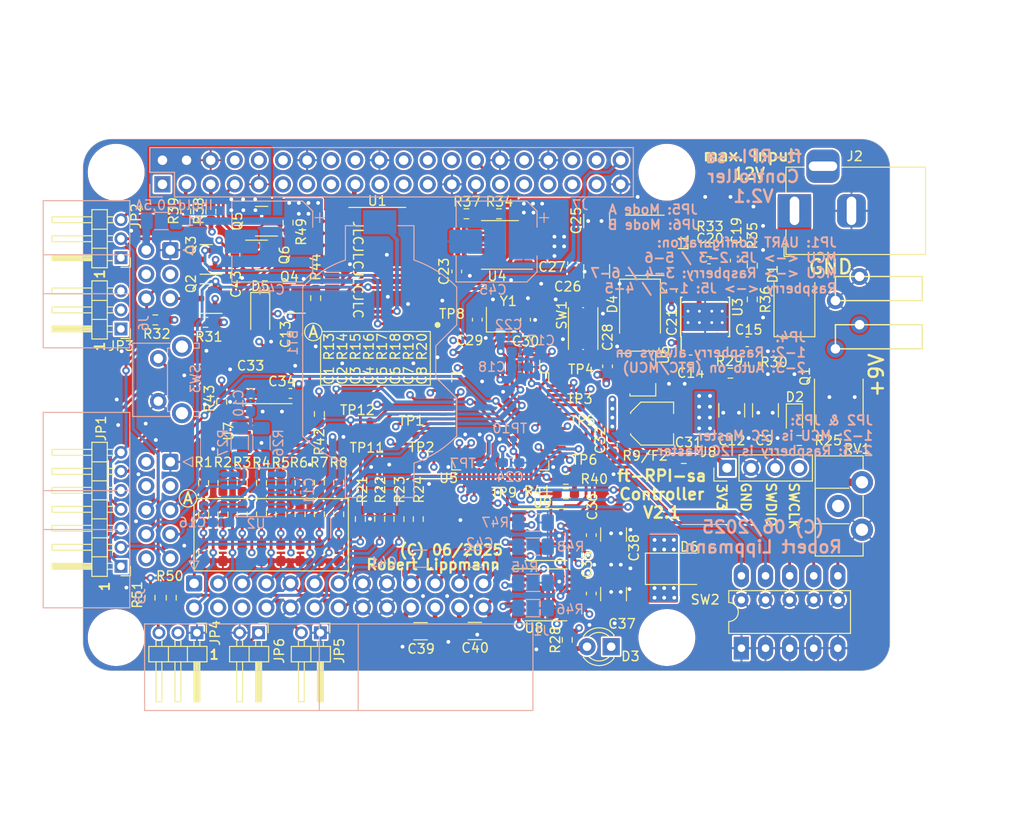
<source format=kicad_pcb>
(kicad_pcb (version 20241229) (generator "pcbnew") (generator_version "9.0")
  (layers (0 "F.Cu" mixed) (4 "In1.Cu" mixed) (6 "In2.Cu" power) (2 "B.Cu" mixed) (13 "F.Paste" user) (15 "B.Paste" user) (5 "F.SilkS" user "F.Silkscreen") (7 "B.SilkS" user "B.Silkscreen") (1 "F.Mask" user) (3 "B.Mask" user) (25 "Edge.Cuts" user))
  (net 0 "")
  (net 1 "GND")
  (net 2 "E1")
  (net 3 "E2")
  (net 4 "E3")
  (net 5 "E4")
  (net 6 "E5")
  (net 7 "E6")
  (net 8 "E7")
  (net 9 "E8")
  (net 10 "+3V3")
  (net 11 "+9V")
  (net 12 "+5V")
  (net 13 "CAN_Tx")
  (net 14 "SCI_Tx")
  (net 15 "SPI1_MISO")
  (net 16 "SPI1_CE2")
  (net 17 "SPI1_MOSI")
  (net 18 "SPI1_CLK")
  (net 19 "SWD_CLK")
  (net 20 "I2C_SCL")
  (net 21 "I2C_SDA")
  (net 22 "E1P")
  (net 23 "E2P")
  (net 24 "E3P")
  (net 25 "E4P")
  (net 26 "E5P")
  (net 27 "E6P")
  (net 28 "E7P")
  (net 29 "E8P")
  (net 30 "C1")
  (net 31 "C2")
  (net 32 "C3")
  (net 33 "C4")
  (net 34 "Net-(BT1-+)")
  (net 35 "Net-(U3-SS)")
  (net 36 "Net-(U3-COMP)")
  (net 37 "FTM1_3")
  (net 38 "FTM1_2")
  (net 39 "FTM1_1")
  (net 40 "FTM1_0")
  (net 41 "FTM1_7")
  (net 42 "FTM1_6")
  (net 43 "FTM1_5")
  (net 44 "FTM1_4")
  (net 45 "Net-(D4-K)")
  (net 46 "Net-(U3-BOOT)")
  (net 47 "Net-(J7-Pin_17)")
  (net 48 "Net-(U5-PTB6)")
  (net 49 "Net-(U5-PTB7)")
  (net 50 "Net-(D1-K)")
  (net 51 "Net-(D1-A)")
  (net 52 "Net-(D2-A)")
  (net 53 "E1_i")
  (net 54 "E2_i")
  (net 55 "E3_i")
  (net 56 "E4_i")
  (net 57 "E5_i")
  (net 58 "E6_i")
  (net 59 "E7_i")
  (net 60 "E8_i")
  (net 61 "C1_i")
  (net 62 "C2_i")
  (net 63 "C4_i")
  (net 64 "Net-(D3-K)")
  (net 65 "Net-(D3-A)")
  (net 66 "Net-(D5-K)")
  (net 67 "DIP5")
  (net 68 "HB_FLT2")
  (net 69 "HB_FLT1")
  (net 70 "CANL")
  (net 71 "CANH")
  (net 72 "/SCL")
  (net 73 "/SDA")
  (net 74 "SCI_Tx_TXT")
  (net 75 "SCI_Rx_TXT")
  (net 76 "SCI_Tx_RASP")
  (net 77 "SCI_Rx_RASP")
  (net 78 "Net-(D5-A)")
  (net 79 "/SDA_PERI")
  (net 80 "/SCL_PERI")
  (net 81 "Net-(J6-Pin_2)")
  (net 82 "SWD_DIO")
  (net 83 "RTC_IRQ")
  (net 84 "PON_RASP")
  (net 85 "VDD_RASP")
  (net 86 "O1")
  (net 87 "O3")
  (net 88 "O5")
  (net 89 "O7")
  (net 90 "O2")
  (net 91 "O4")
  (net 92 "O6")
  (net 93 "O8")
  (net 98 "Net-(C10-Pad2)")
  (net 99 "Net-(C19-Pad1)")
  (net 101 "Net-(J6-Pin_5)")
  (net 102 "Net-(J6-Pin_6)")
  (net 116 "Net-(J7-Pin_27)")
  (net 117 "Net-(J7-Pin_28)")
  (net 122 "Net-(JP1-Pin_6)")
  (net 123 "Net-(JP4-C)")
  (net 124 "Net-(JP5-B)")
  (net 125 "Net-(JP6-A)")
  (net 126 "Net-(U3-EN)")
  (net 127 "Net-(U3-VSENSE)")
  (net 128 "Net-(U7-~{INT})")
  (net 129 "Net-(U7-~{RESET})")
  (net 130 "Net-(U8-ISEN12)")
  (net 131 "Net-(U8-ISEN34)")
  (net 132 "Net-(U9-ISEN12)")
  (net 133 "Net-(U9-ISEN34)")
  (net 134 "Net-(U5-PTA7)")
  (net 135 "Net-(U5-PTA5)")
  (net 136 "Net-(U5-PTD3)")
  (net 137 "Net-(U5-PTD2)")
  (net 138 "C3_i")
  (net 139 "Net-(U5-PTD1)")
  (net 140 "Net-(U5-PTD0)")
  (net 141 "Net-(U5-PTC0)")
  (net 142 "Net-(U5-PTC17)")
  (net 143 "Net-(U5-PTE7)")
  (net 144 "Net-(U5-PTE3)")
  (net 145 "Net-(U5-PTB12)")
  (net 146 "Net-(U5-PTD4)")
  (net 147 "MCU_IRQB")
  (net 148 "Net-(U5-PTD6)")
  (net 149 "Net-(U5-PTD7)")
  (net 151 "Net-(U1-BBS)")
  (net 161 "Net-(U2-RXD)")
  (net 164 "Net-(J8-Pin_1)")
  (net 165 "Net-(U5-PTE6)")
  (net 166 "Net-(U5-PTE2)")
  (net 167 "Net-(U5-PTE1)")
  (net 168 "Net-(U5-PTE0)")
  (footprint "Package_QFP:LQFP-64_10x10mm_P0.5mm" (layer "F.Cu") (at 181.102 88.158 -90)
    (property "Reference" "U5")
    (property "Value" "S32K1(18|42|44|46)")
  )
  (footprint "Package_SO:TI_SO-PowerPAD-8_ThermalVias" (layer "F.Cu") (at 202.677 77.153 90)
    (property "Reference" "U3")
    (property "Value" "TPS54332")
  )
  (footprint "Package_SO:SO-20_12.8x7.5mm_P1.27mm" (layer "F.Cu") (at 168.148 72.156 180)
    (property "Reference" "U1")
    (property "Value" "PCF2127A")
  )
  (footprint "Resistor_SMD:R_0603_1608Metric_Pad0.98x0.95mm_HandSolder" (layer "F.Cu") (at 146.4488 106.7318 90)
    (property "Reference" "R50")
    (property "Value" "10k")
  )
  (footprint "Resistor_SMD:R_0603_1608Metric_Pad0.98x0.95mm_HandSolder" (layer "F.Cu") (at 147.9728 66.041 -90)
    (property "Reference" "R39")
    (property "Value" "3k9")
  )
  (footprint "Resistor_SMD:R_0603_1608Metric_Pad0.98x0.95mm_HandSolder" (layer "F.Cu") (at 150.622 66.06 -90)
    (property "Reference" "R38")
    (property "Value" "3k9")
  )
  (footprint "Resistor_SMD:R_0603_1608Metric_Pad0.98x0.95mm_HandSolder" (layer "F.Cu") (at 177.5384 66.295 180)
    (property "Reference" "R37")
    (property "Value" "3k9")
  )
  (footprint "Resistor_SMD:R_0603_1608Metric_Pad0.98x0.95mm_HandSolder" (layer "F.Cu") (at 207.645 75.3075 90)
    (property "Reference" "R36")
    (property "Value" "1.87k 0.1%")
  )
  (footprint "Resistor_SMD:R_0603_1608Metric_Pad0.98x0.95mm_HandSolder" (layer "F.Cu") (at 207.645 71.7515 -90)
    (property "Reference" "R35")
    (property "Value" "10k 0,1%")
  )
  (footprint "Resistor_SMD:R_0603_1608Metric_Pad0.98x0.95mm_HandSolder" (layer "F.Cu") (at 180.9674 66.295)
    (property "Reference" "R34")
    (property "Value" "3k9")
  )
  (footprint "Resistor_SMD:R_0603_1608Metric_Pad0.98x0.95mm_HandSolder" (layer "F.Cu") (at 203.0845 70.2905 180)
    (property "Reference" "R33")
    (property "Value" "75k")
  )
  (footprint "Resistor_SMD:R_0603_1608Metric_Pad0.98x0.95mm_HandSolder" (layer "F.Cu") (at 144.7724 77.471)
    (property "Reference" "R32")
    (property "Value" "3k9")
  )
  (footprint "Resistor_SMD:R_0603_1608Metric_Pad0.98x0.95mm_HandSolder" (layer "F.Cu") (at 207.772 82.1655 -90)
    (property "Reference" "R30")
    (property "Value" "33k")
  )
  (footprint "Resistor_SMD:R_0603_1608Metric_Pad0.98x0.95mm_HandSolder" (layer "F.Cu") (at 205.3355 83.078)
    (property "Reference" "R29")
    (property "Value" "160k")
  )
  (footprint "Resistor_SMD:R_0603_1608Metric_Pad0.98x0.95mm_HandSolder" (layer "F.Cu") (at 150.0575 77.725)
    (property "Reference" "R31")
    (property "Value" "3k9")
  )
  (footprint "Package_TO_SOT_SMD:SOT-23" (layer "F.Cu") (at 150.13 75.224 180)
    (property "Reference" "Q2")
    (property "Value" "BSS138")
  )
  (footprint "Capacitor_SMD:C_0603_1608Metric_Pad1.08x0.95mm_HandSolder" (layer "F.Cu") (at 192.9054 90.679 -90)
    (property "Reference" "C32")
    (property "Value" "100n")
  )
  (footprint "Capacitor_SMD:C_0603_1608Metric_Pad1.08x0.95mm_HandSolder" (layer "F.Cu") (at 192.3974 82.36 90)
    (property "Reference" "C28")
    (property "Value" "100n")
  )
  (footprint "Capacitor_SMD:C_0603_1608Metric_Pad1.08x0.95mm_HandSolder" (layer "F.Cu") (at 176.5224 72.3656 90)
    (property "Reference" "C23")
    (property "Value" "100n")
  )
  (footprint "Capacitor_SMD:C_0603_1608Metric_Pad1.08x0.95mm_HandSolder" (layer "F.Cu") (at 183.7614 77.4445 90)
    (property "Reference" "C30")
    (property "Value" "10p")
  )
  (footprint "Capacitor_SMD:C_0603_1608Metric_Pad1.08x0.95mm_HandSolder" (layer "F.Cu") (at 178.6814 77.4445 -90)
    (property "Reference" "C29")
    (property "Value" "10p")
  )
  (footprint "Capacitor_SMD:C_0603_1608Metric_Pad1.08x0.95mm_HandSolder" (layer "F.Cu") (at 203.0845 72.073)
    (property "Reference" "C20")
    (property "Value" "10p")
  )
  (footprint "Capacitor_SMD:C_0603_1608Metric_Pad1.08x0.95mm_HandSolder" (layer "F.Cu") (at 205.852 71.2105 -90)
    (property "Reference" "C19")
    (property "Value" "180p")
  )
  (footprint "Capacitor_SMD:C_0603_1608Metric_Pad1.08x0.95mm_HandSolder" (layer "F.Cu") (at 207.1105 79.776)
    (property "Reference" "C15")
    (property "Value" "10n")
  )
  (footprint "Capacitor_SMD:C_0603_1608Metric_Pad1.08x0.95mm_HandSolder" (layer "F.Cu") (at 201.153 81.681 180)
    (property "Reference" "C14")
    (property "Value" "10n/25V")
  )
  (footprint "Capacitor_SMD:C_0603_1608Metric_Pad1.08x0.95mm_HandSolder" (layer "F.Cu") (at 159.7584 78.995 -90)
    (property "Reference" "C13")
    (property "Value" "100n")
  )
  (footprint "Crystal:Crystal_SMD_EuroQuartz_X22-4Pin_2.5x2.0mm" (layer "F.Cu") (at 181.2414 77.4485)
    (property "Reference" "Y1")
    (property "Value" "16MHz")
  )
  (footprint "Capacitor_SMD:C_Elec_4x5.8" (layer "F.Cu") (at 197.0964 88.393)
    (property "Reference" "C31")
    (property "Value" "47uF/6.3V")
  )
  (footprint "Package_SO:SOIC-8_3.9x4.9mm_P1.27mm" (layer "F.Cu") (at 181.067 69.5706 180)
    (property "Reference" "U4")
    (property "Value" "24C32")
  )
  (footprint "Capacitor_SMD:C_0603_1608Metric" (layer "F.Cu") (at 199.1284 74.423 -90)
    (property "Reference" "C21")
    (property "Value" "100n")
  )
  (footprint "Capacitor_SMD:C_1210_3225Metric_Pad1.33x2.70mm_HandSolder" (layer "F.Cu") (at 205.4784 86.996 -90)
    (property "Reference" "C12")
    (property "Value" "10uF/25V")
  )
  (footprint "Capacitor_SMD:C_1210_3225Metric_Pad1.33x2.70mm_HandSolder" (layer "F.Cu") (at 209.0344 86.996 -90)
    (property "Reference" "C9")
    (property "Value" "10uF/25V")
  )
  (footprint "Package_TO_SOT_SMD:SOT-89-3" (layer "F.Cu") (at 195.819 83.122)
    (property "Reference" "U6")
    (property "Value" "HT7333")
  )
  (footprint "RPI-Electronics:Fastron_L-242418FPS" (layer "F.Cu") (at 196.333 69.616)
    (property "Reference" "L1")
    (property "Value" "4.7uH")
  )
  (footprint "Package_TO_SOT_SMD:SOT-23" (layer "F.Cu") (at 155.956 70.632)
    (property "Reference" "Q6")
    (property "Value" "BSS138")
  )
  (footprint "Resistor_SMD:R_0603_1608Metric_Pad0.98x0.95mm_HandSolder" (layer "F.Cu") (at 158.75 67.2265 -90)
    (property "Reference" "R49")
    (property "Value" "10k")
  )
  (footprint "Connector_BarrelJack:BarrelJack_Horizontal" (layer "F.Cu") (at 212.09 65.9825 180)
    (property "Reference" "J2")
    (property "Value" "Supply")
  )
  (footprint "Package_SO:TSSOP-16_4.4x5mm_P0.65mm" (layer "F.Cu") (at 156.972 89.027)
    (property "Reference" "U7")
    (property "Value" "TCA/PCA6408A")
  )
  (footprint "Resistor_SMD:R_0603_1608Metric_Pad0.98x0.95mm_HandSolder" (layer "F.Cu") (at 151.765 86.1025 -90)
    (property "Reference" "R43")
    (property "Value" "10k")
  )
  (footprint "Resistor_SMD:R_0603_1608Metric_Pad0.98x0.95mm_HandSolder" (layer "F.Cu") (at 162.052 87.376 -90)
    (property "Reference" "R42")
    (property "Value" "10k")
  )
  (footprint "Resistor_SMD:R_0603_1608Metric_Pad0.98x0.95mm_HandSolder" (layer "F.Cu") (at 188.1524 111.171 -90)
    (property "Reference" "R28")
    (property "Value" "270R")
  )
  (footprint "Resistor_SMD:R_0603_1608Metric_Pad0.98x0.95mm_HandSolder" (layer "F.Cu") (at 170.434 98.4485 90)
    (property "Reference" "R23")
    (property "Value" "6k8")
  )
  (footprint "Resistor_SMD:R_0603_1608Metric_Pad0.98x0.95mm_HandSolder" (layer "F.Cu") (at 166.37 98.4485 90)
    (property "Reference" "R21")
    (property "Value" "6k8")
  )
  (footprint "Resistor_SMD:R_0603_1608Metric_Pad0.98x0.95mm_HandSolder" (layer "F.Cu") (at 164.084 94.6115 90)
    (property "Reference" "R8")
    (property "Value" "2k7")
  )
  (footprint "Resistor_SMD:R_0603_1608Metric_Pad0.98x0.95mm_HandSolder" (layer "F.Cu") (at 162.052 94.6115 90)
    (property "Reference" "R7")
    (property "Value" "2k7")
  )
  (footprint "Resistor_SMD:R_0603_1608Metric_Pad0.98x0.95mm_HandSolder" (layer "F.Cu") (at 160.02 94.635 90)
    (property "Reference" "R6")
    (property "Value" "2k7")
  )
  (footprint "Resistor_SMD:R_0603_1608Metric_Pad0.98x0.95mm_HandSolder" (layer "F.Cu") (at 157.988 94.635 90)
    (property "Reference" "R5")
    (property "Value" "2k7")
  )
  (footprint "Resistor_SMD:R_0603_1608Metric_Pad0.98x0.95mm_HandSolder" (layer "F.Cu") (at 155.956 94.635 90)
    (property "Reference" "R4")
    (property "Value" "2k7")
  )
  (footprint "Resistor_SMD:R_0603_1608Metric_Pad0.98x0.95mm_HandSolder" (layer "F.Cu") (at 153.924 94.635 90)
    (property "Reference" "R3")
    (property "Value" "2k7")
  )
  (footprint "Resistor_SMD:R_0603_1608Metric_Pad0.98x0.95mm_HandSolder" (layer "F.Cu") (at 151.892 94.635 90)
    (property "Reference" "R2")
    (property "Value" "2k7")
  )
  (footprint "Resistor_SMD:R_0603_1608Metric_Pad0.98x0.95mm_HandSolder" (layer "F.Cu") (at 149.86 94.635 90)
    (property "Reference" "R1")
    (property "Value" "2k7")
  )
  (footprint "Capacitor_SMD:C_0603_1608Metric_Pad1.08x0.95mm_HandSolder" (layer "F.Cu") (at 159.004 85.217 180)
    (property "Reference" "C34")
    (property "Value" "100n")
  )
  (footprint "Capacitor_SMD:C_0603_1608Metric_Pad1.08x0.95mm_HandSolder" (layer "F.Cu") (at 154.8395 85.217)
    (property "Reference" "C33")
    (property "Value" "100n")
  )
  (footprint "Capacitor_SMD:C_0603_1608Metric_Pad1.08x0.95mm_HandSolder" (layer "F.Cu") (at 162.052 102.001 -90)
    (property "Reference" "C7")
    (property "Value" "1n")
  )
  (footprint "Capacitor_SMD:C_0603_1608Metric_Pad1.08x0.95mm_HandSolder" (layer "F.Cu") (at 160.02 102.001 -90)
    (property "Reference" "C6")
    (property "Value" "1n")
  )
  (footprint "Capacitor_SMD:C_0603_1608Metric_Pad1.08x0.95mm_HandSolder" (layer "F.Cu") (at 157.988 102.001 -90)
    (property "Reference" "C5")
    (property "Value" "1n")
  )
  (footprint "Capacitor_SMD:C_0603_1608Metric_Pad1.08x0.95mm_HandSolder" (layer "F.Cu") (at 155.956 102.001 -90)
    (property "Reference" "C4")
    (property "Value" "1n")
  )
  (footprint "Capacitor_SMD:C_0603_1608Metric_Pad1.08x0.95mm_HandSolder" (layer "F.Cu") (at 153.924 102.001 -90)
    (property "Reference" "C3")
    (property "Value" "1n")
  )
  (footprint "Capacitor_SMD:C_0603_1608Metric_Pad1.08x0.95mm_HandSolder" (layer "F.Cu") (at 151.892 102.001 -90)
    (property "Reference" "C2")
    (property "Value" "1n")
  )
  (footprint "Resistor_SMD:R_0603_1608Metric_Pad0.98x0.95mm_HandSolder" (layer "F.Cu") (at 188.0035 95.778)
    (property "Reference" "R41")
    (property "Value" "2k7")
  )
  (footprint "Resistor_SMD:R_0603_1608Metric_Pad0.98x0.95mm_HandSolder" (layer "F.Cu") (at 188.0035 94.254)
    (property "Reference" "R40")
    (property "Value" "2k7")
  )
  (footprint "Package_TO_SOT_SMD:SOT-23" (layer "F.Cu") (at 150.13 71.099 180)
    (property "Reference" "Q3")
    (property "Value" "BSS138")
  )
  (footprint "Package_TO_SOT_SMD:SOT-23" (layer "F.Cu") (at 155.972 67.076 180)
    (property "Reference" "Q5")
    (property "Value" "AO3415A")
  )
  (footprint "Capacitor_SMD:C_0603_1608Metric_Pad1.08x0.95mm_HandSolder" (layer "F.Cu") (at 149.86 101.9745 -90)
    (property "Reference" "C1")
    (property "Value" "1n")
  )
  (footprint "Connector_PinHeader_2.00mm:PinHeader_1x03_P2.00mm_Horizontal" (layer "F.Cu") (at 149.1524 110.421 -90)
    (property "Reference" "JP4")
    (property "Value" "RTC SDA")
  )
  (footprint "Connector_PinHeader_2.00mm:PinHeader_1x03_P2.00mm_Horizontal" (layer "F.Cu") (at 141.1524 78.421 180)
    (property "Reference" "JP3")
    (property "Value" "I2C_SDA")
  )
  (footprint "Diode_SMD:D_SOD-123" (layer "F.Cu") (at 155.8214 76.836 -90)
    (property "Reference" "D5")
    (property "Value" "BAT43W-V")
  )
  (footprint "Resistor_SMD:R_0603_1608Metric_Pad0.98x0.95mm_HandSolder" (layer "F.Cu") (at 161.6634 75.1805 -90)
    (property "Reference" "R44")
    (property "Value" "10k")
  )
  (footprint "Capacitor_SMD:C_0603_1608Metric_Pad1.08x0.95mm_HandSolder" (layer "F.Cu") (at 153.162 70.6055 -90)
    (property "Reference" "C43")
    (property "Value" "100n")
  )
  (footprint "Resistor_SMD:R_0603_1608Metric_Pad0.98x0.95mm_HandSolder" (layer "F.Cu") (at 144.2136 106.7318 90)
    (property "Reference" "R51")
    (property "Value" "10k")
  )
  (footprint "Capacitor_SMD:C_1210_3225Metric_Pad1.33x2.70mm_HandSolder" (layer "F.Cu") (at 191.2544 67.057 90)
    (property "Reference" "C25")
    (property "Value" "47uF/10V")
  )
  (footprint "Capacitor_SMD:C_0603_1608Metric_Pad1.08x0.95mm_HandSolder" (layer "F.Cu") (at 188.7144 71.502 -90)
    (property "Reference" "C27")
    (property "Value" "100n")
  )
  (footprint "Diode_SMD:D_SMB" (layer "F.Cu") (at 195.819 76.728 -90)
    (property "Reference" "D4")
    (property "Value" "SK54")
  )
  (footprint "Capacitor_SMD:C_0603_1608Metric_Pad1.08x0.95mm_HandSolder" (layer "F.Cu") (at 164.084 102.001 -90)
    (property "Reference" "C8")
    (property "Value" "1n")
  )
  (footprint "Resistor_SMD:R_0603_1608Metric_Pad0.98x0.95mm_HandSolder" (layer "F.Cu") (at 164.084 97.937 -90)
    (property "Reference" "R20")
    (property "Value" "15k")
  )
  (footprint "Resistor_SMD:R_0603_1608Metric_Pad0.98x0.95mm_HandSolder" (layer "F.Cu") (at 162.052 97.937 -90)
    (property "Reference" "R19")
    (property "Value" "15k")
  )
  (footprint "Resistor_SMD:R_0603_1608Metric_Pad0.98x0.95mm_HandSolder" (layer "F.Cu") (at 160.02 97.937 -90)
    (property "Reference" "R18")
    (property "Value" "15k")
  )
  (footprint "Resistor_SMD:R_0603_1608Metric_Pad0.98x0.95mm_HandSolder" (layer "F.Cu") (at 157.988 97.9605 -90)
    (property "Reference" "R17")
    (property "Value" "15k")
  )
  (footprint "Resistor_SMD:R_0603_1608Metric_Pad0.98x0.95mm_HandSolder" (layer "F.Cu") (at 155.956 97.9605 -90)
    (property "Reference" "R16")
    (property "Value" "15k")
  )
  (footprint "Resistor_SMD:R_0603_1608Metric_Pad0.98x0.95mm_HandSolder" (layer "F.Cu") (at 153.924 97.9605 -90)
    (property "Reference" "R15")
    (property "Value" "15k")
  )
  (footprint "Resistor_SMD:R_0603_1608Metric_Pad0.98x0.95mm_HandSolder" (layer "F.Cu") (at 151.892 97.9605 -90)
    (property "Reference" "R14")
    (property "Value" "15k")
  )
  (footprint "Resistor_SMD:R_0603_1608Metric_Pad0.98x0.95mm_HandSolder" (layer "F.Cu") (at 149.86 97.9605 -90)
    (property "Reference" "R13")
    (property "Value" "15k")
  )
  (footprint "Connector_PinHeader_2.00mm:PinHeader_1x03_P2.00mm_Horizontal" (layer "F.Cu") (at 141.1524 70.921 180)
    (property "Reference" "JP2")
    (property "Value" "I2C_SCL")
  )
  (footprint "Package_TO_SOT_SMD:SOT-23" (layer "F.Cu") (at 158.893 75.204 180)
    (property "Reference" "Q4")
    (property "Value" "BSS138")
  )
  (footprint "Resistor_SMD:R_0603_1608Metric_Pad0.98x0.95mm_HandSolder" (layer "F.Cu") (at 168.402 98.4485 90)
    (property "Reference" "R22")
    (property "Value" "6k8")
  )
  (footprint "Resistor_SMD:R_0603_1608Metric_Pad0.98x0.95mm_HandSolder" (layer "F.Cu") (at 172.466 98.4485 90)
    (property "Reference" "R24")
    (property "Value" "6k8")
  )
  (footprint "RPI-Electronics:2.6mm Buchse" (layer "F.Cu") (at 216.4004 72.899 90)
    (property "Reference" "J4" (hide yes))
    (property "Value" "GND")
  )
  (footprint "Package_SO:SOIC-8_3.9x4.9mm_P1.27mm" (layer "F.Cu") (at 216.756 85.6498 90)
    (property "Reference" "Q1")
    (property "Value" "AO4407")
  )
  (footprint "Resistor_SMD:R_0603_1608Metric_Pad0.98x0.95mm_HandSolder" (layer "F.Cu") (at 212.5904 90.171 180)
    (property "Reference" "R25")
    (property "Value" "10k")
  )
  (footprint "RPI-Electronics:2.6mm Buchse" (layer "F.Cu") (at 216.4004 77.979 90)
    (property "Reference" "J3" (hide yes))
    (property "Value" "+9V")
  )
  (footprint "Capacitor_SMD:C_0603_1608Metric_Pad1.08x0.95mm_HandSolder" (layer "F.Cu") (at 190.6879 106.2845 -90)
    (property "Reference" "C35")
    (property "Value" "10n/25V")
  )
  (footprint "Package_SO:TSSOP-16_4.4x5mm_P0.65mm" (layer "F.Cu") (at 185.9204 106.427)
    (property "Reference" "U8")
    (property "Value" "DRV8847S")
  )
  (footprint "Capacitor_SMD:C_1210_3225Metric_Pad1.33x2.70mm_HandSolder" (layer "F.Cu") (at 193.0324 106.3495 90)
    (property "Reference" "C37")
    (property "Value" "10u/25V")
  )
  (footprint "Capacitor_SMD:C_1206_3216Metric_Pad1.33x1.80mm_HandSolder" (layer "F.Cu") (at 178.4274 110.237)
    (property "Reference" "C40")
    (property "Value" "100n")
  )
  (footprint "Potentiometer_THT:Potentiometer_Piher_PT-10-H01_Horizontal" (layer "F.Cu") (at 219.1944 99.569 180)
    (property "Reference" "RV1")
    (property "Value" "5k")
  )
  (footprint "RPI-Electronics:DIP-10_W7.62mm_LongPads_LPV" (layer "F.Cu") (at 206.4994 112.045 90)
    (property "Reference" "SW2")
    (property "Value" "SW_DIP_x05")
  )
  (footprint "Capacitor_SMD:C_0603_1608Metric_Pad1.08x0.95mm_HandSolder" (layer "F.Cu") (at 190.6879 100.1345 -90)
    (property "Reference" "C36")
    (property "Value" "10n/25V")
  )
  (footprint "Capacitor_SMD:C_1210_3225Metric_Pad1.33x2.70mm_HandSolder" (layer "F.Cu") (at 193.0324 100.077 90)
    (property "Reference" "C38")
    (property "Value" "10u/25V")
  )
  (footprint "Package_SO:TSSOP-16_4.4x5mm_P0.65mm" (layer "F.Cu") (at 185.9204 100.077)
    (property "Reference" "U9")
    (property "Value" "DRV8847S")
  )
  (footprint "Capacitor_SMD:C_1206_3216Metric_Pad1.33x1.80mm_HandSolder" (layer "F.Cu") (at 172.7124 110.256)
    (property "Reference" "C39")
    (property "Value" "100n")
  )
  (footprint "Diode_SMD:D_SMA" (layer "F.Cu") (at 199.7888 103.6838)
    (property "Reference" "D6")
    (property "Value" "SMAJ11A (SMAJ12A)")
  )
  (footprint "LED_THT:LED_D3.0mm" (layer "F.Cu") (at 192.7834 111.888 180)
    (property "Reference" "D3")
    (property "Value" "LED")
  )
  (footprint "Connector_PinHeader_2.00mm:PinHeader_1x02_P2.00mm_Horizontal" (layer "F.Cu") (at 162.1524 110.421 -90)
    (property "Reference" "JP5")
    (property "Value" "Mode A")
  )
  (footprint "MountingHole:MountingHole_2.7mm_M2.5_DIN965" (layer "F.Cu") (at 198.6524 61.921)
    (property "Reference" "H2")
    (property "Value" "MountingHole")
  )
  (footprint "Connector_PinHeader_2.54mm:PinHeader_1x04_P2.54mm_Vertical" (layer "F.Cu") (at 204.9784 93.0624 90)
    (property "Reference" "J8")
    (property "Value" "Conn_01x04")
  )
  (footprint "RPI-Electronics:TestPoint_Pad_D0.8mm_open" (layer "F.Cu") (at 172.2044 89.663)
    (property "Reference" "TP2")
    (property "Value" "TestPoint")
  )
  (footprint "MountingHole:MountingHole_2.7mm_M2.5_ISO7380" (layer "F.Cu") (at 140.6524 61.921)
    (property "Reference" "H1")
    (property "Value" "MountingHole")
  )
  (footprint "RPI-Electronics:TestPoint_Pad_D0.8mm_open" (layer "F.Cu") (at 167.3784 89.663)
    (property "Reference" "TP11")
    (property "Value" "TestPoint")
  )
  (footprint "RPI-Electronics:TestPoint_Pad_D0.8mm_open" (layer "F.Cu") (at 167.3784 88.139)
    (property "Reference" "TP12")
    (property "Value" "TestPoint")
  )
  (footprint "Connector_PinHeader_2.00mm:PinHeader_1x07_P2.00mm_Horizontal" (layer "F.Cu") (at 141.1524 103.421 180)
    (property "Reference" "JP1")
    (property "Value" "UART Configuration")
  )
  (footprint "RPI-Electronics:TestPoint_Pad_D0.8mm_open" (layer "F.Cu") (at 188.4604 90.2218)
    (property "Reference" "TP6")
    (property "Value" "TestPoint")
  )
  (footprint "Capacitor_SMD:C_1210_3225Metric_Pad1.33x2.70mm_HandSolder" (layer "F.Cu") (at 191.2544 72.3525 -90)
    (property "Reference" "C26")
    (property "Value" "47uF/10V")
  )
  (footprint "RPI-Electronics:TestPoint_Pad_D0.8mm_open" (layer "F.Cu") (at 187.9024 82.671)
    (property "Reference" "TP4")
    (property "Value" "TestPoint")
  )
  (footprint "Button_Switch_SMD:SW_Push_1P1T_NO_CK_KMR2" (layer "F.Cu") (at 189.832 78.3854 90)
    (property "Reference" "SW1")
    (property "Value" "RESET")
  )
  (footprint "MountingHole:MountingHole_2.7mm_M2.5_DIN965" (layer "F.Cu") (at 198.6524 110.921)
    (property "Reference" "H3")
    (property "Value" "MountingHole")
  )
  (footprint "MountingHole:MountingHole_2.7mm_M2.5_DIN965" (layer "F.Cu") (at 140.6524 110.921)
    (property "Reference" "H4")
    (property "Value" "MountingHole")
  )
  (footprint "Resistor_SMD:R_0603_1608Metric_Pad0.98x0.95mm_HandSolder" (layer "F.Cu") (at 200.43 92.068)
    (property "Reference" "R9/F2")
    (property "Value" "470R")
  )
  (footprint "Diode_SMD:D_SMB" (layer "F.Cu") (at 212.0824 75.693 90)
    (property "Reference" "D1")
    (property "Value" "SK54")
  )
  (footprint "Diode_SMD:D_SOD-323" (layer "F.Cu") (at 212.0824 87.821 -90)
    (property "Reference" "D2")
    (property "Value" "BZT52")
  )
  (footprint "RPI-Electronics:TestPoint_Pad_D0.8mm_open" (layer "F.Cu") (at 189.2732 89.2566)
    (property "Reference" "TP5")
    (property "Value" "TestPoint")
  )
  (footprint "RPI-Electronics:TestPoint_Pad_D0.8mm_open" (layer "F.Cu") (at 176.0144 77.979)
    (property "Reference" "TP8")
    (property "Value" "TestPoint")
  )
  (footprint "Connector_PinHeader_2.00mm:PinHeader_1x02_P2.00mm_Horizontal" (layer "F.Cu") (at 155.6524 110.421 -90)
    (property "Reference" "JP6")
    (property "Value" "Mode B")
  )
  (footprint "RPI-Electronics:TestPoint_Pad_D0.8mm_open" (layer "F.Cu") (at 182.6184 96.775)
    (property "Reference" "TP9")
    (property "Value" "TestPoint")
  )
  (footprint "RPI-Electronics:TestPoint_Pad_D0.8mm_open" (layer "F.Cu") (at 171.036 89.2566)
    (property "Reference" "TP1")
    (property "Value" "TestPoint")
  )
  (footprint "RPI-Electronics:TestPoint_Pad_D0.8mm_open" (layer "F.Cu") (at 189.6034 86.742)
    (property "Reference" "TP3")
    (property "Value" "TestPoint")
  )
  (footprint "Capacitor_SMD:C_0603_1608Metric_Pad1.08x0.95mm_HandSolder" (layer "B.Cu") (at 183.1529 82.424 180)
    (property "Reference" "C18")
    (property "Value" "100n")
  )
  (footprint "Capacitor_SMD:C_0603_1608Metric_Pad1.08x0.95mm_HandSolder" (layer "B.Cu") (at 183.1761 80.773 180)
    (property "Reference" "C17")
    (property "Value" "1n")
  )
  (footprint "Battery:BatteryHolder_Keystone_1058_1x2032" (layer "B.Cu") (at 168.402 81.86 -90)
    (property "Reference" "BT1")
    (property "Value" "3V")
  )
  (footprint "Capacitor_SMD:C_0603_1608Metric_Pad1.08x0.95mm_HandSolder" (layer "B.Cu") (at 182.2374 92.5078)
    (property "Reference" "C24")
    (property "Value" "100n")
  )
  (footprint "Connector_IDC:IDC-Header_2x03_P2.54mm_Horizontal" (layer "B.Cu") (at 146.3524 70.121 180)
    (property "Reference" "J6")
    (property "Value" "TX I2C")
  )
  (footprint "Connector_PinSocket_2.54mm:PinSocket_2x20_P2.54mm_Vertical" (layer "B.Cu") (at 145.5224 63.191 -90)
    (property "Reference" "J7")
    (property "Value" "Raspberry Pi")
  )
  (footprint "Button_Switch_THT:SW_Tactile_SPST_Angled_PTS645Vx83-2LFS" (layer "B.Cu") (at 145.0839 81.535 -90)
    (property "Reference" "SW3")
    (property "Value" "POWER ON")
  )
  (footprint "Capacitor_SMD:C_0603_1608Metric_Pad1.08x0.95mm_HandSolder" (layer "B.Cu") (at 154.8054 86.2335 -90)
    (property "Reference" "C10")
    (property "Value" "4n7")
  )
  (footprint "Package_SO:SOIC-8_3.9x4.9mm_P1.27mm" (layer "B.Cu") (at 155.1229 95.632 180)
    (property "Reference" "U2")
    (property "Value" "TJA1051T/3")
  )
  (footprint "Resistor_SMD:R_1206_3216Metric_Pad1.30x1.75mm_HandSolder" (layer "B.Cu") (at 155.9484 90.425 -90)
    (property "Reference" "R26")
    (property "Value" "60R")
  )
  (footprint "Connector_IDC:IDC-Header_2x05_P2.54mm_Horizontal" (layer "B.Cu") (at 146.3524 92.421 180)
    (property "Reference" "J5")
    (property "Value" "TXT I2C")
  )
  (footprint "Resistor_SMD:R_1206_3216Metric_Pad1.30x1.75mm_HandSolder" (layer "B.Cu") (at 153.6624 90.425 90)
    (property "Reference" "R27")
    (property "Value" "60R")
  )
  (footprint "Capacitor_SMD:C_0603_1608Metric_Pad1.08x0.95mm_HandSolder" (layer "B.Cu") (at 181.9834 79.249 180)
    (property "Reference" "C22")
    (property "Value" "100n")
  )
  (footprint "Resistor_SMD:R_1206_3216Metric_Pad1.30x1.75mm_HandSolder" (layer "B.Cu") (at 184.5494 105.157)
    (property "Reference" "R45")
    (property "Value" "0R22")
  )
  (footprint "Capacitor_SMD:C_1206_3216Metric_Pad1.33x1.80mm_HandSolder" (layer "B.Cu") (at 172.6815 102.617)
    (property "Reference" "C41")
    (property "Value" "100n")
  )
  (footprint "Capacitor_SMD:C_1206_3216Metric_Pad1.33x1.80mm_HandSolder" (layer "B.Cu") (at 178.4274 102.617)
    (property "Reference" "C42")
    (property "Value" "100n")
  )
  (footprint "Connector_IDC:IDC-Header_2x13_P2.54mm_Horizontal" (layer "B.Cu") (at 148.8524 105.221 -90)
    (property "Reference" "J1")
    (property "Value" "Conn_02x13_Odd_Even")
  )
  (footprint "Resistor_SMD:R_1206_3216Metric_Pad1.30x1.75mm_HandSolder" (layer "B.Cu") (at 184.5494 98.807)
    (property "Reference" "R47")
    (property "Value" "0R22")
  )
  (footprint "Capacitor_SMD:CP_Elec_8x10" (layer "B.Cu") (at 180.7134 69.216 180)
    (property "Reference" "C45")
    (property "Value" "470uF/10V")
  )
  (footprint "Capacitor_SMD:C_0603_1608Metric_Pad1.08x0.95mm_HandSolder" (layer "B.Cu") (at 151.6939 98.807)
    (property "Reference" "C16")
    (property "Value" "100n")
  )
  (footprint "Resistor_SMD:R_1206_3216Metric_Pad1.30x1.75mm_HandSolder" (layer "B.Cu") (at 184.5494 101.347)
    (property "Reference" "R48")
    (property "Value" "0R22")
  )
  (footprint "Capacitor_SMD:CP_Elec_8x10" (layer "B.Cu") (at 157.0914 69.216 180)
    (property "Reference" "C44")
    (property "Value" "470uF/10V")
  )
  (footprint "RPI-Electronics:TestPoint_Pad_D0.8mm_open" (layer "B.Cu") (at 178.9354 92.584 180)
    (property "Reference" "TP7")
    (property "Value" "TestPoint")
  )
  (footprint "RPI-Electronics:TestPoint_Pad_D0.8mm_open" (layer "B.Cu") (at 182.4914 90.044 180)
    (property "Reference" "TP10")
    (property "Value" "TestPoint")
  )
  (footprint "Capacitor_SMD:C_0603_1608Metric_Pad1.08x0.95mm_HandSolder" (layer "B.Cu") (at 159.5679 95.632 -90)
    (property "Reference" "C11")
    (property "Value" "100n")
  )
  (footprint "Resistor_SMD:R_1206_3216Metric_Pad1.30x1.75mm_HandSolder" (layer "B.Cu") (at 184.5494 107.824)
    (property "Reference" "R46")
    (property "Value" "0R22")
  )
  (footprint "Resistor_SMD:R_1206_3216Metric_Pad1.30x1.75mm_HandSolder" (layer "B.Cu") (at 145.4074 67.057 180)
    (property "Reference" "F1")
    (property "Value" "Ihold=0,5A")
  )
  (gr_line (start 148.844 96.921) (end 148.844 103.779) (stroke (width 0.12)) (layer "F.SilkS"))
  (gr_circle (center 161.4094 78.741) (end 161.9174 79.503) (stroke (width 0.12)) (fill no) (layer "F.SilkS"))
  (gr_line (start 162.179 79.249) (end 162.179 84.348) (stroke (width 0.12)) (layer "F.SilkS"))
  (gr_line (start 148.844 103.906) (end 165.1 103.906) (stroke (width 0.12)) (layer "F.SilkS"))
  (gr_line (start 173.736 78.6902) (end 162.32521 78.6902) (stroke (width 0.12)) (layer "F.SilkS"))
  (gr_line (start 165.1 103.779) (end 165.1 96.286) (stroke (width 0.12)) (layer "F.SilkS"))
  (gr_line (start 162.179 84.348) (end 173.736 84.348) (stroke (width 0.12)) (layer "F.SilkS"))
  (gr_circle (center 148.209 96.25919) (end 148.717 97.02119) (stroke (width 0.12)) (fill no) (layer "F.SilkS"))
  (gr_line (start 173.736 84.348) (end 173.736 78.76) (stroke (width 0.12)) (layer "F.SilkS"))
  (gr_line (start 165.1 96.286) (end 149.12481 96.286) (stroke (width 0.12)) (layer "F.SilkS"))
  (gr_line (start 137.1524 111.421) (end 137.1524 61.421) (stroke (width 0.05)) (layer "Edge.Cuts"))
  (gr_arc (start 137.1524 61.421) (mid 138.03108 59.29968) (end 140.1524 58.421) (stroke (width 0.05)) (layer "Edge.Cuts"))
  (gr_arc (start 219.1524 58.421) (mid 221.27372 59.29968) (end 222.1524 61.421) (stroke (width 0.05)) (layer "Edge.Cuts"))
  (gr_line (start 219.1524 114.421) (end 140.1524 114.421) (stroke (width 0.05)) (layer "Edge.Cuts"))
  (gr_arc (start 140.1524 114.421) (mid 138.03108 113.54232) (end 137.1524 111.421) (stroke (width 0.05)) (layer "Edge.Cuts"))
  (gr_line (start 222.1524 61.421) (end 222.1524 111.421) (stroke (width 0.05)) (layer "Edge.Cuts"))
  (gr_arc (start 222.1524 111.421) (mid 221.27372 113.54232) (end 219.1524 114.421) (stroke (width 0.05)) (layer "Edge.Cuts"))
  (gr_line (start 140.1524 58.421) (end 219.1524 58.421) (stroke (width 0.05)) (layer "Edge.Cuts"))
  (gr_text "A" (at 161.4094 78.741 0) (layer "F.SilkS") (effects (font (size 1.2 1.2) (thickness 0.2))))
  (gr_text "1" (at 150.97 112.7262 0) (layer "F.SilkS") (effects (font (size 1 1) (thickness 0.2))))
  (gr_text "A" (at 148.209 96.25919 0) (layer "F.SilkS") (effects (font (size 1.2 1.2) (thickness 0.2))))
  (gr_text "JLCJLCJLCJLC" (at 166.1084 72.1878 270) (layer "F.SilkS") (effects (font (size 1 1))))
  (gr_text "GND" (at 215.8924 71.883 0) (layer "F.SilkS") (effects (font (size 1.5 1.5) (thickness 0.25))))
  (gr_text "Robert Lippmann" (at 166.8704 103.887 0) (layer "F.SilkS") (effects (font (size 1.1 1.1) (thickness 0.23) (bold yes)) (justify left bottom)))
  (gr_text "1" (at 139.4384 105.538 -270) (layer "F.SilkS") (effects (font (size 1 1) (thickness 0.2))))
  (gr_text "SWDIO" (at 209.0344 94.489 270) (layer "F.SilkS") (effects (font (size 1 1) (thickness 0.2) (bold yes)) (justify left bottom)))
  (gr_text "1" (at 138.9304 72.645 -270) (layer "F.SilkS") (effects (font (size 1 1) (thickness 0.2))))
  (gr_text "+9V" (at 220.7184 83.313 90) (layer "F.SilkS") (effects (font (size 1.5 1.5) (thickness 0.25))))
  (gr_text "SWCLK" (at 211.4474 94.489 270) (layer "F.SilkS") (effects (font (size 1 1) (thickness 0.2) (bold yes)) (justify left bottom)))
  (gr_text "GND" (at 206.3674 94.489 270) (layer "F.SilkS") (effects (font (size 1 1) (thickness 0.2) (bold yes)) (justify left bottom)))
  (gr_text "ft-RPI-sa\nController\nV2.1" (at 198.1124 95.8225 0) (layer "F.SilkS") (effects (font (size 1.2 1.2) (thickness 0.25) (bold yes))))
  (gr_text "3V3" (at 203.8274 94.616 270) (layer "F.SilkS") (effects (font (size 1 1) (thickness 0.2) (bold yes)) (justify left bottom)))
  (gr_text "1" (at 138.9304 80.265 -270) (layer "F.SilkS") (effects (font (size 1 1) (thickness 0.2))))
  (gr_text "(C) 06/2025" (at 175.9382 101.7026 0) (layer "F.SilkS") (effects (font (size 1.1 1.1) (thickness 0.23))))
  (gr_text "max. Input\n12V" (at 207.3072 61.1134 0) (layer "F.SilkS") (effects (font (size 1.2 1.2) (thickness 0.22))))
  (gr_text "(C) 06/2025\nRobert Lippmann" (at 208.7804 100.331 0) (layer "B.SilkS") (effects (font (size 1.3 1.3) (thickness 0.25)) (justify mirror)))
  (gr_text "JP2 & JP3:\n1-2: MCU is I2C Master\n2-3: Raspberry is I2C Master" (at 220.4644 89.663 0) (layer "B.SilkS") (effects (font (size 1 1) (thickness 0.2)) (justify left mirror)))
  (gr_text "ft-RPI-sa\nController\nV2.1" (at 207.7644 62.358 0) (layer "B.SilkS") (effects (font (size 1.3 1.3) (thickness 0.25)) (justify mirror)))
  (gr_text "JP4:\n1-2: Raspberry always on\n2-3: Auto on (RTC/MCU)" (at 213.4032 80.9 0) (layer "B.SilkS") (effects (font (size 1 1) (thickness 0.2)) (justify left mirror)))
  (gr_text "JP1: UART Configuration:\nMCU <-> J5: 2-3 / 5-6\nMCU <-> Raspberry: 3-4 / 6-7\nRaspberry <-> J5: 1-2 / 4-5" (at 216.6544 71.7306 0) (layer "B.SilkS") (effects (font (size 1 1) (thickness 0.2)) (justify left mirror)))
  (gr_text "JP5: Mode A\nJP6: Mode B\n" (at 197.198 66.6506 0) (layer "B.SilkS") (effects (font (size 1 1) (thickness 0.2)) (justify mirror)))
  (segment (start 190.2079 99.752) (end 190.6879 99.272) (width 0.4) (layer "F.Cu") (net 1))
  (segment (start 202.042 76.518) (end 202.077 76.553) (width 0.5) (layer "F.Cu") (net 1))
  (segment (start 180.4414 76.8485) (end 178.9479 76.8485) (width 0.3) (layer "F.Cu") (net 1))
  (segment (start 202.042 74.453) (end 202.042 76.518) (width 0.5) (layer "F.Cu") (net 1))
  (segment (start 162.0255 102.837) (end 162.052 102.8635) (width 0.5) (layer "F.Cu") (net 1))
  (segment (start 192.7199 98.6115) (end 192.0594 99.272) (width 0.8) (layer "F.Cu") (net 1))
  (segment (start 162.052 102.8635) (end 164.084 102.8635) (width 0.5) (layer "F.Cu") (net 1))
  (segment (start 149.86 102.837) (end 162.0255 102.837) (width 0.5) (layer "F.Cu") (net 1))
  (segment (start 202.172 72.023) (end 202.222 72.073) (width 0.5) (layer "F.Cu") (net 1))
  (segment (start 182.0414 78.0485) (end 183.5029 78.0485) (width 0.3) (layer "F.Cu") (net 1))
  (segment (start 188.7829 99.752) (end 190.2079 99.752) (width 0.4) (layer "F.Cu") (net 1))
  (segment (start 188.7829 106.102) (end 190.0079 106.102) (width 0.4) (layer "F.Cu") (net 1))
  (segment (start 183.5029 78.0485) (end 183.7614 78.307) (width 0.3) (layer "F.Cu") (net 1))
  (segment (start 202.172 70.2905) (end 202.172 72.023) (width 0.5) (layer "F.Cu") (net 1))
  (segment (start 192.0594 99.272) (end 190.6879 99.272) (width 0.8) (layer "F.Cu") (net 1))
  (segment (start 190.0079 106.102) (end 190.6879 105.422) (width 0.4) (layer "F.Cu") (net 1))
  (segment (start 192.7199 98.5455) (end 192.7199 98.6115) (width 0.8) (layer "F.Cu") (net 1))
  (segment (start 202.042 72.253) (end 202.222 72.073) (width 0.5) (layer "F.Cu") (net 1))
  (segment (start 202.042 74.453) (end 202.042 72.253) (width 0.5) (layer "F.Cu") (net 1))
  (segment (start 178.9479 76.8485) (end 178.6814 76.582) (width 0.3) (layer "F.Cu") (net 1))
  (via (at 142.7404 98.68) (size 0.8) (drill 0.4) (layers "F.Cu" "B.Cu") (net 1))
  (via (at 198.8744 84.202) (size 0.8) (drill 0.4) (layers "F.Cu" "B.Cu") (net 1))
  (via (at 202.6844 64.517) (size 0.8) (drill 0.4) (layers "F.Cu" "B.Cu") (net 1))
  (via (at 156.0754 87.123) (size 0.8) (drill 0.4) (layers "F.Cu" "B.Cu") (net 1))
  (via (at 192.7784 103.252) (size 0.8) (drill 0.4) (layers "F.Cu" "B.Cu") (net 1))
  (via (at 178.0464 106.554) (size 0.8) (drill 0.4) (layers "F.Cu" "B.Cu") (net 1))
  (via (at 189.9844 72.391) (size 0.8) (drill 0.4) (layers "F.Cu" "B.Cu") (net 1))
  (via (at 191.9148 76.8106) (size 0.8) (drill 0.4) (layers "F.Cu" "B.Cu") (net 1))
  (via (at 147.8204 83.313) (size 0.8) (drill 0.4) (layers "F.Cu" "B.Cu") (net 1))
  (via (at 178.9354 89.536) (size 0.8) (drill 0.4) (layers "F.Cu" "B.Cu") (net 1))
  (via (at 184.0154 75.185) (size 0.8) (drill 0.4) (layers "F.Cu" "B.Cu") (net 1))
  (via (at 143.7564 88.393) (size 0.8) (drill 0.4) (layers "F.Cu" "B.Cu") (net 1))
  (via (at 218.4324 85.599) (size 0.8) (drill 0.4) (layers "F.Cu" "B.Cu") (net 1))
  (via (at 156.9644 79.757) (size 0.8) (drill 0.4) (layers "F.Cu" "B.Cu") (net 1))
  (via (at 194.8104 99.569) (size 0.8) (drill 0.4) (layers "F.Cu" "B.Cu") (net 1))
  (via (at 142.2324 68.073) (size 0.8) (drill 0.4) (layers "F.Cu" "B.Cu") (net 1))
  (via (at 177.894 72.8228) (size 0.8) (drill 0.4) (layers "F.Cu" "B.Cu") (net 1))
  (via (at 192.7784 99.95) (size 0.8) (drill 0.4) (layers "F.Cu" "B.Cu") (net 1))
  (via (at 193.0324 93.727) (size 0.8) (drill 0.4) (layers "F.Cu" "B.Cu") (net 1))
  (via (at 140.8608 88.5454) (size 0.8) (drill 0.4) (layers "F.Cu" "B.Cu") (net 1))
  (via (at 172.9664 106.554) (size 0.8) (drill 0.4) (layers "F.Cu" "B.Cu") (net 1))
  (via (at 206.2404 87.25) (size 0.8) (drill 0.4) (layers "F.Cu" "B.Cu") (net 1))
  (via (at 181.3992 85.0402) (size 0.8) (drill 0.4) (layers "F.Cu" "B.Cu") (net 1))
  (via (at 191.7624 67.057) (size 0.8) (drill 0.4) (layers "F.Cu" "B.Cu") (net 1))
  (via (at 164.4574 82.043) (size 0.8) (drill 0.4) (layers "F.Cu" "B.Cu") (net 1))
  (via (at 174.4904 81.408) (size 0.8) (drill 0.4) (layers "F.Cu" "B.Cu") (net 1))
  (via (at 209.2884 80.773) (size 0.8) (drill 0.4) (layers "F.Cu" "B.Cu") (net 1))
  (via (at 144.8232 90.1202) (size 0.8) (drill 0.4) (layers "F.Cu" "B.Cu") (net 1))
  (via (at 161.6634 80.265) (size 0.8) (drill 0.4) (layers "F.Cu" "B.Cu") (net 1))
  (via (at 150.8684 91.06) (size 0.8) (drill 0.4) (layers "F.Cu" "B.Cu") (net 1))
  (via (at 175.5064 106.554) (size 0.8) (drill 0.4) (layers "F.Cu" "B.Cu") (net 1))
  (via (at 208.7804 70.105) (size 0.8) (drill 0.4) (layers "F.Cu" "B.Cu") (net 1))
  (via (at 208.7804 67.565) (size 0.8) (drill 0.4) (layers "F.Cu" "B.Cu") (net 1))
  (via (at 207.7644 65.533) (size 0.8) (drill 0.4) (layers "F.Cu" "B.Cu") (net 1))
  (via (at 140.7084 85.853) (size 0.8) (drill 0.4) (layers "F.Cu" "B.Cu") (net 1))
  (via (at 177.4114 89.536) (size 0.8) (drill 0.4) (layers "F.Cu" "B.Cu") (net 1))
  (via (at 159.5044 82.297) (size 0.8) (drill 0.4) (layers "F.Cu" "B.Cu") (net 1))
  (via (at 181.0436 90.0186) (size 0.8) (drill 0.4) (layers "F.Cu" "B.Cu") (net 1))
  (via (at 147.8204 101.2454) (size 0.8) (drill 0.4) (layers "F.Cu" "B.Cu") (net 1))
  (via (at 184.9024 112.171) (size 0.8) (drill 0.4) (layers "F.Cu" "B.Cu") (net 1))
  (via (at 194.7088 105.8174) (size 0.8) (drill 0.4) (layers "F.Cu" "B.Cu") (net 1))
  (via (at 149.9794 86.361) (size 0.8) (drill 0.4) (layers "F.Cu" "B.Cu") (net 1))
  (via (at 186.9364 75.312) (size 0.8) (drill 0.4) (layers "F.Cu" "B.Cu") (net 1))
  (via (at 193.1524 109.421) (size 0.8) (drill 0.4) (layers "F.Cu" "B.Cu") (net 1))
  (via (at 169.4104 92.711) (size 0.8) (drill 0.4) (layers "F.Cu" "B.Cu") (net 1))
  (via (at 158.1074 87.123) (size 0.8) (drill 0.4) (layers "F.Cu" "B.Cu") (net 1))
  (via (at 200.5254 84.202) (size 0.8) (drill 0.4) (layers "F.Cu" "B.Cu") (net 1))
  (via (at 190.4924 109.602) (size 0.8) (drill 0.4) (layers "F.Cu" "B.Cu") (net 1))
  (via (at 165.2702 71.6036) (size 0.8) (drill 0.4) (layers "F.Cu" "B.Cu") (net 1))
  (via (at 174.9984 75.439) (size 0.8) (drill 0.4) (layers "F.Cu" "B.Cu") (net 1))
  (via (at 187.3174 100.204) (size 0.8) (drill 0.4) (layers "F.Cu" "B.Cu") (net 1))
  (via (at 182.2374 73.28) (size 0.8) (drill 0.4) (layers "F.Cu" "B.Cu") (net 1))
  (via (at 184.7698 77.471) (size 0.8) (drill 0.4) (layers "F.Cu" "B.Cu") (net 1))
  (via (at 167.5054 92.965) (size 0.8) (drill 0.4) (layers "F.Cu" "B.Cu") (net 1))
  (via (at 167.3784 98.426) (size 0.8) (drill 0.4) (layers "F.Cu" "B.Cu") (net 1))
  (via (at 171.9504 82.043) (size 0.8) (drill 0.4) (layers "F.Cu" "B.Cu") (net 1))
  (via (at 209.2884 83.186) (size 0.8) (drill 0.4) (layers "F.Cu" "B.Cu") (net 1))
  (via (at 172.5854 92.965) (size 0.8) (drill 0.4) (layers "F.Cu" "B.Cu") (net 1))
  (via (at 205.3514 64.517) (size 0.8) (drill 0.4) (layers "F.Cu" "B.Cu") (net 1))
  (via (at 141.7244 105.665) (size 0.8) (drill 0.4) (layers "F.Cu" "B.Cu") (net 1))
  (via (at 141.2164 80.773) (size 0.8) (drill 0.4) (layers "F.Cu" "B.Cu") (net 1))
  (via (at 190.3654 67.057) (size 0.8) (drill 0.4) (layers "F.Cu" "B.Cu") (net 1))
  (via (at 179.1894 83.948) (size 0.8) (drill 0.4) (layers "F.Cu" "B.Cu") (net 1))
  (via (at 210.3044 89.917) (size 0.8) (drill 0.4) (layers "F.Cu" "B.Cu") (net 1))
  (via (at 155.9484 90.425) (size 0.8) (drill 0.4) (layers "F.Cu" "B.Cu") (net 1))
  (via (at 178.6814 110.618) (size 0.8) (drill 0.4) (layers "F.Cu" "B.Cu") (net 1))
  (via (at 193.7944 99.95) (size 0.8) (drill 0.4) (layers "F.Cu" "B.Cu") (net 1))
  (via (at 153.9164 73.0514) (size 0.8) (drill 0.4) (layers "F.Cu" "B.Cu") (net 1))
  (via (at 193.6674 73.661) (size 0.8) (drill 0.4) (layers "F.Cu" "B.Cu") (net 1))
  (via (at 152.6464 82.678) (size 0.8) (drill 0.4) (layers "F.Cu" "B.Cu") (net 1))
  (via (at 194.8104 103.633) (size 0.8) (drill 0.4) (layers "F.Cu" "B.Cu") (net 1))
  (via (at 170.8074 111.888) (size 0.8) (drill 0.4) (layers "F.Cu" "B.Cu") (net 1))
  (via (at 171.3916 75.7946) (size 0.8) (drill 0.4) (layers "F.Cu" "B.Cu") (net 1))
  (via (at 204.5894 87.25) (size 0.8) (drill 0.4) (layers "F.Cu" "B.Cu") (net 1))
  (via (at 185.4124 73.661) (size 0.8) (drill 0.4) (layers "F.Cu" "B.Cu") (net 1))
  (via (at 208.2724 87.25) (size 0.8) (drill 0.4) (layers "F.Cu" "B.Cu") (net 1))
  (via (at 179.5704 79.376) (size 0.8) (drill 0.4) (layers "F.Cu" "B.Cu") (net 1))
  (via (at 212.0824 83.186) (size 0.8) (drill 0.4) (layers "F.Cu" "B.Cu") (net 1))
  (via (at 195.5724 64.517) (size 0.8) (drill 0.4) (layers "F.Cu" "B.Cu") (net 1))
  (via (at 193.7944 106.1222) (size 0.8) (drill 0.4) (layers "F.Cu" "B.Cu") (net 1))
  (via (at 193.7944 103.252) (size 0.8) (drill 0.4) (layers "F.Cu" "B.Cu") (net 1))
  (via (at 169.258 75.0326) (size 0.8) (drill 0.4) (layers "F.Cu" "B.Cu") (net 1))
  (via (at 180.3324 75.312) (size 0.8) (drill 0.4) (layers "F.Cu" "B.Cu") (net 1))
  (via (at 186.6824 92.965) (size 0.8) (drill 0.4) (layers "F.Cu" "B.Cu") (net 1))
  (via (at 192.7784 106.1222) (size 0.8) (drill 0.4) (layers "F.Cu" "B.Cu") (net 1))
  (via (at 187.6984 79.503) (size 0.8) (drill 0.4) (layers "F.Cu" "B.Cu") (net 1))
  (via (at 215.7654 85.599) (size 0.8) (drill 0.4) (layers "F.Cu" "B.Cu") (net 1))
  (via (at 193.4134 80.265) (size 0.8) (drill 0.4) (layers "F.Cu" "B.Cu") (net 1))
  (via (at 150.1572 80.7222) (size 0.8) (drill 0.4) (layers "F.Cu" "B.Cu") (net 1))
  (via (at 152.6464 86.107) (size 0.8) (drill 0.4) (layers "F.Cu" "B.Cu") (net 1))
  (via (at 164.5844 89.79) (size 0.8) (drill 0.4) (layers "F.Cu" "B.Cu") (net 1))
  (via (at 142.9944 93.727) (size 0.8) (drill 0.4) (layers "F.Cu" "B.Cu") (net 1))
  (via (at 160.3934 73.153) (size 0.8) (drill 0.4) (layers "F.Cu" "B.Cu") (net 1))
  (via (at 176.9034 98.553) (size 0.8) (drill 0.4) (layers "F.Cu" "B.Cu") (net 1))
  (via (at 187.3174 105.03) (size 0.8) (drill 0.4) (layers "F.Cu" "B.Cu") (net 1))
  (via (at 173.6014 94.743) (size 0.8) (drill 0.4) (layers "F.Cu" "B.Cu") (net 1))
  (via (at 191.0004 103.252) (size 0.8) (drill 0.4) (layers "F.Cu" "B.Cu") (net 1))
  (via (at 175.6334 92.965) (size 0.8) (drill 0.4) (layers "F.Cu" "B.Cu") (net 1))
  (via (at 175.6334 111.38) (size 0.8) (drill 0.4) (layers "F.Cu" "B.Cu") (net 1))
  (via (at 169.1564 70.613) (size 0.8) (drill 0.4) (layers "F.Cu" "B.Cu") (net 1))
  (via (at 209.7964 87.25) (size 0.8) (drill 0.4) (layers "F.Cu" "B.Cu") (net 1))
  (via (at 161.0284 92.711) (size 0.8) (drill 0.4) (layers "F.Cu" "B.Cu") (net 1))
  (via (at 207.2564 89.917) (size 0.8) (drill 0.4) (layers "F.Cu" "B.Cu") (net 1))
  (via (at 208.7804 77.217) (size 0.8) (drill 0.4) (layers "F.Cu" "B.Cu") (net 1))
  (segment (start 159.3404 94.997) (end 159.5679 94.7695) (width 0.5) (layer "B.Cu") (net 1))
  (segment (start 157.5979 94.997) (end 159.3404 94.997) (width 0.5) (layer "B.Cu") (net 1))
  (segment (start 149.86 97.555329) (end 149.86 97.048) (width 0.3) (layer "F.Cu") (net 2))
  (segment (start 148.8724 105.2235) (end 148.8724 98.542929) (width 0.3) (layer "F.Cu") (net 2))
  (segment (start 148.8724 98.542929) (end 149.86 97.555329) (width 0.3) (layer "F.Cu") (net 2))
  (segment (start 149.86 95.5475) (end 149.86 97.048) (width 0.3) (layer "F.Cu") (net 2))
  (segment (start 150.8684 98.0716) (end 151.892 97.048) (width 0.3) (layer "F.Cu") (net 3))
  (segment (start 150.8684 101.982) (end 150.8684 98.0716) (width 0.3) (layer "F.Cu") (net 3))
  (segment (start 151.892 95.5475) (end 151.892 97.048) (width 0.3) (layer "F.Cu") (net 3))
  (via (at 150.8684 101.982) (size 0.8) (drill 0.4) (layers "F.Cu" "B.Cu") (net 3))
  (segment (start 148.8724 107.7635) (end 150.1064 106.5295) (width 0.3) (layer "B.Cu") (net 3))
  (segment (start 150.1064 106.5295) (end 150.1064 103.958271) (width 0.3) (layer "B.Cu") (net 3))
  (segment (start 150.1064 103.958271) (end 150.8684 103.196271) (width 0.3) (layer "B.Cu") (net 3))
  (segment (start 150.8684 103.196271) (end 150.8684 101.982) (width 0.3) (layer "B.Cu") (net 3))
  (segment (start 153.924 95.5475) (end 153.924 97.048) (width 0.3) (layer "F.Cu") (net 4))
  (segment (start 152.9004 98.0716) (end 153.924 97.048) (width 0.3) (layer "F.Cu") (net 4))
  (segment (start 152.9004 101.982) (end 152.9004 98.0716) (width 0.3) (layer "F.Cu") (net 4))
  (via (at 152.9004 101.982) (size 0.8) (drill 0.4) (layers "F.Cu" "B.Cu") (net 4))
  (segment (start 152.9004 103.7355) (end 152.9004 101.982) (width 0.3) (layer "B.Cu") (net 4))
  (segment (start 151.4124 105.2235) (end 152.9004 103.7355) (width 0.3) (layer "B.Cu") (net 4))
  (segment (start 155.956 97.048) (end 154.9324 98.0716) (width 0.3) (layer "F.Cu") (net 5))
  (segment (start 155.956 95.5475) (end 155.956 97.048) (width 0.3) (layer "F.Cu") (net 5))
  (segment (start 154.9324 98.0716) (end 154.9324 101.982) (width 0.3) (layer "F.Cu") (net 5))
  (via (at 154.9324 101.982) (size 0.8) (drill 0.4) (layers "F.Cu" "B.Cu") (net 5))
  (segment (start 157.988 95.5475) (end 157.988 97.048) (width 0.3) (layer "F.Cu") (net 6))
  (segment (start 156.9644 98.0716) (end 157.988 97.048) (width 0.3) (layer "F.Cu") (net 6))
  (segment (start 156.9644 101.982) (end 156.9644 98.0716) (width 0.3) (layer "F.Cu") (net 6))
  (via (at 156.9644 101.982) (size 0.8) (drill 0.4) (layers "F.Cu" "B.Cu") (net 6))
  (segment (start 153.9524 105.2235) (end 155.4921 103.6838) (width 0.3) (layer "B.Cu") (net 6))
  (segment (start 156.503371 103.6838) (end 156.9644 103.222771) (width 0.3) (layer "B.Cu") (net 6))
  (segment (start 156.9644 103.222771) (end 156.9644 101.982) (width 0.3) (layer "B.Cu") (net 6))
  (segment (start 155.4921 103.6838) (end 156.503371 103.6838) (width 0.3) (layer "B.Cu") (net 6))
  (segment (start 158.9964 98.0481) (end 158.9964 101.926884) (width 0.3) (layer "F.Cu") (net 7))
  (segment (start 160.02 95.5475) (end 160.02 97.0245) (width 0.3) (layer "F.Cu") (net 7))
  (segment (start 160.02 97.0245) (end 158.9964 98.0481) (width 0.3) (layer "F.Cu") (net 7))
  (segment (start 158.9964 101.926884) (end 159.057016 101.9875) (width 0.3) (layer "F.Cu") (net 7))
  (via (at 159.057016 101.9875) (size 0.8) (drill 0.4) (layers "F.Cu" "B.Cu") (net 7))
  (segment (start 162.052 97.0245) (end 161.0284 98.0481) (width 0.3) (layer "F.Cu") (net 8))
  (segment (start 161.0284 101.950877) (end 161.065023 101.9875) (width 0.3) (layer "F.Cu") (net 8))
  (segment (start 161.0284 98.0481) (end 161.0284 101.950877) (width 0.3) (layer "F.Cu") (net 8))
  (segment (start 162.052 95.524) (end 162.052 97.0245) (width 0.3) (layer "F.Cu") (net 8))
  (via (at 161.065023 101.9875) (size 0.8) (drill 0.4) (layers "F.Cu" "B.Cu") (net 8))
  (segment (start 156.4924 105.2235) (end 157.9813 103.7346) (width 0.3) (layer "B.Cu") (net 8))
  (segment (start 161.065023 102.580377) (end 161.065023 101.9875) (width 0.3) (layer "B.Cu") (net 8))
  (segment (start 159.9108 103.7346) (end 161.065023 102.580377) (width 0.3) (layer "B.Cu") (net 8))
  (segment (start 157.9813 103.7346) (end 159.9108 103.7346) (width 0.3) (layer "B.Cu") (net 8))
  (segment (start 163.0604 101.982) (end 163.0604 98.0481) (width 0.3) (layer "F.Cu") (net 9))
  (segment (start 164.084 95.524) (end 164.084 97.0245) (width 0.3) (layer "F.Cu") (net 9))
  (segment (start 163.0604 98.0481) (end 164.084 97.0245) (width 0.3) (layer "F.Cu") (net 9))
  (via (at 163.0604 101.982) (size 0.8) (drill 0.4) (layers "F.Cu" "B.Cu") (net 9))
  (segment (start 163.0604 102.016634) (end 163.0604 101.982) (width 0.3) (layer "B.Cu") (net 9))
  (segment (start 159.7076 106.4778) (end 160.2918 105.8936) (width 0.3) (layer "B.Cu") (net 9))
  (segment (start 156.4564 107.8415) (end 157.8201 106.4778) (width 0.3) (layer "B.Cu") (net 9))
  (segment (start 160.2918 105.8936) (end 160.2918 104.785234) (width 0.3) (layer "B.Cu") (net 9))
  (segment (start 160.2918 104.785234) (end 163.0604 102.016634) (width 0.3) (layer "B.Cu") (net 9))
  (segment (start 157.8201 106.4778) (end 159.7076 106.4778) (width 0.3) (layer "B.Cu") (net 9))
  (segment (start 188.9176 94.2524) (end 188.916 94.254) (width 0.5) (layer "F.Cu") (net 10))
  (segment (start 192.9054 88.6978) (end 192.9054 87.758) (width 0.8) (layer "F.Cu") (net 10))
  (segment (start 151.0675 72.049) (end 151.0675 71.1759) (width 0.5) (layer "F.Cu") (net 10))
  (segment (start 188.1524 110.2585) (end 189.0649 110.2585) (width 0.5) (layer "F.Cu") (net 10))
  (segment (start 181.852 82.483) (end 181.852 81.4798) (width 0.3) (layer "F.Cu") (net 10))
  (segment (start 192.9054 86.742) (end 192.9054 85.853) (width 0.8) (layer "F.Cu") (net 10))
  (segment (start 180.852 83.5278) (end 181.0944 83.7702) (width 0.3) (layer "F.Cu") (net 10))
  (segment (start 196.8504 92.068) (end 196.6519 92.2665) (width 0.5) (layer "F.Cu") (net 10))
  (segment (start 181.852 81.4798) (end 181.1452 80.773) (width 0.3) (layer "F.Cu") (net 10))
  (segment (start 181.352 93.833) (end 181.352 91.0636) (width 0.3) (layer "F.Cu") (net 10))
  (segment (start 199.5175 92.068) (end 196.8504 92.068) (width 0.5) (layer "F.Cu") (net 10))
  (segment (start 188.916 94.254) (end 188.916 95.778) (width 0.5) (layer "F.Cu") (net 10))
  (segment (start 194.169 87.5281) (end 195.0339 88.393) (width 0.8) (layer "F.Cu") (net 10))
  (segment (start 187.9524 93.219) (end 188.6128 93.219) (width 0.5) (layer "F.Cu") (net 10))
  (segment (start 183.0579 97.802) (end 184.2804 97.802) (width 0.3) (layer "F.Cu") (net 10))
  (segment (start 151.0675 75.2399) (end 151.0716 75.2358) (width 0.5) (layer "F.Cu") (net 10))
  (segment (start 183.0579 104.152) (end 185.1969 104.152) (width 0.4) (layer "F.Cu") (net 10))
  (segment (start 214.6224 94.997) (end 215.0504 94.569) (width 0.8) (layer "F.Cu") (net 10))
  (segment (start 180.852 82.483) (end 180.852 83.5278) (width 0.3) (layer "F.Cu") (net 10))
  (segment (start 184.2804 97.802) (end 184.3964 97.918) (width 0.3) (layer "F.Cu") (net 10))
  (segment (start 192.9054 87.758) (end 192.9054 86.742) (width 0.8) (layer "F.Cu") (net 10))
  (segment (start 162.052 86.4635) (end 162.052 85.01873) (width 0.3) (layer "F.Cu") (net 10))
  (segment (start 215.0504 94.569) (end 219.1944 94.569) (width 0.8) (layer "F.Cu") (net 10))
  (segment (start 150.622 66.9725) (end 147.9918 66.9725) (width 0.5) (layer "F.Cu") (net 10))
  (segment (start 185.1969 104.152) (end 185.6664 103.6825) (width 0.4) (layer "F.Cu") (net 10))
  (segment (start 159.7584 77.09) (end 159.7584 78.1325) (width 0.5) (layer "F.Cu") (net 10))
  (segment (start 153.977 85.217) (end 153.977 86.6195) (width 0.3) (layer "F.Cu") (net 10))
  (segment (start 194.169 84.622) (end 194.169 87.5281) (width 0.8) (layer "F.Cu") (net 10))
  (segment (start 162.052 85.01873) (end 162.00977 84.9765) (width 0.3) (layer "F.Cu") (net 10))
  (segment (start 153.95 85.19) (end 153.977 85.217) (width 0.5) (layer "F.Cu") (net 10))
  (segment (start 181.352 91.0636) (end 181.3484 91.06) (width 0.3) (layer "F.Cu") (net 10))
  (segment (start 153.977 86.6195) (end 154.1095 86.752) (width 0.3) (layer "F.Cu") (net 10))
  (segment (start 159.8305 77.0179) (end 159.8305 76.154) (width 0.5) (layer "F.Cu") (net 10))
  (segment (start 161.6024 76.154) (end 161.6634 76.093) (width 0.4) (layer "F.Cu") (net 10))
  (segment (start 199.3824 94.997) (end 214.6224 94.997) (width 0.8) (layer "F.Cu") (net 10))
  (segment (start 163.398 77.871) (end 160.0199 77.871) (width 0.5) (layer "F.Cu") (net 10))
  (segment (start 195.1674 90.782) (end 196.6519 92.2665) (width 0.8) (layer "F.Cu") (net 10))
  (segment (start 159.7584 77.09) (end 159.8305 77.0179) (width 0.5) (layer "F.Cu") (net 10))
  (segment (start 150.622 68.0806) (end 150.7414 68.2) (width 0.5) (layer "F.Cu") (net 10))
  (segment (start 219.1944 94.569) (end 219.1728 94.5906) (width 0.5) (layer "F.Cu") (net 10))
  (segment (start 192.9054 88.6978) (end 192.9054 89.282) (width 0.8) (layer "F.Cu") (net 10))
  (segment (start 180.852 82.483) (end 181.352 82.483) (width 0.3) (layer "F.Cu") (net 10))
  (segment (start 147.9918 66.9725) (end 147.9728 66.9535) (width 0.5) (layer "F.Cu") (net 10))
  (segment (start 151.0675 76.174) (end 151.0675 75.2399) (width 0.5) (layer "F.Cu") (net 10))
  (segment (start 196.6519 92.2665) (end 199.3824 94.997) (width 0.8) (layer "F.Cu") (net 10))
  (segment (start 188.9176 93.5238) (end 188.9176 94.2524) (width 0.5) (layer "F.Cu") (net 10))
  (segment (start 195.1674 88.242) (end 195.1674 89.79) (width 0.8) (layer "F.Cu") (net 10))
  (segment (start 188.6128 93.219) (end 188.9176 93.5238) (width 0.5) (layer "F.Cu") (net 10))
  (segment (start 150.622 66.9725) (end 150.622 68.0806) (width 0.5) (layer "F.Cu") (net 10))
  (segment (start 195.1674 89.79) (end 195.1674 90.782) (width 0.8) (layer "F.Cu") (net 10))
  (segment (start 158.9964 77.09) (end 159.7584 77.09) (width 0.5) (layer "F.Cu") (net 10))
  (segment (start 151.7574 85.1824) (end 151.765 85.19) (width 0.3) (layer "F.Cu") (net 10))
  (segment (start 181.352 82.483) (end 181.352 83.5126) (width 0.3) (layer "F.Cu") (net 10))
  (segment (start 181.352 83.5126) (end 181.0944 83.7702) (width 0.3) (layer "F.Cu") (net 10))
  (segment (start 151.765 85.19) (end 153.95 85.19) (width 0.3) (layer "F.Cu") (net 10))
  (segment (start 193.4134 89.79) (end 195.1674 89.79) (width 0.8) (layer "F.Cu") (net 10))
  (segment (start 151.7574 83.821) (end 151.7574 85.1824) (width 0.3) (layer "F.Cu") (net 10))
  (segment (start 151.0675 71.1759) (end 151.1224 71.121) (width 0.5) (layer "F.Cu") (net 10))
  (segment (start 160.0199 77.871) (end 159.7584 78.1325) (width 0.5) (layer "F.Cu") (net 10))
  (segment (start 192.9054 89.282) (end 193.4134 89.79) (width 0.8) (layer "F.Cu") (net 10))
  (segment (start 159.8305 76.154) (end 161.6024 76.154) (width 0.4) (layer "F.Cu") (net 10))
  (segment (start 189.0649 110.2585) (end 189.4024 109.921) (width 0.5) (layer "F.Cu") (net 10))
  (via (at 192.9054 85.853) (size 0.8) (drill 0.4) (layers "F.Cu" "B.Cu") (net 10))
  (via (at 158.9964 77.09) (size 0.8) (drill 0.4) (layers "F.Cu" "B.Cu") (net 10))
  (via (at 181.0944 83.7702) (size 0.8) (drill 0.4) (layers "F.Cu" "B.Cu") (net 10))
  (via (at 185.6664 103.6825) (size 0.8) (drill 0.4) (layers "F.Cu" "B.Cu") (net 10))
  (via (at 151.1224 71.121) (size 0.8) (drill 0.4) (layers "F.Cu" "B.Cu") (net 10))
  (via (at 192.9054 86.8182) (size 0.8) (drill 0.4) (layers "F.Cu" "B.Cu") (net 10))
  (via (at 151.0716 75.2358) (size 0.8) (drill 0.4) (layers "F.Cu" "B.Cu") (net 10))
  (via (at 192.9054 88.6978) (size 0.8) (drill 0.4) (layers "F.Cu" "B.Cu") (net 10))
  (via (at 181.3484 91.06) (size 0.8) (drill 0.4) (layers "F.Cu" "B.Cu") (net 10))
  (via (at 184.3964 97.918) (size 0.8) (drill 0.4) (layers "F.Cu" "B.Cu") (net 10))
  (via (at 151.7574 83.821) (size 0.8) (drill 0.4) (layers "F.Cu" "B.Cu") (net 10))
  (via (at 187.9524 93.219) (size 0.8) (drill 0.4) (layers "F.Cu" "B.Cu") (net 10))
  (via (at 192.9054 87.758) (size 0.8) (drill 0.4) (layers "F.Cu" "B.Cu") (net 10))
  (via (at 154.9324 96.267) (size 0.8) (drill 0.4) (layers "F.Cu" "B.Cu") (net 10))
  (via (at 189.4024 109.921) (size 0.8) (drill 0.4) (layers "F.Cu" "B.Cu") (net 10))
  (via (at 162.00977 84.9765) (size 0.8) (drill 0.4) (layers "F.Cu" "B.Cu") (net 10))
  (via (at 181.1452 80.773) (size 0.8) (drill 0.4) (layers "F.Cu" "B.Cu") (net 10))
  (via (at 150.7414 68.2) (size 0.8) (drill 0.4) (layers "F.Cu" "B.Cu") (net 10))
  (segment (start 181.3749 91.0865) (end 181.3484 91.06) (width 0.3) (layer "B.Cu") (net 10))
  (segment (start 181.3749 92.5078) (end 181.3749 91.0865) (width 0.3) (layer "B.Cu") (net 10))
  (segment (start 154.5514 97.537) (end 152.6479 97.537) (width 0.5) (layer "B.Cu") (net 10))
  (segment (start 182.3136 80.773) (end 182.3136 82.4008) (width 0.8) (layer "B.Cu") (net 10))
  (segment (start 192.9054 88.6978) (end 192.9054 85.853) (width 0.8) (layer "B.Cu") (net 10))
  (segment (start 181.1452 80.773) (end 181.1452 79.2733) (width 0.8) (layer "B.Cu") (net 10))
  (segment (start 181.1452 79.2733) (end 181.1209 79.249) (width 0.8) (layer "B.Cu") (net 10))
  (segment (start 154.9324 97.156) (end 154.5514 97.537) (width 0.5) (layer "B.Cu") (net 10))
  (segment (start 181.958 83.7702) (end 181.0944 83.7702) (width 0.8) (layer "B.Cu") (net 10))
  (segment (start 182.2904 83.4378) (end 181.958 83.7702) (width 0.8) (layer "B.Cu") (net 10))
  (segment (start 182.3136 82.4008) (end 182.2904 82.424) (width 0.8) (layer "B.Cu") (net 10))
  (segment (start 154.9324 96.267) (end 154.9324 97.156) (width 0.5) (layer "B.Cu") (net 10))
  (segment (start 182.2904 82.424) (end 182.2904 83.4378) (width 0.8) (layer "B.Cu") (net 10))
  (segment (start 152.6479 97.537) (end 152.6479 98.7155) (width 0.5) (layer "B.Cu") (net 10))
  (segment (start 193.0324 107.912) (end 194.189 107.912) (width 1) (layer "F.Cu") (net 11))
  (segment (start 194.189 107.912) (end 195.3692 106.7318) (width 1) (layer "F.Cu") (net 11))
  (segment (start 195.3692 106.7318) (end 198.3664 106.7318) (width 1) (layer "F.Cu") (net 11))
  (segment (start 198.3541 101.6395) (end 198.3664 101.6518) (width 1) (layer "F.Cu") (net 11))
  (segment (start 193.0324 101.6395) (end 198.3541 101.6395) (width 1) (layer "F.Cu") (net 11))
  (via (at 198.3664 101.6518) (size 0.8) (drill 0.4) (layers "F.Cu" "B.Cu") (net 11))
  (via (at 199.4332 106.7318) (size 0.8) (drill 0.4) (layers "F.Cu" "B.Cu") (net 11))
  (via (at 197.3504 106.7318) (size 0.8) (drill 0.4) (layers "F.Cu" "B.Cu") (net 11))
  (via (at 198.3664 106.7318) (size 0.8) (drill 0.4) (layers "F.Cu" "B.Cu") (net 11))
  (via (at 197.3504 101.6518) (size 0.8) (drill 0.4) (layers "F.Cu" "B.Cu") (net 11))
  (via (at 202.0494 86.615) (size 0.8) (drill 0.4) (layers "F.Cu" "B.Cu") (net 11))
  (via (at 203.1924 88.901) (size 0.8) (drill 0.4) (layers "F.Cu" "B.Cu") (net 11))
  (via (at 197.3504 100.6358) (size 0.8) (drill 0.4) (layers "F.Cu" "B.Cu") (net 11))
  (via (at 202.0494 87.758) (size 0.8) (drill 0.4) (layers "F.Cu" "B.Cu") (net 11))
  (via (at 202.0494 88.901) (size 0.8) (drill 0.4) (layers "F.Cu" "B.Cu") (net 11))
  (via (at 199.3824 100.6358) (size 0.8) (drill 0.4) (layers "F.Cu" "B.Cu") (net 11))
  (via (at 198.3664 105.7158) (size 0.8) (drill 0.4) (layers "F.Cu" "B.Cu") (net 11))
  (via (at 199.3824 105.7158) (size 0.8) (drill 0.4) (layers "F.Cu" "B.Cu") (net 11))
  (via (at 203.1924 86.615) (size 0.8) (drill 0.4) (layers "F.Cu" "B.Cu") (net 11))
  (via (at 199.3824 101.6518) (size 0.8) (drill 0.4) (layers "F.Cu" "B.Cu") (net 11))
  (via (at 203.1924 85.472) (size 0.8) (drill 0.4) (layers "F.Cu" "B.Cu") (net 11))
  (via (at 202.0494 85.472) (size 0.8) (drill 0.4) (layers "F.Cu" "B.Cu") (net 11))
  (via (at 203.1924 87.758) (size 0.8) (drill 0.4) (layers "F.Cu" "B.Cu") (net 11))
  (via (at 197.3504 105.7158) (size 0.8) (drill 0.4) (layers "F.Cu" "B.Cu") (net 11))
  (via (at 198.3664 100.6358) (size 0.8) (drill 0.4) (layers "F.Cu" "B.Cu") (net 11))
  (segment (start 194.233 66.3644) (end 194.233 69.616) (width 0.4) (layer "F.Cu") (net 12))
  (segment (start 192.3635 83.122) (end 192.263 83.2225) (width 0.8) (layer "F.Cu") (net 12))
  (segment (start 192.263 84.1692) (end 192.263 83.2225) (width 0.8) (layer "F.Cu") (net 12))
  (segment (start 192.263 83.2225) (end 191.3449 83.2225) (width 0.8) (layer "F.Cu") (net 12))
  (segment (start 207.645 70.839) (end 207.645 66.9376) (width 0.4) (layer "F.Cu") (net 12))
  (segment (start 150.97 77.725) (end 152.0114 77.725) (width 0.8) (layer "F.Cu") (net 12))
  (segment (start 159.8345 85.249) (end 159.8665 85.217) (width 0.8) (layer "F.Cu") (net 12))
  (segment (start 194.2565 83.122) (end 192.3635 83.122) (width 0.8) (layer "F.Cu") (net 12))
  (segment (start 194.9374 65.66) (end 194.233 66.3644) (width 0.4) (layer "F.Cu") (net 12))
  (segment (start 159.8854 84.202) (end 159.8854 85.1981) (width 0.8) (layer "F.Cu") (net 12))
  (segment (start 192.2704 84.1766) (end 192.263 84.1692) (width 0.8) (layer "F.Cu") (net 12))
  (segment (start 159.8345 86.752) (end 159.8345 85.249) (width 0.4) (layer "F.Cu") (net 12))
  (segment (start 207.645 66.9376) (end 206.3674 65.66) (width 0.4) (layer "F.Cu") (net 12))
  (segment (start 159.8854 85.1981) (end 159.8665 85.217) (width 0.8) (layer "F.Cu") (net 12))
  (segment (start 145.6849 77.471) (end 146.8044 77.471) (width 0.8) (layer "F.Cu") (net 12))
  (segment (start 191.3449 83.2225) (end 191.3052 83.2622) (width 0.8) (layer "F.Cu") (net 12))
  (segment (start 206.3674 65.66) (end 194.9374 65.66) (width 0.4) (layer "F.Cu") (net 12))
  (via (at 158.8694 65.152) (size 0.8) (drill 0.4) (layers "F.Cu" "B.Cu") (net 12))
  (via (at 160.9014 65.152) (size 0.8) (drill 0.4) (layers "F.Cu" "B.Cu") (net 12))
  (via (at 186.8094 70.74) (size 0.8) (drill 0.4) (layers "F.Cu" "B.Cu") (net 12))
  (via (at 159.8854 66.295) (size 0.8) (drill 0.4) (layers "F.Cu" "B.Cu") (net 12))
  (via (at 161.9174 65.152) (size 0.8) (drill 0.4) (layers "F.Cu" "B.Cu") (net 12))
  (via (at 159.8854 65.152) (size 0.8) (drill 0.4) (layers "F.Cu" "B.Cu") (net 12))
  (via (at 184.5488 65.2282) (size 0.8) (drill 0.4) (layers "F.Cu" "B.Cu") (net 12))
  (via (at 185.514 65.2282) (size 0.8) (drill 0.4) (layers "F.Cu" "B.Cu") (net 12))
  (via (at 160.9014 66.295) (size 0.8) (drill 0.4) (layers "F.Cu" "B.Cu") (net 12))
  (via (at 183.5836 65.2282) (size 0.8) (drill 0.4) (layers "F.Cu" "B.Cu") (net 12))
  (via (at 192.2704 84.1766) (size 0.8) (drill 0.4) (layers "F.Cu" "B.Cu") (net 12))
  (via (at 152.0114 77.725) (size 0.8) (drill 0.4) (layers "F.Cu" "B.Cu") (net 12))
  (via (at 187.8254 69.724) (size 0.8) (drill 0.4) (layers "F.Cu" "B.Cu") (net 12))
  (via (at 186.8094 69.724) (size 0.8) (drill 0.4) (layers "F.Cu" "B.Cu") (net 12))
  (via (at 159.8854 84.202) (size 0.8) (drill 0.4) (layers "F.Cu" "B.Cu") (net 12))
  (via (at 183.5836 66.168) (size 0.8) (drill 0.4) (layers "F.Cu" "B.Cu") (net 12))
  (via (at 146.8044 77.471) (size 0.8) (drill 0.4) (layers "F.Cu" "B.Cu") (net 12))
  (via (at 191.3052 83.2622) (size 0.8) (drill 0.4) (layers "F.Cu" "B.Cu") (net 12))
  (via (at 184.5996 66.168) (size 0.8) (drill 0.4) (layers "F.Cu" "B.Cu") (net 12))
  (via (at 187.8254 68.708) (size 0.8) (drill 0.4) (layers "F.Cu" "B.Cu") (net 12))
  (via (at 186.8094 68.708) (size 0.8) (drill 0.4) (layers "F.Cu" "B.Cu") (net 12))
  (via (at 163.4414 89.79) (size 0.8) (drill 0.4) (layers "F.Cu" "B.Cu") (net 12))
  (segment (start 159.1234 67.057) (end 159.8854 66.295) (width 0.8) (layer "B.Cu") (net 12))
  (segment (start 146.9574 67.057) (end 159.1234 67.057) (width 0.8) (layer "B.Cu") (net 12))
  (segment (start 157.5979 96.267) (end 159.3404 96.267) (width 0.5) (layer "B.Cu") (net 12))
  (segment (start 163.4414 93.981) (end 160.9279 96.4945) (width 0.8) (layer "B.Cu") (net 12))
  (segment (start 159.8854 66.295) (end 160.9014 66.295) (width 0.8) (layer "B.Cu") (net 12))
  (segment (start 160.9279 96.4945) (end 159.5679 96.4945) (width 0.8) (layer "B.Cu") (net 12))
  (segment (start 163.4414 89.79) (end 163.4414 93.981) (width 0.8) (layer "B.Cu") (net 12))
  (segment (start 182.852 84.461) (end 183.228 84.837) (width 0.3) (layer "F.Cu") (net 13))
  (segment (start 165.3464 105.919) (end 164.7876 106.4778) (width 0.3) (layer "F.Cu") (net 13))
  (segment (start 164.7876 106.4778) (end 147.1073 106.4778) (width 0.3) (layer "F.Cu") (net 13))
  (segment (start 165.3464 88.012) (end 165.3464 105.919) (width 0.3) (layer "F.Cu") (net 13))
  (segment (start 182.852 82.483) (end 182.852 84.461) (width 0.3) (layer "F.Cu") (net 13))
  (segment (start 147.1073 106.4778) (end 146.4488 105.8193) (width 0.3) (layer "F.Cu") (net 13))
  (via (at 165.3464 88.012) (size 0.8) (drill 0.4) (layers "F.Cu" "B.Cu") (net 13))
  (via (at 183.228 84.837) (size 0.8) (drill 0.4) (layers "F.Cu" "B.Cu") (net 13))
  (segment (start 157.5979 93.2205) (end 157.5979 93.727) (width 0.3) (layer "B.Cu") (net 13))
  (segment (start 165.3464 88.012) (end 168.2674 88.012) (width 0.3) (layer "B.Cu") (net 13))
  (segment (start 180.688 87.377) (end 183.228 84.837) (width 0.3) (layer "B.Cu") (net 13))
  (segment (start 165.3464 88.012) (end 162.8064 88.012) (width 0.3) (layer "B.Cu") (net 13))
  (segment (start 168.9024 87.377) (end 180.688 87.377) (width 0.3) (layer "B.Cu") (net 13))
  (segment (start 162.8064 88.012) (end 157.5979 93.2205) (width 0.3) (layer "B.Cu") (net 13))
  (segment (start 168.2674 88.012) (end 168.9024 87.377) (width 0.3) (layer "B.Cu") (net 13))
  (segment (start 144.2644 104.649) (end 144.2644 105.7685) (width 0.3) (layer "F.Cu") (net 14))
  (segment (start 144.2644 104.649) (end 140.331378 104.649) (width 0.3) (layer "F.Cu") (net 14))
  (segment (start 189.324 91.0854) (end 189.3494 91.06) (width 0.3) (layer "F.Cu") (net 14))
  (segment (start 186.777 90.908) (end 187.8766 90.908) (width 0.3) (layer "F.Cu") (net 14))
  (segment (start 139.9464 100.627) (end 141.1524 99.421) (width 0.3) (layer "F.Cu") (net 14))
  (segment (start 139.9464 104.264022) (end 139.9464 100.627) (width 0.3) (layer "F.Cu") (net 14))
  (segment (start 188.054 91.0854) (end 189.324 91.0854) (width 0.3) (layer "F.Cu") (net 14))
  (segment (start 187.8766 90.908) (end 188.054 91.0854) (width 0.3) (layer "F.Cu") (net 14))
  (segment (start 144.2644 105.7685) (end 144.2136 105.8193) (width 0.3) (layer "F.Cu") (net 14))
  (segment (start 140.331378 104.649) (end 139.9464 104.264022) (width 0.3) (layer "F.Cu") (net 14))
  (via (at 144.2644 104.649) (size 0.8) (drill 0.4) (layers "F.Cu" "B.Cu") (net 14))
  (via (at 189.3494 91.06) (size 0.8) (drill 0.4) (layers "F.Cu" "B.Cu") (net 14))
  (segment (start 150.2334 101.093) (end 146.6774 104.649) (width 0.3) (layer "B.Cu") (net 14))
  (segment (start 162.9334 100.331) (end 162.1714 101.093) (width 0.3) (layer "B.Cu") (net 14))
  (segment (start 189.3494 91.06) (end 187.3174 91.06) (width 0.3) (layer "B.Cu") (net 14))
  (segment (start 146.6774 104.649) (end 144.2644 104.649) (width 0.3) (layer "B.Cu") (net 14))
  (segment (start 184.3964 93.981) (end 167.236978 93.981) (width 0.3) (layer "B.Cu") (net 14))
  (segment (start 187.3174 91.06) (end 184.3964 93.981) (width 0.3) (layer "B.Cu") (net 14))
  (segment (start 167.236978 93.981) (end 162.9334 98.284578) (width 0.3) (layer "B.Cu") (net 14))
  (segment (start 162.9334 98.284578) (end 162.9334 100.331) (width 0.3) (layer "B.Cu") (net 14))
  (segment (start 162.1714 101.093) (end 150.2334 101.093) (width 0.3) (layer "B.Cu") (net 14))
  (segment (start 176.593968 85.408) (end 176.948707 85.053261) (width 0.3) (layer "F.Cu") (net 15))
  (segment (start 175.427 85.408) (end 176.593968 85.408) (width 0.3) (layer "F.Cu") (net 15))
  (via (at 176.948707 85.053261) (size 0.8) (drill 0.4) (layers "F.Cu" "B.Cu") (net 15))
  (segment (start 173.7284 85.1543) (end 173.9747 84.908) (width 0.3) (layer "F.Cu") (net 16))
  (segment (start 173.9747 84.908) (end 175.427 84.908) (width 0.3) (layer "F.Cu") (net 16))
  (via (at 173.7284 85.1543) (size 0.8) (drill 0.4) (layers "F.Cu" "B.Cu") (net 16))
  (segment (start 176.7764 79.63) (end 178.352 81.2056) (width 0.3) (layer "F.Cu") (net 17))
  (segment (start 176.1414 79.63) (end 176.7764 79.63) (width 0.3) (layer "F.Cu") (net 17))
  (segment (start 178.352 81.2056) (end 178.352 82.483) (width 0.3) (layer "F.Cu") (net 17))
  (via (at 176.1414 79.63) (size 0.8) (drill 0.4) (layers "F.Cu" "B.Cu") (net 17))
  (segment (start 177.144361 80.9) (end 177.852 81.607639) (width 0.3) (layer "F.Cu") (net 18))
  (segment (start 177.852 81.607639) (end 177.852 82.483) (width 0.3) (layer "F.Cu") (net 18))
  (segment (start 176.1414 80.9) (end 177.144361 80.9) (width 0.3) (layer "F.Cu") (net 18))
  (via (at 176.1414 80.9) (size 0.8) (drill 0.4) (layers "F.Cu" "B.Cu") (net 18))
  (segment (start 190.6112 61.909) (end 189.9844 62.5358) (width 0.3) (layer "B.Cu") (net 18))
  (segment (start 180.4594 72.391) (end 177.1574 75.693) (width 0.3) (layer "B.Cu") (net 18))
  (segment (start 189.3494 71.121) (end 188.0794 72.391) (width 0.3) (layer "B.Cu") (net 18))
  (segment (start 189.9844 62.5358) (end 189.9844 64.263) (width 0.3) (layer "B.Cu") (net 18))
  (segment (start 192.5244 61.909) (end 190.6112 61.909) (width 0.3) (layer "B.Cu") (net 18))
  (segment (start 189.9844 64.263) (end 189.3494 64.898) (width 0.3) (layer "B.Cu") (net 18))
  (segment (start 177.1574 75.693) (end 177.1574 79.884) (width 0.3) (layer "B.Cu") (net 18))
  (segment (start 177.1574 79.884) (end 176.1414 80.9) (width 0.3) (layer "B.Cu") (net 18))
  (segment (start 188.0794 72.391) (end 180.4594 72.391) (width 0.3) (layer "B.Cu") (net 18))
  (segment (start 193.7824 60.651) (end 192.5244 61.909) (width 0.3) (layer "B.Cu") (net 18))
  (segment (start 189.3494 64.898) (end 189.3494 71.121) (width 0.3) (layer "B.Cu") (net 18))
  (segment (start 190.6448 84.7354) (end 189.9722 85.408) (width 0.3) (layer "F.Cu") (net 19))
  (segment (start 189.9722 85.408) (end 186.777 85.408) (width 0.3) (layer "F.Cu") (net 19))
  (via (at 190.6448 84.7354) (size 0.8) (drill 0.4) (layers "F.Cu" "B.Cu") (net 19))
  (segment (start 187.232444 107.402) (end 186.694899 106.864455) (width 0.3) (layer "F.Cu") (net 20))
  (segment (start 163.8224 84.71) (end 163.8224 86.234) (width 0.3) (layer "F.Cu") (net 20))
  (segment (start 185.419772 95.778) (end 187.091 95.778) (width 0.3) (layer "F.Cu") (net 20))
  (segment (start 184.352 93.833) (end 184.352 94.710228) (width 0.3) (layer "F.Cu") (net 20))
  (segment (start 160.8614 88.052) (end 159.8345 88.052) (width 0.3) (layer "F.Cu") (net 20))
  (segment (start 163.8224 86.234) (end 162.75588 87.30052) (width 0.3) (layer "F.Cu") (net 20))
  (segment (start 186.694899 106.864455) (end 186.694899 105.931499) (width 0.3) (layer "F.Cu") (net 20))
  (segment (start 186.694899 105.931499) (end 186.4284 105.665) (width 0.3) (layer "F.Cu") (net 20))
  (segment (start 178.344356 86.107) (end 184.352 92.114644) (width 0.3) (layer "F.Cu") (net 20))
  (segment (start 188.7829 107.402) (end 187.232444 107.402) (width 0.3) (layer "F.Cu") (net 20))
  (segment (start 184.352 94.710228) (end 185.419772 95.778) (width 0.3) (layer "F.Cu") (net 20))
  (segment (start 188.7829 101.052) (end 186.4694 101.052) (width 0.3) (layer "F.Cu") (net 20))
  (segment (start 161.61288 87.30052) (end 160.8614 88.052) (width 0.3) (layer "F.Cu") (net 20))
  (segment (start 186.4284 96.4406) (end 187.091 95.778) (width 0.3) (layer "F.Cu") (net 20))
  (segment (start 186.4284 105.665) (end 186.4284 101.093) (width 0.3) (layer "F.Cu") (net 20))
  (segment (start 184.352 92.114644) (end 184.352 93.833) (width 0.3) (layer "F.Cu") (net 20))
  (segment (start 186.4694 101.052) (end 186.4284 101.093) (width 0.3) (layer "F.Cu") (net 20))
  (segment (start 162.75588 87.30052) (end 161.61288 87.30052) (width 0.3) (layer "F.Cu") (net 20))
  (segment (start 177.9194 86.107) (end 178.344356 86.107) (width 0.3) (layer "F.Cu") (net 20))
  (segment (start 186.4284 101.093) (end 186.4284 96.4406) (width 0.3) (layer "F.Cu") (net 20))
  (via (at 177.9194 86.107) (size 0.8) (drill 0.4) (layers "F.Cu" "B.Cu") (net 20))
  (via (at 163.8224 84.71) (size 0.8) (drill 0.4) (layers "F.Cu" "B.Cu") (net 20))
  (segment (start 170.0454 86.107) (end 168.6484 84.71) (width 0.3) (layer "B.Cu") (net 20))
  (segment (start 177.9194 86.107) (end 170.0454 86.107) (width 0.3) (layer "B.Cu") (net 20))
  (segment (start 168.6484 84.71) (end 163.8224 84.71) (width 0.3) (layer "B.Cu") (net 20))
  (segment (start 159.352 83.4146) (end 155.6944 79.757) (width 0.3) (layer "F.Cu") (net 21))
  (segment (start 185.787296 93.833) (end 184.852 93.833) (width 0.3) (layer "F.Cu") (net 21))
  (segment (start 187.4444 106.554) (end 187.4444 106.067283) (width 0.3) (layer "F.Cu") (net 21))
  (segment (start 188.059683 105.452) (end 188.7829 105.452) (width 0.3) (layer "F.Cu") (net 21))
  (segment (start 187.5619 99.102) (end 187.4759 99.188) (width 0.3) (layer "F.Cu") (net 21))
  (segment (start 185.935296 93.981) (end 185.787296 93.833) (width 0.3) (layer "F.Cu") (net 21))
  (segment (start 188.7829 99.102) (end 187.5619 99.102) (width 0.3) (layer "F.Cu") (net 21))
  (segment (start 161.0284 86.931317) (end 161.0284 83.567) (width 0.3) (layer "F.Cu") (net 21))
  (segment (start 185.935296 93.981) (end 186.208296 94.254) (width 0.3) (layer "F.Cu") (net 21))
  (segment (start 159.8345 87.402) (end 160.557717 87.402) (width 0.3) (layer "F.Cu") (net 21))
  (segment (start 184.852 91.6426) (end 176.624 83.4146) (width 0.3) (layer "F.Cu") (net 21))
  (segment (start 176.624 83.4146) (end 160.876 83.4146) (width 0.3) (layer "F.Cu") (net 21))
  (segment (start 187.4444 106.067283) (end 188.059683 105.452) (width 0.3) (layer "F.Cu") (net 21))
  (segment (start 184.852 93.833) (end 184.852 91.6426) (width 0.3) (layer "F.Cu") (net 21))
  (segment (start 160.557717 87.402) (end 161.0284 86.931317) (width 0.3) (layer "F.Cu") (net 21))
  (segment (start 160.876 83.4146) (end 159.352 83.4146) (width 0.3) (layer "F.Cu") (net 21))
  (segment (start 186.208296 94.254) (end 187.091 94.254) (width 0.3) (layer "F.Cu") (net 21))
  (via (at 185.9712 94.0318) (size 0.8) (drill 0.4) (layers "F.Cu" "B.Cu") (net 21))
  (via (at 187.4759 99.188) (size 0.8) (drill 0.4) (layers "F.Cu" "B.Cu") (net 21))
  (via (at 187.4444 106.554) (size 0.8) (drill 0.4) (layers "F.Cu" "B.Cu") (net 21))
  (via (at 155.6944 79.757) (size 0.8) (drill 0.4) (layers "F.Cu" "B.Cu") (net 21))
  (segment (start 187.4759 99.188) (end 188.133287 99.845387) (width 0.3) (layer "B.Cu") (net 21))
  (segment (start 188.133287 99.845387) (end 188.133287 105.865113) (width 0.3) (layer "B.Cu") (net 21))
  (segment (start 188.133287 105.865113) (end 187.4444 106.554) (width 0.3) (layer "B.Cu") (net 21))
  (segment (start 154.1095 88.702) (end 151.1944 88.702) (width 0.3) (layer "F.Cu") (net 22))
  (segment (start 149.8524 90.044) (end 149.8524 93.7149) (width 0.3) (layer "F.Cu") (net 22))
  (segment (start 149.8524 93.7149) (end 149.86 93.7225) (width 0.3) (layer "F.Cu") (net 22))
  (segment (start 151.1944 88.702) (end 149.8524 90.044) (width 0.3) (layer "F.Cu") (net 22))
  (segment (start 151.8844 90.171) (end 151.8844 93.7149) (width 0.3) (layer "F.Cu") (net 23))
  (segment (start 151.8844 93.7149) (end 151.892 93.7225) (width 0.3) (layer "F.Cu") (net 23))
  (segment (start 152.7034 89.352) (end 151.8844 90.171) (width 0.3) (layer "F.Cu") (net 23))
  (segment (start 154.1095 89.352) (end 152.7034 89.352) (width 0.3) (layer "F.Cu") (net 23))
  (segment (start 153.1964 90.002) (end 152.6464 90.552) (width 0.3) (layer "F.Cu") (net 24))
  (segment (start 154.1095 90.002) (end 153.1964 90.002) (width 0.3) (layer "F.Cu") (net 24))
  (segment (start 152.6464 90.552) (end 152.6464 92.4449) (width 0.3) (layer "F.Cu") (net 24))
  (segment (start 152.6464 92.4449) (end 153.924 93.7225) (width 0.3) (layer "F.Cu") (net 24))
  (segment (start 154.1095 90.652) (end 154.832717 90.652) (width 0.3) (layer "F.Cu") (net 25))
  (segment (start 155.875717 91.695) (end 155.9484 91.695) (width 0.3) (layer "F.Cu") (net 25))
  (segment (start 155.956 91.7026) (end 155.956 93.7225) (width 0.3) (layer "F.Cu") (net 25))
  (segment (start 154.832717 90.652) (end 155.875717 91.695) (width 0.3) (layer "F.Cu") (net 25))
  (segment (start 155.9484 91.695) (end 155.956 91.7026) (width 0.3) (layer "F.Cu") (net 25))
  (segment (start 159.8345 91.302) (end 158.5004 91.302) (width 0.3) (layer "F.Cu") (net 26))
  (segment (start 157.9804 91.822) (end 157.9804 93.7149) (width 0.3) (layer "F.Cu") (net 26))
  (segment (start 157.9804 93.7149) (end 157.988 93.7225) (width 0.3) (layer "F.Cu") (net 26))
  (segment (start 158.5004 91.302) (end 157.9804 91.822) (width 0.3) (layer "F.Cu") (net 26))
  (segment (start 160.02 92.5764) (end 160.02 93.7225) (width 0.3) (layer "F.Cu") (net 27))
  (segment (start 159.8345 90.652) (end 160.7474 90.652) (width 0.3) (layer "F.Cu") (net 27))
  (segment (start 161.0284 91.568) (end 160.02 92.5764) (width 0.3) (layer "F.Cu") (net 27))
  (segment (start 160.7474 90.652) (end 161.0284 90.933) (width 0.3) (layer "F.Cu") (net 27))
  (segment (start 161.0284 90.933) (end 161.0284 91.568) (width 0.3) (layer "F.Cu") (net 27))
  (segment (start 161.1134 90.002) (end 162.052 90.9406) (width 0.3) (layer "F.Cu") (net 28))
  (segment (start 162.052 90.9406) (end 162.052 93.699) (width 0.3) (layer "F.Cu") (net 28))
  (segment (start 159.8345 90.002) (end 161.1134 90.002) (width 0.3) (layer "F.Cu") (net 28))
  (segment (start 159.8345 89.352) (end 161.4794 89.352) (width 0.3) (layer "F.Cu") (net 29))
  (segment (start 161.4794 89.352) (end 164.084 91.9566) (width 0.3) (layer "F.Cu") (net 29))
  (segment (start 164.084 91.9566) (end 164.084 93.699) (width 0.3) (layer "F.Cu") (net 29))
  (segment (start 166.3624 100.839) (end 166.3624 99.3686) (width 0.3) (layer "F.Cu") (net 30))
  (segment (start 166.3624 99.3686) (end 166.37 99.361) (width 0.3) (layer "F.Cu") (net 30))
  (via (at 166.3624 100.839) (size 0.8) (drill 0.4) (layers "F.Cu" "B.Cu") (net 30))
  (segment (start 161.5524 104.7854) (end 161.5524 105.221) (width 0.3) (layer "B.Cu") (net 30))
  (segment (start 165.4988 100.839) (end 161.5524 104.7854) (width 0.3) (layer "B.Cu") (net 30))
  (segment (start 166.3624 100.839) (end 165.4988 100.839) (width 0.3) (layer "B.Cu") (net 30))
  (segment (start 168.402 99.361) (end 168.402 100.8568) (width 0.3) (layer "F.Cu") (net 31))
  (segment (start 168.402 100.8568) (end 168.3944 100.8644) (width 0.3) (layer "F.Cu") (net 31))
  (via (at 168.3944 100.8644) (size 0.8) (drill 0.4) (layers "F.Cu" "B.Cu") (net 31))
  (segment (start 162.8064 106.507) (end 161.5524 107.761) (width 0.3) (layer "B.Cu") (net 31))
  (segment (start 162.8064 104.649) (end 162.8064 106.507) (width 0.3) (layer "B.Cu") (net 31))
  (segment (start 167.2006 102.0582) (end 165.3972 102.0582) (width 0.3) (layer "B.Cu") (net 31))
  (segment (start 165.3972 102.0582) (end 162.8064 104.649) (width 0.3) (layer "B.Cu") (net 31))
  (segment (start 168.3944 100.8644) (end 167.2006 102.0582) (width 0.3) (layer "B.Cu") (net 31))
  (segment (start 170.434 99.361) (end 170.434 100.8568) (width 0.3) (layer "F.Cu") (net 32))
  (segment (start 170.434 100.8568) (end 170.4264 100.8644) (width 0.3) (layer "F.Cu") (net 32))
  (via (at 170.4264 100.8644) (size 0.8) (drill 0.4) (layers "F.Cu" "B.Cu") (net 32))
  (segment (start 170.4264 100.8644) (end 170.401 100.8644) (width 0.3) (layer "B.Cu") (net 32))
  (segment (start 170.401 100.8644) (end 167.7594 103.506) (width 0.3) (layer "B.Cu") (net 32))
  (segment (start 167.7594 103.506) (end 165.8719 103.506) (width 0.3) (layer "B.Cu") (net 32))
  (segment (start 165.8719 103.506) (end 164.0764 105.3015) (width 0.3) (layer "B.Cu") (net 32))
  (segment (start 170.4264 103.5822) (end 172.466 101.5426) (width 0.3) (layer "F.Cu") (net 33))
  (segment (start 170.4264 105.664057) (end 170.4264 103.5822) (width 0.3) (layer "F.Cu") (net 33))
  (segment (start 164.0924 107.761) (end 164.657871 107.761) (width 0.3) (layer "F.Cu") (net 33))
  (segment (start 169.612657 106.4778) (end 170.4264 105.664057) (width 0.3) (layer "F.Cu") (net 33))
  (segment (start 164.657871 107.761) (end 165.941071 106.4778) (width 0.3) (layer "F.Cu") (net 33))
  (segment (start 165.941071 106.4778) (end 169.612657 106.4778) (width 0.3) (layer "F.Cu") (net 33))
  (segment (start 172.466 101.5426) (end 172.466 99.361) (width 0.3) (layer "F.Cu") (net 33))
  (segment (start 170.2232 76.5566) (end 170.1788 76.601) (width 0.4) (layer "F.Cu") (net 34))
  (segment (start 170.1788 76.601) (end 163.398 76.601) (width 0.4) (layer "F.Cu") (net 34))
  (via (at 170.2232 76.5566) (size 0.8) (drill 0.4) (layers "F.Cu" "B.Cu") (net 34))
  (segment (start 170.2232 69.0012) (end 168.402 67.18) (width 0.4) (layer "B.Cu") (net 34))
  (segment (start 170.2232 76.5566) (end 170.2232 69.0012) (width 0.4) (layer "B.Cu") (net 34))
  (segment (start 204.582 79.853) (end 206.171 79.853) (width 0.5) (layer "F.Cu") (net 35))
  (segment (start 206.171 79.853) (end 206.248 79.776) (width 0.5) (layer "F.Cu") (net 35))
  (segment (start 203.9544 72.0804) (end 203.947 72.073) (width 0.5) (layer "F.Cu") (net 36))
  (segment (start 205.852 72.073) (end 203.947 72.073) (width 0.4) (layer "F.Cu") (net 36))
  (segment (start 203.312 73.389) (end 203.9544 72.7466) (width 0.5) (layer "F.Cu") (net 36))
  (segment (start 203.9544 72.7466) (end 203.9544 72.0804) (width 0.5) (layer "F.Cu") (net 36))
  (segment (start 203.312 74.453) (end 203.312 73.389) (width 0.5) (layer "F.Cu") (net 36))
  (segment (start 173.7454 90.408) (end 172.9664 91.187) (width 0.3) (layer "F.Cu") (net 37))
  (segment (start 190.0854 108.052) (end 190.4924 108.459) (width 0.3) (layer "F.Cu") (net 37))
  (segment (start 172.9664 91.187) (end 172.9664 91.695) (width 0.3) (layer "F.Cu") (net 37))
  (segment (start 188.7829 108.052) (end 190.0854 108.052) (width 0.3) (layer "F.Cu") (net 37))
  (segment (start 175.427 90.408) (end 173.7454 90.408) (width 0.3) (layer "F.Cu") (net 37))
  (via (at 172.9664 91.695) (size 0.8) (drill 0.4) (layers "F.Cu" "B.Cu") (net 37))
  (via (at 190.4924 108.459) (size 0.8) (drill 0.4) (layers "F.Cu" "B.Cu") (net 37))
  (segment (start 188.7829 108.702) (end 187.7094 108.702) (width 0.3) (layer "F.Cu") (net 38))
  (segment (start 187.0634 109.348) (end 187.0634 109.475) (width 0.3) (layer "F.Cu") (net 38))
  (segment (start 174.1094 92.965) (end 174.1094 91.06) (width 0.3) (layer "F.Cu") (net 38))
  (segment (start 187.7094 108.702) (end 187.1904 109.221) (width 0.3) (layer "F.Cu") (net 38))
  (segment (start 174.1094 91.06) (end 174.2614 90.908) (width 0.3) (layer "F.Cu") (net 38))
  (segment (start 174.2614 90.908) (end 175.427 90.908) (width 0.3) (layer "F.Cu") (net 38))
  (segment (start 187.1904 109.221) (end 187.0634 109.348) (width 0.3) (layer "F.Cu") (net 38))
  (via (at 174.1094 92.965) (size 0.8) (drill 0.4) (layers "F.Cu" "B.Cu") (net 38))
  (via (at 187.0634 109.475) (size 0.8) (drill 0.4) (layers "F.Cu" "B.Cu") (net 38))
  (segment (start 176.302361 91.408) (end 176.7764 90.933961) (width 0.3) (layer "F.Cu") (net 39))
  (segment (start 188.7829 104.802) (end 189.7044 104.802) (width 0.3) (layer "F.Cu") (net 39))
  (segment (start 175.427 91.408) (end 176.302361 91.408) (width 0.3) (layer "F.Cu") (net 39))
  (segment (start 176.7764 90.933961) (end 176.7764 90.4501) (width 0.3) (layer "F.Cu") (net 39))
  (segment (start 176.7764 90.4501) (end 176.8015 90.425) (width 0.3) (layer "F.Cu") (net 39))
  (segment (start 189.7044 104.802) (end 190.3654 104.141) (width 0.3) (layer "F.Cu") (net 39))
  (via (at 176.8015 90.425) (size 0.8) (drill 0.4) (layers "F.Cu" "B.Cu") (net 39))
  (via (at 190.3654 104.141) (size 0.8) (drill 0.4) (layers "F.Cu" "B.Cu") (net 39))
  (segment (start 188.515354 104.152) (end 187.383786 103.020432) (width 0.3) (layer "F.Cu") (net 40))
  (segment (start 175.427 91.908) (end 176.5634 91.908) (width 0.3) (layer "F.Cu") (net 40))
  (segment (start 188.7829 104.152) (end 188.515354 104.152) (width 0.3) (layer "F.Cu") (net 40))
  (segment (start 176.5634 91.908) (end 178.0464 90.425) (width 0.3) (layer "F.Cu") (net 40))
  (via (at 178.0464 90.425) (size 0.8) (drill 0.4) (layers "F.Cu" "B.Cu") (net 40))
  (via (at 187.383786 103.020432) (size 0.8) (drill 0.4) (layers "F.Cu" "B.Cu") (net 40))
  (segment (start 189.8314 101.702) (end 190.3654 102.236) (width 0.3) (layer "F.Cu") (net 41))
  (segment (start 186.777 88.908) (end 187.933923 88.908) (width 0.3) (layer "F.Cu") (net 41))
  (segment (start 188.7829 101.702) (end 189.8314 101.702) (width 0.3) (layer "F.Cu") (net 41))
  (segment (start 187.933923 88.908) (end 188.184423 88.6575) (width 0.3) (layer "F.Cu") (net 41))
  (via (at 190.3654 102.236) (size 0.8) (drill 0.4) (layers "F.Cu" "B.Cu") (net 41))
  (via (at 188.184423 88.6575) (size 0.8) (drill 0.4) (layers "F.Cu" "B.Cu") (net 41))
  (segment (start 188.7829 102.5585) (end 189.3494 103.125) (width 0.3) (layer "F.Cu") (net 42))
  (segment (start 185.1942 88.408) (end 184.752 88.8502) (width 0.3) (layer "F.Cu") (net 42))
  (segment (start 186.777 88.408) (end 185.1942 88.408) (width 0.3) (layer "F.Cu") (net 42))
  (segment (start 188.7829 102.352) (end 188.7829 102.5585) (width 0.3) (layer "F.Cu") (net 42))
  (via (at 184.752 88.8502) (size 0.8) (drill 0.4) (layers "F.Cu" "B.Cu") (net 42))
  (via (at 189.3494 103.125) (size 0.8) (drill 0.4) (layers "F.Cu" "B.Cu") (net 42))
  (segment (start 190.1368 96.1146) (end 189.2224 97.029) (width 0.3) (layer "F.Cu") (net 43))
  (segment (start 187.8514 98.452) (end 188.7829 98.452) (width 0.3) (layer "F.Cu") (net 43))
  (segment (start 186.777 87.908) (end 188.9914 87.908) (width 0.3) (layer "F.Cu") (net 43))
  (segment (start 187.9524 97.029) (end 187.4444 97.537) (width 0.3) (layer "F.Cu") (net 43))
  (segment (start 187.4444 97.537) (end 187.4444 98.045) (width 0.3) (layer "F.Cu") (net 43))
  (segment (start 189.2224 97.029) (end 187.9524 97.029) (width 0.3) (layer "F.Cu") (net 43))
  (segment (start 188.9914 87.908) (end 190.1368 89.0534) (width 0.3) (layer "F.Cu") (net 43))
  (segment (start 190.1368 89.0534) (end 190.1368 96.1146) (width 0.3) (layer "F.Cu") (net 43))
  (segment (start 187.4444 98.045) (end 187.8514 98.452) (width 0.3) (layer "F.Cu") (net 43))
  (segment (start 190.7972 96.4702) (end 189.4654 97.802) (width 0.3) (layer "F.Cu") (net 44))
  (segment (start 189.4654 97.802) (end 188.7829 97.802) (width 0.3) (layer "F.Cu") (net 44))
  (segment (start 189.20943 87.408) (end 190.7972 88.99577) (width 0.3) (layer "F.Cu") (net 44))
  (segment (start 186.777 87.408) (end 189.20943 87.408) (width 0.3) (layer "F.Cu") (net 44))
  (segment (start 190.7972 88.99577) (end 190.7972 96.4702) (width 0.3) (layer "F.Cu") (net 44))
  (segment (start 199.1594 79.853) (end 199.1284 79.884) (width 0.5) (layer "F.Cu") (net 46))
  (segment (start 200.772 79.853) (end 199.1594 79.853) (width 0.5) (layer "F.Cu") (net 46))
  (segment (start 199.1284 75.198) (end 199.1284 76.201) (width 0.5) (layer "F.Cu") (net 46))
  (via (at 199.1284 76.201) (size 0.8) (drill 0.4) (layers "F.Cu" "B.Cu") (net 46))
  (via (at 199.1284 79.884) (size 0.8) (drill 0.4) (layers "F.Cu" "B.Cu") (net 46))
  (segment (start 176.6259 66.295) (end 176.6259 71.3996) (width 0.5) (layer "F.Cu") (net 47))
  (segment (start 178.592 71.4756) (end 176.5499 71.4756) (width 0.4) (layer "F.Cu") (net 47))
  (segment (start 176.3954 65.152) (end 176.6259 65.3825) (width 0.5) (layer "F.Cu") (net 47))
  (segment (start 181.8799 70.6911) (end 181.8799 66.3966) (width 0.4) (layer "F.Cu") (net 47))
  (segment (start 176.6259 71.3996) (end 176.5224 71.5031) (width 0.5) (layer "F.Cu") (net 47))
  (segment (start 178.592 71.4756) (end 181.0954 71.4756) (width 0.4) (layer "F.Cu") (net 47))
  (segment (start 176.6259 65.3825) (end 176.6259 66.295) (width 0.5) (layer "F.Cu") (net 47))
  (segment (start 176.5499 71.4756) (end 176.5224 71.5031) (width 0.4) (layer "F.Cu") (net 47))
  (segment (start 181.0954 71.4756) (end 181.8799 70.6911) (width 0.4) (layer "F.Cu") (net 47))
  (segment (start 165.725 63.19) (end 165.725 64.3876) (width 0.5) (layer "F.Cu") (net 47))
  (segment (start 166.4894 65.152) (end 176.3954 65.152) (width 0.5) (layer "F.Cu") (net 47))
  (segment (start 165.725 64.3876) (end 166.4894 65.152) (width 0.5) (layer "F.Cu") (net 47))
  (segment (start 178.6814 78.8681) (end 178.689 78.8605) (width 0.3) (layer "F.Cu") (net 48))
  (segment (start 179.352 80.453) (end 178.6814 79.7824) (width 0.3) (layer "F.Cu") (net 48))
  (segment (start 178.6814 79.7824) (end 178.6814 78.8681) (width 0.3) (layer "F.Cu") (net 48))
  (segment (start 178.9399 78.0485) (end 178.6814 78.307) (width 0.3) (layer "F.Cu") (net 48))
  (segment (start 180.4414 78.0485) (end 178.9399 78.0485) (width 0.3) (layer "F.Cu") (net 48))
  (segment (start 179.352 82.483) (end 179.352 80.453) (width 0.3) (layer "F.Cu") (net 48))
  (segment (start 185.5394 78.487) (end 185.5394 77.069532) (width 0.3) (layer "F.Cu") (net 49))
  (segment (start 183.4949 76.8485) (end 183.7614 76.582) (width 0.3) (layer "F.Cu") (net 49))
  (segment (start 179.852 82.483) (end 179.852 80.3644) (width 0.3) (layer "F.Cu") (net 49))
  (segment (start 182.0414 76.8485) (end 183.4949 76.8485) (width 0.3) (layer "F.Cu") (net 49))
  (segment (start 185.051868 76.582) (end 183.7614 76.582) (width 0.3) (layer "F.Cu") (net 49))
  (segment (start 179.852 80.3644) (end 180.7134 79.503) (width 0.3) (layer "F.Cu") (net 49))
  (segment (start 184.5234 79.503) (end 185.5394 78.487) (width 0.3) (layer "F.Cu") (net 49))
  (segment (start 185.5394 77.069532) (end 185.051868 76.582) (width 0.3) (layer "F.Cu") (net 49))
  (segment (start 180.7134 79.503) (end 184.5234 79.503) (width 0.3) (layer "F.Cu") (net 49))
  (segment (start 213.5029 89.5595) (end 213.5029 90.171) (width 0.5) (layer "F.Cu") (net 52))
  (segment (start 212.8144 88.871) (end 213.5029 89.5595) (width 0.5) (layer "F.Cu") (net 52))
  (segment (start 217.7974 90.171) (end 213.5029 90.171) (width 0.5) (layer "F.Cu") (net 52))
  (segment (start 218.661 89.3074) (end 217.7974 90.171) (width 0.5) (layer "F.Cu") (net 52))
  (segment (start 212.0824 88.871) (end 212.8144 88.871) (width 0.5) (layer "F.Cu") (net 52))
  (segment (start 218.661 88.1248) (end 218.661 89.3074) (width 0.5) (layer "F.Cu") (net 52))
  (segment (start 149.86 99.895688) (end 149.845486 99.910202) (width 0.3) (layer "F.Cu") (net 53))
  (segment (start 172.1453 85.908) (end 175.427 85.908) (width 0.3) (layer "F.Cu") (net 53))
  (segment (start 149.86 98.873) (end 149.86 99.895688) (width 0.3) (layer "F.Cu") (net 53))
  (segment (start 171.5948 85.3575) (end 172.1453 85.908) (width 0.3) (layer "F.Cu") (net 53))
  (segment (start 149.86 99.924716) (end 149.845486 99.910202) (width 0.3) (layer "F.Cu") (net 53))
  (segment (start 149.86 101.112) (end 149.86 99.924716) (width 0.3) (layer "F.Cu") (net 53))
  (via (at 149.845486 99.910202) (size 0.8) (drill 0.4) (layers "F.Cu" "B.Cu") (net 53))
  (via (at 171.5948 85.3575) (size 0.8) (drill 0.4) (layers "F.Cu" "B.Cu") (net 53))
  (segment (start 151.892 99.9424) (end 151.892 98.873) (width 0.3) (layer "F.Cu") (net 54))
  (segment (start 151.892 101.1385) (end 151.892 99.9424) (width 0.3) (layer "F.Cu") (net 54))
  (segment (start 168.1874 86.408) (end 168.1404 86.361) (width 0.3) (layer "F.Cu") (net 54))
  (segment (start 175.427 86.408) (end 168.1874 86.408) (width 0.3) (layer "F.Cu") (net 54))
  (via (at 168.1404 86.361) (size 0.8) (drill 0.4) (layers "F.Cu" "B.Cu") (net 54))
  (via (at 151.892 99.9424) (size 0.8) (drill 0.4) (layers "F.Cu" "B.Cu") (net 54))
  (segment (start 153.924 101.1385) (end 153.924 99.9424) (width 0.3) (layer "F.Cu") (net 55))
  (segment (start 153.924 99.9424) (end 153.924 98.873) (width 0.3) (layer "F.Cu") (net 55))
  (segment (start 170.39977 88.408) (end 175.427 88.408) (width 0.3) (layer "F.Cu") (net 55))
  (segment (start 170.097835 88.709935) (end 170.39977 88.408) (width 0.3) (layer "F.Cu") (net 55))
  (via (at 170.097835 88.709935) (size 0.8) (drill 0.4) (layers "F.Cu" "B.Cu") (net 55))
  (via (at 153.924 99.9424) (size 0.8) (drill 0.4) (layers "F.Cu" "B.Cu") (net 55))
  (segment (start 172.6489 90.552) (end 173.2929 89.908) (width 0.3) (layer "F.Cu") (net 56))
  (segment (start 169.766 90.552) (end 172.6489 90.552) (width 0.3) (layer "F.Cu") (net 56))
  (segment (start 173.2929 89.908) (end 175.427 89.908) (width 0.3) (layer "F.Cu") (net 56))
  (segment (start 155.956 99.9424) (end 155.956 98.873) (width 0.3) (layer "F.Cu") (net 56))
  (segment (start 155.956 101.1385) (end 155.956 99.9424) (width 0.3) (layer "F.Cu") (net 56))
  (segment (start 169.5374 90.3234) (end 169.766 90.552) (width 0.3) (layer "F.Cu") (net 56))
  (via (at 155.956 99.9424) (size 0.8) (drill 0.4) (layers "F.Cu" "B.Cu") (net 56))
  (via (at 169.5374 90.3234) (size 0.8) (drill 0.4) (layers "F.Cu" "B.Cu") (net 56))
  (segment (start 185.677354 91.408) (end 185.116877 90.847523) (width 0.3) (layer "F.Cu") (net 57))
  (segment (start 157.988 101.1385) (end 157.988 99.9424) (width 0.3) (layer "F.Cu") (net 57))
  (segment (start 186.777 91.408) (end 185.677354 91.408) (width 0.3) (layer "F.Cu") (net 57))
  (segment (start 157.988 99.9424) (end 157.988 98.873) (width 0.3) (layer "F.Cu") (net 57))
  (via (at 185.116877 90.847523) (size 0.8) (drill 0.4) (layers "F.Cu" "B.Cu") (net 57))
  (via (at 157.988 99.9424) (size 0.8) (drill 0.4) (layers "F.Cu" "B.Cu") (net 57))
  (segment (start 188.07749 91.908) (end 188.416445 92.246955) (width 0.3) (layer "F.Cu") (net 58))
  (segment (start 186.777 91.908) (end 188.07749 91.908) (width 0.3) (layer "F.Cu") (net 58))
  (segment (start 160.02 99.9424) (end 160.02 98.8495) (width 0.3) (layer "F.Cu") (net 58))
  (segment (start 160.02 101.1385) (end 160.02 99.9424) (width 0.3) (layer "F.Cu") (net 58))
  (via (at 160.02 99.9424) (size 0.8) (drill 0.4) (layers "F.Cu" "B.Cu") (net 58))
  (via (at 188.416445 92.246955) (size 0.8) (drill 0.4) (layers "F.Cu" "B.Cu") (net 58))
  (segment (start 162.052 99.9424) (end 162.052 98.8495) (width 0.3) (layer "F.Cu") (net 59))
  (segment (start 162.052 101.1385) (end 162.052 99.9424) (width 0.3) (layer "F.Cu") (net 59))
  (segment (start 177.352 94.928896) (end 176.947116 95.33378) (width 0.3) (layer "F.Cu") (net 59))
  (segment (start 177.352 93.833) (end 177.352 94.928896) (width 0.3) (layer "F.Cu") (net 59))
  (via (at 176.947116 95.33378) (size 0.8) (drill 0.4) (layers "F.Cu" "B.Cu") (net 59))
  (via (at 162.052 99.9424) (size 0.8) (drill 0.4) (layers "F.Cu" "B.Cu") (net 59))
  (segment (start 177.300899 96.206545) (end 177.300899 96.268575) (width 0.3) (layer "F.Cu") (net 60))
  (segment (start 177.852 95.655444) (end 177.300899 96.206545) (width 0.3) (layer "F.Cu") (net 60))
  (segment (start 164.084 101.1385) (end 164.084 99.9424) (width 0.3) (layer "F.Cu") (net 60))
  (segment (start 164.084 99.9424) (end 164.084 98.8495) (width 0.3) (layer "F.Cu") (net 60))
  (segment (start 177.852 93.833) (end 177.852 95.655444) (width 0.3) (layer "F.Cu") (net 60))
  (via (at 177.300899 96.268575) (size 0.8) (drill 0.4) (layers "F.Cu" "B.Cu") (net 60))
  (via (at 164.084 99.9424) (size 0.8) (drill 0.4) (layers "F.Cu" "B.Cu") (net 60))
  (segment (start 166.37 97.536) (end 166.37 86.7344) (width 0.3) (layer "F.Cu") (net 61))
  (segment (start 175.423789 84.404789) (end 168.699611 84.404789) (width 0.3) (layer "F.Cu") (net 61))
  (segment (start 168.699611 84.404789) (end 166.37 86.7344) (width 0.3) (layer "F.Cu") (net 61))
  (segment (start 175.427 84.408) (end 175.423789 84.404789) (width 0.3) (layer "F.Cu") (net 61))
  (segment (start 175.427 87.908) (end 169.839816 87.908) (width 0.3) (layer "F.Cu") (net 62))
  (segment (start 169.839816 87.908) (end 168.402 89.345816) (width 0.3) (layer "F.Cu") (net 62))
  (segment (start 168.402 89.345816) (end 168.402 97.536) (width 0.3) (layer "F.Cu") (net 62))
  (segment (start 181.2224 97.536) (end 181.852 96.9064) (width 0.3) (layer "F.Cu") (net 63))
  (segment (start 172.466 97.536) (end 181.2224 97.536) (width 0.3) (layer "F.Cu") (net 63))
  (segment (start 181.852 96.9064) (end 181.852 93.833) (width 0.3) (layer "F.Cu") (net 63))
  (segment (start 177.352 82.483) (end 176.6412 82.483) (width 0.3) (layer "F.Cu") (net 64))
  (segment (start 176.6412 82.483) (end 176.5986 82.5256) (width 0.3) (layer "F.Cu") (net 64))
  (via (at 176.5986 82.5256) (size 0.8) (drill 0.4) (layers "F.Cu" "B.Cu") (net 64))
  (segment (start 190.0479 112.0835) (end 190.2434 111.888) (width 0.5) (layer "F.Cu") (net 65))
  (segment (start 188.1524 112.0835) (end 190.0479 112.0835) (width 0.5) (layer "F.Cu") (net 65))
  (segment (start 157.9555 75.204) (end 155.8394 75.204) (width 0.4) (layer "F.Cu") (net 66))
  (segment (start 155.8394 75.204) (end 155.8214 75.186) (width 0.4) (layer "F.Cu") (net 66))
  (segment (start 190.5474 85.908) (end 191.5084 86.869) (width 0.3) (layer "F.Cu") (net 67))
  (segment (start 216.6544 101.728) (end 216.6544 104.395) (width 0.3) (layer "F.Cu") (net 67))
  (segment (start 191.5084 86.869) (end 191.5084 92.203) (width 0.3) (layer "F.Cu") (net 67))
  (segment (start 186.777 85.908) (end 190.5474 85.908) (width 0.3) (layer "F.Cu") (net 67))
  (segment (start 199.0014 97.156) (end 212.0824 97.156) (width 0.3) (layer "F.Cu") (net 67))
  (segment (start 192.2704 92.965) (end 194.8104 92.965) (width 0.3) (layer "F.Cu") (net 67))
  (segment (start 191.5084 92.203) (end 192.2704 92.965) (width 0.3) (layer "F.Cu") (net 67))
  (segment (start 212.0824 97.156) (end 216.6544 101.728) (width 0.3) (layer "F.Cu") (net 67))
  (segment (start 194.8104 92.965) (end 199.0014 97.156) (width 0.3) (layer "F.Cu") (net 67))
  (segment (start 178.352 96.2154) (end 178.3004 96.267) (width 0.3) (layer "F.Cu") (net 68))
  (segment (start 178.352 93.833) (end 178.352 96.2154) (width 0.3) (layer "F.Cu") (net 68))
  (segment (start 183.0579 109.5335) (end 183.1264 109.602) (width 0.4) (layer "F.Cu") (net 68))
  (segment (start 183.0579 108.702) (end 183.0579 109.5335) (width 0.4) (layer "F.Cu") (net 68))
  (via (at 178.3004 96.267) (size 0.8) (drill 0.4) (layers "F.Cu" "B.Cu") (net 68))
  (via (at 183.1264 109.602) (size 0.8) (drill 0.4) (layers "F.Cu" "B.Cu") (net 68))
  (segment (start 178.852 93.833) (end 178.852 95.6756) (width 0.3) (layer "F.Cu") (net 69))
  (segment (start 178.852 95.6756) (end 179.9514 96.775) (width 0.3) (layer "F.Cu") (net 69))
  (segment (start 183.0579 102.352) (end 184.2429 102.352) (width 0.3) (layer "F.Cu") (net 69))
  (segment (start 184.2429 102.352) (end 184.2694 102.3255) (width 0.3) (layer "F.Cu") (net 69))
  (segment (start 179.9514 96.775) (end 180.8404 96.775) (width 0.3) (layer "F.Cu") (net 69))
  (via (at 184.2694 102.3255) (size 0.8) (drill 0.4) (layers "F.Cu" "B.Cu") (net 69))
  (via (at 180.8404 96.775) (size 0.8) (drill 0.4) (layers "F.Cu" "B.Cu") (net 69))
  (segment (start 150.124886 96.871629) (end 150.124886 96.87163) (width 0.3) (layer "B.Cu") (net 70))
  (segment (start 149.626797 98.070601) (end 149.276355 97.72016) (width 0.3) (layer "B.Cu") (net 70))
  (segment (start 155.4404 92.483) (end 155.9484 91.975) (width 0.3) (layer "B.Cu") (net 70))
  (segment (start 152.6479 96.267) (end 151.1732 96.267) (width 0.3) (layer "B.Cu") (net 70))
  (segment (start 151.1732 96.267) (end 150.558862 96.881341) (width 0.3) (layer "B.Cu") (net 70))
  (segment (start 148.056535 98.9594) (end 148.010203 98.913068) (width 0.3) (layer "B.Cu") (net 70))
  (segment (start 147.585939 99.337332) (end 147.63227 99.383663) (width 0.3) (layer "B.Cu") (net 70))
  (segment (start 152.6479 96.267) (end 153.6624 96.267) (width 0.3) (layer "B.Cu") (net 70))
  (segment (start 149.70062 97.295894) (end 150.051061 97.646336) (width 0.3) (layer "B.Cu") (net 70))
  (segment (start 155.4404 94.489) (end 155.4404 92.483) (width 0.3) (layer "B.Cu") (net 70))
  (segment (start 147.632271 99.807928) (end 147.3992 100.041) (width 0.3) (layer "B.Cu") (net 70))
  (segment (start 150.051061 97.903535) (end 149.883996 98.070601) (width 0.3) (layer "B.Cu") (net 70))
  (segment (start 148.852089 98.144425) (end 148.8618 98.154136) (width 0.3) (layer "B.Cu") (net 70))
  (segment (start 147.3992 100.041) (end 146.3524 100.041) (width 0.3) (layer "B.Cu") (net 70))
  (segment (start 150.134598 96.881341) (end 150.124886 96.871629) (width 0.3) (layer "B.Cu") (net 70))
  (segment (start 148.8618 98.5784) (end 148.4808 98.9594) (width 0.3) (layer "B.Cu") (net 70))
  (segment (start 150.051061 97.646336) (end 150.05106 97.646336) (width 0.3) (layer "B.Cu") (net 70))
  (segment (start 147.63227 99.807927) (end 147.632271 99.807928) (width 0.3) (layer "B.Cu") (net 70))
  (segment (start 148.056534 98.9594) (end 148.056535 98.9594) (width 0.3) (layer "B.Cu") (net 70))
  (segment (start 149.276355 97.72016) (end 149.276355 97.720161) (width 0.3) (layer "B.Cu") (net 70))
  (segment (start 149.883996 98.070601) (end 149.883995 98.070601) (width 0.3) (layer "B.Cu") (net 70))
  (segment (start 153.6624 96.267) (end 155.4404 94.489) (width 0.3) (layer "B.Cu") (net 70))
  (arc (start 148.010203 98.913068) (mid 147.798071 98.8252) (end 147.585939 98.913068) (width 0.3) (layer "B.Cu") (net 70))
  (arc (start 149.883995 98.070601) (mid 149.755396 98.123868) (end 149.626797 98.070601) (width 0.3) (layer "B.Cu") (net 70))
  (arc (start 148.8618 98.154136) (mid 148.949668 98.366268) (end 148.8618 98.5784) (width 0.3) (layer "B.Cu") (net 70))
  (arc (start 147.585939 98.913068) (mid 147.498071 99.1252) (end 147.585939 99.337332) (width 0.3) (layer "B.Cu") (net 70))
  (arc (start 149.276355 97.720161) (mid 149.064223 97.632292) (end 148.852089 97.720161) (width 0.3) (layer "B.Cu") (net 70))
  (arc (start 149.70062 96.87163) (mid 149.612752 97.083762) (end 149.70062 97.295894) (width 0.3) (layer "B.Cu") (net 70))
  (arc (start 150.558862 96.881341) (mid 150.34673 96.969209) (end 150.134598 96.881341) (width 0.3) (layer "B.Cu") (net 70))
  (arc (start 148.4808 98.9594) (mid 148.268667 99.047268) (end 148.056534 98.9594) (width 0.3) (layer "B.Cu") (net 70))
  (arc (start 148.852089 97.720161) (mid 148.764221 97.932293) (end 148.852089 98.144425) (width 0.3) (layer "B.Cu") (net 70))
  (arc (start 150.124886 96.87163) (mid 149.912754 96.783761) (end 149.70062 96.87163) (width 0.3) (layer "B.Cu") (net 70))
  (arc (start 147.63227 99.383663) (mid 147.720138 99.595795) (end 147.63227 99.807927) (width 0.3) (layer "B.Cu") (net 70))
  (arc (start 150.05106 97.646336) (mid 150.104328 97.774935) (end 150.051061 97.903535) (width 0.3) (layer "B.Cu") (net 70))
  (segment (start 152.6479 94.997) (end 153.5989 94.997) (width 0.3) (layer "B.Cu") (net 71))
  (segment (start 146.793566 98.7562) (end 145.0972 98.7562) (width 0.3) (layer "B.Cu") (net 71))
  (segment (start 153.5989 94.997) (end 154.1069 94.489) (width 0.3) (layer "B.Cu") (net 71))
  (segment (start 154.1069 94.489) (end 154.1069 92.4195) (width 0.3) (layer "B.Cu") (net 71))
  (segment (start 152.6479 94.997) (end 150.552766 94.997) (width 0.3) (layer "B.Cu") (net 71))
  (segment (start 145.0972 98.7562) (end 143.8124 100.041) (width 0.3) (layer "B.Cu") (net 71))
  (segment (start 150.552766 94.997) (end 146.793566 98.7562) (width 0.3) (layer "B.Cu") (net 71))
  (segment (start 154.1069 92.4195) (end 153.6624 91.975) (width 0.3) (layer "B.Cu") (net 71))
  (segment (start 142.0324 66.041) (end 141.1524 66.921) (width 0.3) (layer "F.Cu") (net 72))
  (segment (start 149.7285 66.041) (end 142.0324 66.041) (width 0.3) (layer "F.Cu") (net 72))
  (segment (start 150.622 63.3156) (end 150.4974 63.191) (width 0.4) (layer "F.Cu") (net 72))
  (segment (start 150.622 63.2106) (end 150.6024 63.191) (width 0.3) (layer "F.Cu") (net 72))
  (segment (start 150.622 65.1475) (end 150.622 63.3156) (width 0.4) (layer "F.Cu") (net 72))
  (segment (start 149.7285 66.041) (end 150.622 65.1475) (width 0.3) (layer "F.Cu") (net 72))
  (segment (start 147.9728 65.1285) (end 147.9728 63.2064) (width 0.4) (layer "F.Cu") (net 73))
  (segment (start 145.0676 101.2962) (end 141.2772 101.2962) (width 0.3) (layer "B.Cu") (net 74))
  (segment (start 146.3524 102.581) (end 145.0676 101.2962) (width 0.3) (layer "B.Cu") (net 74))
  (segment (start 141.2772 101.2962) (end 141.1524 101.421) (width 0.3) (layer "B.Cu") (net 74))
  (segment (start 144.9248 78.741) (end 141.6861 81.9797) (width 0.3) (layer "F.Cu") (net 76))
  (segment (start 153.0274 73.4324) (end 153.0274 77.852) (width 0.3) (layer "F.Cu") (net 76))
  (segment (start 153.0274 77.852) (end 152.1384 78.741) (width 0.3) (layer "F.Cu") (net 76))
  (segment (start 141.6861 81.9797) (end 141.6861 82.805) (width 0.3) (layer "F.Cu") (net 76))
  (segment (start 152.28748 69.88458) (end 152.28748 72.69248) (width 0.3) (layer "F.Cu") (net 76))
  (segment (start 151.4919 69.089) (end 152.28748 69.88458) (width 0.3) (layer "F.Cu") (net 76))
  (segment (start 152.28748 72.69248) (end 153.0274 73.4324) (width 0.3) (layer "F.Cu") (net 76))
  (segment (start 152.1384 78.741) (end 144.9248 78.741) (width 0.3) (layer "F.Cu") (net 76))
  (via (at 141.6861 82.805) (size 0.8) (drill 0.4) (layers "F.Cu" "B.Cu") (net 76))
  (via (at 151.4919 69.089) (size 0.8) (drill 0.4) (layers "F.Cu" "B.Cu") (net 76))
  (segment (start 140.0734 102.342) (end 141.1524 103.421) (width 0.3) (layer "B.Cu") (net 76))
  (segment (start 141.6861 90.8873) (end 141.1524 91.421) (width 0.3) (layer "B.Cu") (net 76))
  (segment (start 141.1524 91.421) (end 140.0734 92.5) (width 0.3) (layer "B.Cu") (net 76))
  (segment (start 141.6861 82.805) (end 141.6861 90.8873) (width 0.3) (layer "B.Cu") (net 76))
  (segment (start 140.0734 92.5) (end 140.0734 102.342) (width 0.3) (layer "B.Cu") (net 76))
  (segment (start 154.4244 77.979) (end 154.4244 78.868) (width 0.3) (layer "F.Cu") (net 77))
  (segment (start 149.0904 84.202) (end 143.8834 84.202) (width 0.3) (layer "F.Cu") (net 77))
  (segment (start 157.6756 76.8106) (end 157.6502 76.836) (width 0.3) (layer "F.Cu") (net 77))
  (segment (start 140.048 96.3166) (end 141.1524 97.421) (width 0.3) (layer "F.Cu") (net 77))
  (segment (start 154.4244 78.868) (end 149.0904 84.202) (width 0.3) (layer "F.Cu") (net 77))
  (segment (start 143.8834 84.202) (end 140.048 88.0374) (width 0.3) (layer "F.Cu") (net 77))
  (segment (start 155.5674 76.836) (end 154.4244 77.979) (width 0.3) (layer "F.Cu") (net 77))
  (segment (start 157.6502 76.836) (end 155.5674 76.836) (width 0.3) (layer "F.Cu") (net 77))
  (segment (start 140.048 88.0374) (end 140.048 96.3166) (width 0.3) (layer "F.Cu") (net 77))
  (via (at 157.6756 76.8106) (size 0.8) (drill 0.4) (layers "F.Cu" "B.Cu") (net 77))
  (segment (start 146.0678 90.298) (end 145.0772 91.2886) (width 0.3) (layer "F.Cu") (net 78))
  (segment (start 150.7414 83.52303) (end 150.7414 88.012) (width 0.3) (layer "F.Cu") (net 78))
  (segment (start 145.0772 91.2886) (end 145.0772 110.3458) (width 0.3) (layer "F.Cu") (net 78))
  (segment (start 150.7414 88.012) (end 148.4554 90.298) (width 0.3) (layer "F.Cu") (net 78))
  (segment (start 148.4554 90.298) (end 146.0678 90.298) (width 0.3) (layer "F.Cu") (net 78))
  (segment (start 155.8214 78.486) (end 155.77843 78.486) (width 0.3) (layer "F.Cu") (net 78))
  (segment (start 155.77843 78.486) (end 150.7414 83.52303) (width 0.3) (layer "F.Cu") (net 78))
  (segment (start 151.0675 74.274) (end 151.0675 73.4619) (width 0.5) (layer "F.Cu") (net 79))
  (segment (start 172.898 74.061) (end 167.2196 74.061) (width 0.3) (layer "F.Cu") (net 79))
  (segment (start 167.2196 74.061) (end 167.1752 74.0166) (width 0.3) (layer "F.Cu") (net 79))
  (segment (start 151.0675 73.4619) (end 151.1224 73.407) (width 0.5) (layer "F.Cu") (net 79))
  (via (at 151.1224 73.407) (size 0.8) (drill 0.4) (layers "F.Cu" "B.Cu") (net 79))
  (via (at 167.1752 74.0166) (size 0.8) (drill 0.4) (layers "F.Cu" "B.Cu") (net 79))
  (segment (start 149.7 77.3694) (end 149.7 74.3214) (width 0.3) (layer "B.Cu") (net 79))
  (segment (start 149.204499 94.648901) (end 149.204499 77.864901) (width 0.3) (layer "B.Cu") (net 79))
  (segment (start 150.6144 73.407) (end 151.1224 73.407) (width 0.3) (layer "B.Cu") (net 79))
  (segment (start 149.204499 77.864901) (end 149.7 77.3694) (width 0.3) (layer "B.Cu") (net 79))
  (segment (start 167.1752 74.0166) (end 151.732 74.0166) (width 0.3) (layer "B.Cu") (net 79))
  (segment (start 146.3524 97.501) (end 149.204499 94.648901) (width 0.3) (layer "B.Cu") (net 79))
  (segment (start 151.732 74.0166) (end 151.1224 73.407) (width 0.3) (layer "B.Cu") (net 79))
  (segment (start 149.7 74.3214) (end 150.6144 73.407) (width 0.3) (layer "B.Cu") (net 79))
  (segment (start 150.0048 70.1558) (end 151.1232 70.1558) (width 0.3) (layer "F.Cu") (net 80))
  (segment (start 168.1976 77.871) (end 168.1912 77.8774) (width 0.3) (layer "F.Cu") (net 80))
  (segment (start 172.898 77.871) (end 168.1976 77.871) (width 0.3) (layer "F.Cu") (net 80))
  (segment (start 149.902 68.921) (end 151.13 70.149) (width 0.3) (layer "F.Cu") (net 80))
  (segment (start 141.1524 68.921) (end 149.902 68.921) (width 0.3) (layer "F.Cu") (net 80))
  (segment (start 151.1232 70.1558) (end 151.13 70.149) (width 0.3) (layer "F.Cu") (net 80))
  (via (at 150.0048 70.1558) (size 0.8) (drill 0.4) (layers "F.Cu" "B.Cu") (net 80))
  (via (at 168.1912 77.8774) (size 0.8) (drill 0.4) (layers "F.Cu" "B.Cu") (net 80))
  (segment (start 150.0048 70.1558) (end 150.0048 71.5274) (width 0.3) (layer "B.Cu") (net 80))
  (segment (start 167.5562 72.772) (end 168.1912 73.407) (width 0.3) (layer "B.Cu") (net 80))
  (segment (start 168.1912 73.407) (end 168.1912 77.8774) (width 0.3) (layer "B.Cu") (net 80))
  (segment (start 141.1524 68.921) (end 142.4356 70.2042) (width 0.3) (layer "B.Cu") (net 80))
  (segment (start 145.0772 91.613617) (end 145.0772 96.2362) (width 0.3) (layer "B.Cu") (net 80))
  (segment (start 142.4356 88.972017) (end 145.0772 91.613617) (width 0.3) (layer "B.Cu") (net 80))
  (segment (start 162.1714 72.264) (end 162.6794 72.772) (width 0.3) (layer "B.Cu") (net 80))
  (segment (start 150.0048 71.5274) (end 150.7414 72.264) (width 0.3) (layer "B.Cu") (net 80))
  (segment (start 142.4356 70.2042) (end 142.4356 88.972017) (width 0.3) (layer "B.Cu") (net 80))
  (segment (start 150.7414 72.264) (end 162.1714 72.264) (width 0.3) (layer "B.Cu") (net 80))
  (segment (start 145.0772 96.2362) (end 143.8124 97.501) (width 0.3) (layer "B.Cu") (net 80))
  (segment (start 162.6794 72.772) (end 167.5562 72.772) (width 0.3) (layer "B.Cu") (net 80))
  (segment (start 143.8124 67.102) (end 143.8574 67.057) (width 0.8) (layer "B.Cu") (net 81))
  (segment (start 143.8124 70.121) (end 143.8124 67.102) (width 0.8) (layer "B.Cu") (net 81))
  (segment (start 188.5084 84.408) (end 188.8414 84.075) (width 0.3) (layer "F.Cu") (net 82))
  (segment (start 186.777 84.408) (end 188.5084 84.408) (width 0.3) (layer "F.Cu") (net 82))
  (via (at 188.8414 84.075) (size 0.8) (drill 0.4) (layers "F.Cu" "B.Cu") (net 82))
  (segment (start 188.8414 85.98) (end 194.1754 91.314) (width 0.3) (layer "B.Cu") (net 82))
  (segment (start 194.1754 91.314) (end 209.4154 91.314) (width 0.3) (layer "B.Cu") (net 82))
  (segment (start 209.4154 91.314) (end 210.0584 91.957) (width 0.3) (layer "B.Cu") (net 82))
  (segment (start 210.0584 91.957) (end 210.0584 93.0624) (width 0.3) (layer "B.Cu") (net 82))
  (segment (start 188.8414 84.075) (end 188.8414 85.98) (width 0.3) (layer "B.Cu") (net 82))
  (segment (start 161.6494 74.254) (end 161.6634 74.268) (width 0.4) (layer "F.Cu") (net 83))
  (segment (start 184.3456 74.169) (end 186.5808 76.4042) (width 0.3) (layer "F.Cu") (net 83))
  (segment (start 183.352 81.110972) (end 183.352 82.483) (width 0.3) (layer "F.Cu") (net 83))
  (segment (start 159.8305 74.254) (end 161.6494 74.254) (width 0.4) (layer "F.Cu") (net 83))
  (segment (start 185.0314 80.519) (end 183.943972 80.519) (width 0.3) (layer "F.Cu") (net 83))
  (segment (start 161.8704 74.061) (end 161.6634 74.268) (width 0.3) (layer "F.Cu") (net 83))
  (segment (start 186.5808 76.4042) (end 186.5808 78.9696) (width 0.3) (layer "F.Cu") (net 83))
  (segment (start 186.5808 78.9696) (end 185.0314 80.519) (width 0.3) (layer "F.Cu") (net 83))
  (segment (start 173.972511 72.166489) (end 175.975022 74.169) (width 0.3) (layer "F.Cu") (net 83))
  (segment (start 164.1971 74.061) (end 166.091611 72.166489) (width 0.3) (layer "F.Cu") (net 83))
  (segment (start 163.398 74.061) (end 164.1971 74.061) (width 0.3) (layer "F.Cu") (net 83))
  (segment (start 175.975022 74.169) (end 184.3456 74.169) (width 0.3) (layer "F.Cu") (net 83))
  (segment (start 163.398 74.061) (end 161.8704 74.061) (width 0.3) (layer "F.Cu") (net 83))
  (segment (start 166.091611 72.166489) (end 171.725889 72.166489) (width 0.3) (layer "F.Cu") (net 83))
  (segment (start 183.943972 80.519) (end 183.352 81.110972) (width 0.3) (layer "F.Cu") (net 83))
  (segment (start 171.725889 72.166489) (end 173.961089 72.166489) (width 0.25) (layer "F.Cu") (net 83))
  (segment (start 151.92388 64.40952) (end 151.92388 67.22348) (width 0.3) (layer "F.Cu") (net 84))
  (segment (start 154.956 69.682) (end 153.223 69.682) (width 0.5) (layer "F.Cu") (net 84))
  (segment (start 153.1424 63.191) (end 151.92388 64.40952) (width 0.3) (layer "F.Cu") (net 84))
  (segment (start 153.223 69.682) (end 153.162 69.743) (width 0.5) (layer "F.Cu") (net 84))
  (segment (start 151.92388 67.22348) (end 153.162 68.4616) (width 0.3) (layer "F.Cu") (net 84))
  (segment (start 153.162 68.4616) (end 153.162 69.743) (width 0.3) (layer "F.Cu") (net 84))
  (segment (start 145.5224 60.651) (end 148.0624 60.651) (width 1) (layer "F.Cu") (net 85))
  (via (at 154.018 64.771) (size 0.8) (drill 0.4) (layers "F.Cu" "B.Cu") (net 85))
  (via (at 152.7734 65.914) (size 0.8) (drill 0.4) (layers "F.Cu" "B.Cu") (net 85))
  (via (at 155.3134 65.914) (size 0.8) (drill 0.4) (layers "F.Cu" "B.Cu") (net 85))
  (via (at 152.7734 64.771) (size 0.8) (drill 0.4) (layers "F.Cu" "B.Cu") (net 85))
  (via (at 155.288 64.771) (size 0.8) (drill 0.4) (layers "F.Cu" "B.Cu") (net 85))
  (via (at 154.0434 65.914) (size 0.8) (drill 0.4) (layers "F.Cu" "B.Cu") (net 85))
  (segment (start 173.9249 113.031) (end 182.7454 113.031) (width 0.4) (layer "F.Cu") (net 86))
  (segment (start 171.1499 110.256) (end 171.1499 108.388) (width 0.5) (layer "F.Cu") (net 86))
  (segment (start 185.5394 105.919) (end 184.4224 104.802) (width 0.4) (layer "F.Cu") (net 86))
  (segment (start 184.4224 104.802) (end 183.0579 104.802) (width 0.4) (layer "F.Cu") (net 86))
  (segment (start 171.1499 108.388) (end 171.6964 107.8415) (width 0.5) (layer "F.Cu") (net 86))
  (segment (start 182.7454 113.031) (end 185.5394 110.237) (width 0.4) (layer "F.Cu") (net 86))
  (segment (start 171.1499 110.256) (end 173.9249 113.031) (width 0.4) (layer "F.Cu") (net 86))
  (segment (start 185.5394 110.237) (end 185.5394 105.919) (width 0.4) (layer "F.Cu") (net 86))
  (segment (start 183.0579 108.052) (end 182.263973 108.052) (width 0.4) (layer "F.Cu") (net 87))
  (segment (start 176.7764 110.1485) (end 176.8649 110.237) (width 0.4) (layer "F.Cu") (net 87))
  (segment (start 181.8564 110.745) (end 181.06488 111.53652) (width 0.4) (layer "F.Cu") (net 87))
  (segment (start 181.8564 108.459573) (end 181.8564 110.745) (width 0.4) (layer "F.Cu") (net 87))
  (segment (start 181.06488 111.53652) (end 178.16442 111.53652) (width 0.4) (layer "F.Cu") (net 87))
  (segment (start 182.263973 108.052) (end 181.8564 108.459573) (width 0.4) (layer "F.Cu") (net 87))
  (segment (start 178.16442 111.53652) (end 176.8649 110.237) (width 0.4) (layer "F.Cu") (net 87))
  (segment (start 176.7764 107.8415) (end 176.7764 110.1485) (width 0.5) (layer "F.Cu") (net 87))
  (segment (start 183.0579 98.452) (end 178.5039 98.452) (width 0.4) (layer "F.Cu") (net 88))
  (segment (start 178.5039 98.452) (end 171.7324 105.2235) (width 0.4) (layer "F.Cu") (net 88))
  (segment (start 171.119 102.617) (end 171.119 104.6101) (width 0.5) (layer "B.Cu") (net 88))
  (segment (start 171.119 104.6101) (end 171.7324 105.2235) (width 0.5) (layer "B.Cu") (net 88))
  (segment (start 183.0579 101.702) (end 180.3339 101.702) (width 0.4) (layer "F.Cu") (net 89))
  (segment (start 180.3339 101.702) (end 176.8124 105.2235) (width 0.4) (layer "F.Cu") (net 89))
  (segment (start 176.8649 105.171) (end 176.8124 105.2235) (width 0.5) (layer "B.Cu") (net 89))
  (segment (start 176.8649 102.617) (end 176.8649 105.171) (width 0.5) (layer "B.Cu") (net 89))
  (segment (start 183.0579 106.102) (end 184.0714 106.102) (width 0.4) (layer "F.Cu") (net 90))
  (segment (start 184.5234 106.554) (end 184.5234 109.825114) (width 0.4) (layer "F.Cu") (net 90))
  (segment (start 174.2364 110.2175) (end 174.2749 110.256) (width 0.4) (layer "F.Cu") (net 90))
  (segment (start 174.2364 107.8415) (end 174.2364 110.2175) (width 0.5) (layer "F.Cu") (net 90))
  (segment (start 184.5234 109.825114) (end 182.079514 112.269) (width 0.4) (layer "F.Cu") (net 90))
  (segment (start 184.0714 106.102) (end 184.5234 106.554) (width 0.4) (layer "F.Cu") (net 90))
  (segment (start 182.079514 112.269) (end 174.9984 112.269) (width 0.4) (layer "F.Cu") (net 90))
  (segment (start 174.9984 112.269) (end 174.2364 111.507) (width 0.4) (layer "F.Cu") (net 90))
  (segment (start 174.2364 111.507) (end 174.2364 110.2945) (width 0.4) (layer "F.Cu") (net 90))
  (segment (start 174.2364 110.2945) (end 174.2749 110.256) (width 0.4) (layer "F.Cu") (net 90))
  (segment (start 180.4059 106.752) (end 179.3164 107.8415) (width 0.4) (layer "F.Cu") (net 91))
  (segment (start 179.9899 110.237) (end 179.9899 108.515) (width 0.5) (layer "F.Cu") (net 91))
  (segment (start 179.9899 108.515) (end 179.3164 107.8415) (width 0.5) (layer "F.Cu") (net 91))
  (segment (start 183.0579 106.752) (end 180.4059 106.752) (width 0.4) (layer "F.Cu") (net 91))
  (segment (start 183.0579 99.752) (end 179.7439 99.752) (width 0.4) (layer "F.Cu") (net 92))
  (segment (start 179.7439 99.752) (end 174.2724 105.2235) (width 0.4) (layer "F.Cu") (net 92))
  (segment (start 174.244 105.1951) (end 174.2724 105.2235) (width 0.4) (layer "B.Cu") (net 92))
  (segment (start 174.244 102.617) (end 174.244 105.1951) (width 0.5) (layer "B.Cu") (net 92))
  (segment (start 185.2854 101.093) (end 185.2854 102.756334) (width 0.4) (layer "F.Cu") (net 93))
  (segment (start 185.2854 102.756334) (end 184.662734 103.379) (width 0.4) (layer "F.Cu") (net 93))
  (segment (start 184.5944 100.402) (end 185.2854 101.093) (width 0.4) (layer "F.Cu") (net 93))
  (segment (start 184.662734 103.379) (end 181.1969 103.379) (width 0.4) (layer "F.Cu") (net 93))
  (segment (start 183.0579 100.402) (end 184.5944 100.402) (width 0.4) (layer "F.Cu") (net 93))
  (segment (start 181.1969 103.379) (end 179.3524 105.2235) (width 0.4) (layer "F.Cu") (net 93))
  (segment (start 179.9899 104.586) (end 179.3524 105.2235) (width 0.5) (layer "B.Cu") (net 93))
  (segment (start 179.9899 102.617) (end 179.9899 104.586) (width 0.5) (layer "B.Cu") (net 93))
  (segment (start 154.8054 87.096) (end 154.8054 88.8) (width 0.4) (layer "B.Cu") (net 98))
  (segment (start 154.8804 88.875) (end 155.9484 88.875) (width 0.4) (layer "B.Cu") (net 98))
  (segment (start 153.6624 88.875) (end 154.8804 88.875) (width 0.4) (layer "B.Cu") (net 98))
  (segment (start 205.7945 70.2905) (end 205.852 70.348) (width 0.4) (layer "F.Cu") (net 99))
  (segment (start 203.997 70.2905) (end 205.7945 70.2905) (width 0.4) (layer "F.Cu") (net 99))
  (segment (start 149.13 75.224) (end 146.3754 75.224) (width 0.3) (layer "F.Cu") (net 101))
  (segment (start 149.145 77.725) (end 149.145 75.239) (width 0.3) (layer "F.Cu") (net 101))
  (segment (start 146.3754 75.224) (end 146.3524 75.201) (width 0.3) (layer "F.Cu") (net 101))
  (segment (start 149.145 75.239) (end 149.13 75.224) (width 0.3) (layer "F.Cu") (net 101))
  (segment (start 149.13 71.099) (end 149.13 72.8594) (width 0.3) (layer "F.Cu") (net 102))
  (segment (start 143.8599 77.471) (end 143.8599 75.2485) (width 0.3) (layer "F.Cu") (net 102))
  (segment (start 143.8599 75.2485) (end 143.8124 75.201) (width 0.3) (layer "F.Cu") (net 102))
  (segment (start 149.13 72.8594) (end 148.0744 73.915) (width 0.3) (layer "F.Cu") (net 102))
  (segment (start 145.0984 73.915) (end 143.8124 75.201) (width 0.3) (layer "F.Cu") (net 102))
  (segment (start 148.0744 73.915) (end 145.0984 73.915) (width 0.3) (layer "F.Cu") (net 102))
  (segment (start 178.4374 63.191) (end 178.4374 66.2815) (width 0.4) (layer "F.Cu") (net 116))
  (segment (start 178.592 66.4361) (end 178.4509 66.295) (width 0.3) (layer "F.Cu") (net 116))
  (segment (start 178.592 67.6656) (end 178.592 66.4361) (width 0.3) (layer "F.Cu") (net 116))
  (segment (start 178.4374 66.2815) (end 178.4509 66.295) (width 0.4) (layer "F.Cu") (net 116))
  (segment (start 178.425 60.65) (end 179.8244 62.0494) (width 0.3) (layer "F.Cu") (net 117))
  (segment (start 180.0784 65.025) (end 180.0784 66.2715) (width 0.3) (layer "F.Cu") (net 117))
  (segment (start 178.592 68.9356) (end 179.7238 68.9356) (width 0.3) (layer "F.Cu") (net 117))
  (segment (start 179.7238 68.9356) (end 180.0784 68.581) (width 0.3) (layer "F.Cu") (net 117))
  (segment (start 179.8244 64.771) (end 180.0784 65.025) (width 0.3) (layer "F.Cu") (net 117))
  (segment (start 179.8244 62.0494) (end 179.8244 64.771) (width 0.3) (layer "F.Cu") (net 117))
  (segment (start 180.0784 68.581) (end 180.0784 66.3185) (width 0.3) (layer "F.Cu") (net 117))
  (segment (start 149.954 87.5294) (end 148.2268 89.2566) (width 0.3) (layer "F.Cu") (net 122))
  (segment (start 142.3594 92.965) (end 141.9034 93.421) (width 0.3) (layer "F.Cu") (net 122))
  (segment (start 185.006 89.7138) (end 184.3456 89.7138) (width 0.3) (layer "F.Cu") (net 122))
  (segment (start 185.901639 90.408) (end 185.207439 89.7138) (width 0.3) (layer "F.Cu") (net 122))
  (segment (start 186.777 90.408) (end 185.901639 90.408) (width 0.3) (layer "F.Cu") (net 122))
  (segment (start 148.2268 89.2566) (end 144.0612 89.2566) (width 0.3) (layer "F.Cu") (net 122))
  (segment (start 141.9034 93.421) (end 141.1524 93.421) (width 0.3) (layer "F.Cu") (net 122))
  (segment (start 144.0612 89.2566) (end 142.3594 90.9584) (width 0.3) (layer "F.Cu") (net 122))
  (segment (start 184.3456 89.7138) (end 180.6372 86.0054) (width 0.3) (layer "F.Cu") (net 122))
  (segment (start 185.207439 89.7138) (end 185.006 89.7138) (width 0.3) (layer "F.Cu") (net 122))
  (segment (start 142.3594 90.9584) (end 142.3594 92.965) (width 0.3) (layer "F.Cu") (net 122))
  (via (at 149.954 87.5294) (size 0.8) (drill 0.4) (layers "F.Cu" "B.Cu") (net 122))
  (via (at 180.6372 86.0054) (size 0.8) (drill 0.4) (layers "F.Cu" "B.Cu") (net 122))
  (segment (start 154.0688 83.4146) (end 176.9288 83.4146) (width 0.3) (layer "B.Cu") (net 122))
  (segment (start 149.954 87.5294) (end 154.0688 83.4146) (width 0.3) (layer "B.Cu") (net 122))
  (segment (start 179.5196 86.0054) (end 180.6372 86.0054) (width 0.3) (layer "B.Cu") (net 122))
  (segment (start 176.9288 83.4146) (end 179.5196 86.0054) (width 0.3) (layer "B.Cu") (net 122))
  (segment (start 149.739401 82.409999) (end 153.774889 78.374511) (width 0.3) (layer "F.Cu") (net 123))
  (segment (start 156.8935 70.632) (end 156.8935 68.042) (width 0.3) (layer "F.Cu") (net 123))
  (segment (start 156.956 71.7644) (end 156.956 70.632) (width 0.3) (layer "F.Cu") (net 123))
  (segment (start 153.774889 78.374511) (end 153.774889 74.945511) (width 0.3) (layer "F.Cu") (net 123))
  (segment (start 156.8935 68.042) (end 156.9095 68.026) (width 0.3) (layer "F.Cu") (net 123))
  (segment (start 145.0839 81.535) (end 145.958899 82.409999) (width 0.3) (layer "F.Cu") (net 123))
  (segment (start 153.774889 74.945511) (end 156.956 71.7644) (width 0.3) (layer "F.Cu") (net 123))
  (segment (start 145.958899 82.409999) (end 149.739401 82.409999) (width 0.3) (layer "F.Cu") (net 123))
  (segment (start 156.9095 68.026) (end 158.637 68.026) (width 0.3) (layer "F.Cu") (net 123))
  (segment (start 158.637 68.026) (end 158.75 68.139) (width 0.3) (layer "F.Cu") (net 123))
  (segment (start 147.9747 109.1702) (end 158.9016 109.1702) (width 0.3) (layer "F.Cu") (net 124))
  (segment (start 158.9016 109.1702) (end 160.1524 110.421) (width 0.3) (layer "F.Cu") (net 124))
  (segment (start 146.4488 107.6443) (end 147.9747 109.1702) (width 0.3) (layer "F.Cu") (net 124))
  (segment (start 154.627889 111.445511) (end 155.6524 110.421) (width 0.3) (layer "F.Cu") (net 125))
  (segment (start 144.728033 111.445511) (end 154.627889 111.445511) (width 0.3) (layer "F.Cu") (net 125))
  (segment (start 144.2136 107.6443) (end 144.127889 107.730011) (width 0.3) (layer "F.Cu") (net 125))
  (segment (start 144.127889 107.730011) (end 144.127889 110.845367) (width 0.3) (layer "F.Cu") (net 125))
  (segment (start 144.127889 110.845367) (end 144.728033 111.445511) (width 0.3) (layer "F.Cu") (net 125))
  (segment (start 204.2084 81.789) (end 205.7324 81.789) (width 0.5) (layer "F.Cu") (net 126))
  (segment (start 203.312 80.8926) (end 204.2084 81.789) (width 0.5) (layer "F.Cu") (net 126))
  (segment (start 206.248 83.078) (end 207.772 83.078) (width 0.5) (layer "F.Cu") (net 126))
  (segment (start 206.248 82.3046) (end 206.248 83.078) (width 0.5) (layer "F.Cu") (net 126))
  (segment (start 205.7324 81.789) (end 206.248 82.3046) (width 0.5) (layer "F.Cu") (net 126))
  (segment (start 203.312 79.853) (end 203.312 80.8926) (width 0.5) (layer "F.Cu") (net 126))
  (segment (start 204.582 74.453) (end 207.587 74.453) (width 0.5) (layer "F.Cu") (net 127))
  (segment (start 207.645 72.664) (end 207.645 74.395) (width 0.5) (layer "F.Cu") (net 127))
  (segment (start 207.587 74.453) (end 207.645 74.395) (width 0.5) (layer "F.Cu") (net 127))
  (segment (start 161.6385 88.702) (end 162.052 88.2885) (width 0.3) (layer "F.Cu") (net 128))
  (segment (start 159.8345 88.702) (end 161.6385 88.702) (width 0.3) (layer "F.Cu") (net 128))
  (segment (start 151.7574 87.504) (end 151.7574 87.0226) (width 0.3) (layer "F.Cu") (net 129))
  (segment (start 152.3054 88.052) (end 151.7574 87.504) (width 0.3) (layer "F.Cu") (net 129))
  (segment (start 151.7574 87.0226) (end 151.765 87.015) (width 0.3) (layer "F.Cu") (net 129))
  (segment (start 154.1095 88.052) (end 152.3054 88.052) (width 0.3) (layer "F.Cu") (net 129))
  (segment (start 183.0579 105.452) (end 181.6434 105.452) (width 0.4) (layer "F.Cu") (net 130))
  (segment (start 181.6434 105.452) (end 181.6024 105.411) (width 0.4) (layer "F.Cu") (net 130))
  (via (at 181.6024 105.411) (size 0.8) (drill 0.4) (layers "F.Cu" "B.Cu") (net 130))
  (segment (start 181.6024 105.411) (end 182.9734 105.411) (width 0.4) (layer "B.Cu") (net 130))
  (segment (start 181.6434 107.402) (end 181.3992 107.6462) (width 0.4) (layer "F.Cu") (net 131))
  (segment (start 183.0579 107.402) (end 181.6434 107.402) (width 0.4) (layer "F.Cu") (net 131))
  (via (at 181.3992 107.6462) (size 0.8) (drill 0.4) (layers "F.Cu" "B.Cu") (net 131))
  (segment (start 183.0756 107.6462) (end 181.3992 107.6462) (width 0.4) (layer "B.Cu") (net 131))
  (segment (start 183.0579 99.102) (end 184.3554 99.102) (width 0.4) (layer "F.Cu") (net 132))
  (segment (start 184.3554 99.102) (end 184.3964 99.061) (width 0.4) (layer "F.Cu") (net 132))
  (via (at 184.3964 99.061) (size 0.8) (drill 0.4) (layers "F.Cu" "B.Cu") (net 132))
  (segment (start 183.3494 99.061) (end 183.1264 98.838) (width 0.4) (layer "B.Cu") (net 132))
  (segment (start 184.3964 99.061) (end 183.3494 99.061) (width 0.4) (layer "B.Cu") (net 132))
  (segment (start 183.0579 101.052) (end 181.802902 101.052) (width 0.4) (layer "F.Cu") (net 133))
  (segment (start 181.802902 101.052) (end 181.638575 100.887673) (width 0.4) (layer "F.Cu") (net 133))
  (via (at 181.638575 100.887673) (size 0.8) (drill 0.4) (layers "F.Cu" "B.Cu") (net 133))
  (segment (start 182.641073 100.887673) (end 181.638575 100.887673) (width 0.4) (layer "B.Cu") (net 133))
  (segment (start 183.1004 101.347) (end 182.641073 100.887673) (width 0.4) (layer "B.Cu") (net 133))
  (segment (start 179.352 93.833) (end 179.352 94.9056) (width 0.3) (layer "F.Cu") (net 134))
  (segment (start 179.9514 95.505) (end 180.0784 95.632) (width 0.3) (layer "F.Cu") (net 134))
  (segment (start 180.0784 95.632) (end 180.8404 95.632) (width 0.3) (layer "F.Cu") (net 134))
  (segment (start 179.352 94.9056) (end 179.9514 95.505) (width 0.3) (layer "F.Cu") (net 134))
  (via (at 180.8404 95.632) (size 0.8) (drill 0.4) (layers "F.Cu" "B.Cu") (net 134))
  (via (at 194.5564 97.171282) (size 0.8) (drill 0.4) (layers "F.Cu" "B.Cu") (net 134))
  (segment (start 182.3644 97.156) (end 192.006972 97.156) (width 0.3) (layer "B.Cu") (net 134))
  (segment (start 192.006972 97.156) (end 192.022254 97.171282) (width 0.3) (layer "B.Cu") (net 134))
  (segment (start 192.022254 97.171282) (end 194.5564 97.171282) (width 0.3) (layer "B.Cu") (net 134))
  (segment (start 180.8404 95.632) (end 182.3644 97.156) (width 0.3) (layer "B.Cu") (net 134))
  (segment (start 189.844901 84.131455) (end 189.844901 82.168901) (width 0.3) (layer "F.Cu") (net 135))
  (segment (start 189.068356 84.908) (end 189.844901 84.131455) (width 0.3) (layer "F.Cu") (net 135))
  (segment (start 186.777 84.908) (end 189.068356 84.908) (width 0.3) (layer "F.Cu") (net 135))
  (segment (start 189.844901 82.168901) (end 189.032 81.356) (width 0.3) (layer "F.Cu") (net 135))
  (segment (start 189.032 81.356) (end 189.032 80.4354) (width 0.3) (layer "F.Cu") (net 135))
  (segment (start 189.032 76.3354) (end 189.032 80.4354) (width 0.5) (layer "F.Cu") (net 135))
  (segment (start 195.550422 95.378) (end 198.090422 97.918) (width 0.3) (layer "F.Cu") (net 136))
  (segment (start 183.352 93.833) (end 183.352 95.971392) (width 0.3) (layer "F.Cu") (net 136))
  (segment (start 193.0324 95.378) (end 195.550422 95.378) (width 0.3) (layer "F.Cu") (net 136))
  (segment (start 214.1144 101.728) (end 214.1144 104.395) (width 0.3) (layer "F.Cu") (net 136))
  (segment (start 183.352 95.971392) (end 183.332351 95.991041) (width 0.3) (layer "F.Cu") (net 136))
  (segment (start 198.090422 97.918) (end 210.3044 97.918) (width 0.3) (layer "F.Cu") (net 136))
  (segment (start 210.3044 97.918) (end 214.1144 101.728) (width 0.3) (layer "F.Cu") (net 136))
  (via (at 193.0324 95.378) (size 0.8) (drill 0.4) (layers "F.Cu" "B.Cu") (net 136))
  (via (at 183.332351 95.991041) (size 0.8) (drill 0.4) (layers "F.Cu" "B.Cu") (net 136))
  (segment (start 193.0324 95.378) (end 183.945392 95.378) (width 0.3) (layer "B.Cu") (net 136))
  (segment (start 183.945392 95.378) (end 183.332351 95.991041) (width 0.3) (layer "B.Cu") (net 136))
  (segment (start 183.852 93.833) (end 183.852 95.043644) (width 0.3) (layer "F.Cu") (net 137))
  (segment (start 183.852 95.043644) (end 184.241416 95.43306) (width 0.3) (layer "F.Cu") (net 137))
  (segment (start 197.905778 98.807) (end 208.6534 98.807) (width 0.3) (layer "F.Cu") (net 137))
  (segment (start 195.52056 96.421782) (end 197.905778 98.807) (width 0.3) (layer "F.Cu") (net 137))
  (segment (start 184.241416 95.43306) (end 184.241416 96.4065) (width 0.3) (layer "F.Cu") (net 137))
  (segment (start 192.7659 96.421782) (end 195.52056 96.421782) (width 0.3) (layer "F.Cu") (net 137))
  (segment (start 211.5744 101.728) (end 211.5744 104.395) (width 0.3) (layer "F.Cu") (net 137))
  (segment (start 208.6534 98.807) (end 211.5744 101.728) (width 0.3) (layer "F.Cu") (net 137))
  (via (at 192.7659 96.421782) (size 0.8) (drill 0.4) (layers "F.Cu" "B.Cu") (net 137))
  (via (at 184.241416 96.4065) (size 0.8) (drill 0.4) (layers "F.Cu" "B.Cu") (net 137))
  (segment (start 192.738118 96.394) (end 192.7659 96.421782) (width 0.3) (layer "B.Cu") (net 137))
  (segment (start 184.253916 96.394) (end 192.738118 96.394) (width 0.3) (layer "B.Cu") (net 137))
  (segment (start 184.241416 96.4065) (end 184.253916 96.394) (width 0.3) (layer "B.Cu") (net 137))
  (segment (start 175.879439 93.9302) (end 172.0012 93.9302) (width 0.3) (layer "F.Cu") (net 138))
  (segment (start 177.101159 92.70848) (end 175.879439 93.9302) (width 0.3) (layer "F.Cu") (net 138))
  (segment (start 179.852 93.833) (end 179.852 92.957639) (width 0.3) (layer "F.Cu") (net 138))
  (segment (start 170.434 95.4974) (end 170.434 97.536) (width 0.3) (layer "F.Cu") (net 138))
  (segment (start 172.0012 93.9302) (end 170.434 95.4974) (width 0.3) (layer "F.Cu") (net 138))
  (segment (start 179.852 92.957639) (end 179.602841 92.70848) (width 0.3) (layer "F.Cu") (net 138))
  (segment (start 179.602841 92.70848) (end 177.101159 92.70848) (width 0.3) (layer "F.Cu") (net 138))
  (segment (start 185.5984 82.483) (end 185.6664 82.551) (width 0.3) (layer "F.Cu") (net 139))
  (segment (start 184.852 82.483) (end 185.5984 82.483) (width 0.3) (layer "F.Cu") (net 139))
  (via (at 185.6664 82.551) (size 0.8) (drill 0.4) (layers "F.Cu" "B.Cu") (net 139))
  (segment (start 185.6664 82.551) (end 185.6664 83.821) (width 0.3) (layer "B.Cu") (net 139))
  (segment (start 205.8594 97.664) (end 209.0344 100.839) (width 0.3) (layer "B.Cu") (net 139))
  (segment (start 185.6664 83.821) (end 199.5094 97.664) (width 0.3) (layer "B.Cu") (net 139))
  (segment (start 209.0344 100.839) (end 209.0344 104.395) (width 0.3) (layer "B.Cu") (net 139))
  (segment (start 199.5094 97.664) (end 205.8594 97.664) (width 0.3) (layer "B.Cu") (net 139))
  (segment (start 184.352 82.483) (end 184.352 84.11519) (width 0.3) (layer "F.Cu") (net 140))
  (segment (start 184.352 84.11519) (end 184.409123 84.172313) (width 0.3) (layer "F.Cu") (net 140))
  (via (at 184.409123 84.172313) (size 0.8) (drill 0.4) (layers "F.Cu" "B.Cu") (net 140))
  (segment (start 185.154113 84.172313) (end 200.1698 99.188) (width 0.3) (layer "B.Cu") (net 140))
  (segment (start 184.409123 84.172313) (end 185.154113 84.172313) (width 0.3) (layer "B.Cu") (net 140))
  (segment (start 204.7164 99.188) (end 206.4944 100.966) (width 0.3) (layer "B.Cu") (net 140))
  (segment (start 206.4944 100.966) (end 206.4944 104.395) (width 0.3) (layer "B.Cu") (net 140))
  (segment (start 200.1698 99.188) (end 204.7164 99.188) (width 0.3) (layer "B.Cu") (net 140))
  (segment (start 171.3846 88.908) (end 171.036 89.2566) (width 0.3) (layer "F.Cu") (net 141))
  (segment (start 175.427 88.908) (end 171.3846 88.908) (width 0.3) (layer "F.Cu") (net 141))
  (segment (start 175.427 89.408) (end 172.4594 89.408) (width 0.3) (layer "F.Cu") (net 142))
  (segment (start 172.4594 89.408) (end 172.2044 89.663) (width 0.3) (layer "F.Cu") (net 142))
  (segment (start 180.352 92.6036) (end 179.8244 92.076) (width 0.3) (layer "F.Cu") (net 143))
  (segment (start 179.8244 92.076) (end 179.8244 90.044) (width 0.3) (layer "F.Cu") (net 143))
  (segment (start 179.8244 90.044) (end 179.9514 89.917) (width 0.3) (layer "F.Cu") (net 143))
  (segment (start 180.352 93.833) (end 180.352 92.6036) (width 0.3) (layer "F.Cu") (net 143))
  (via (at 179.9514 89.917) (size 0.8) (drill 0.4) (layers "F.Cu" "B.Cu") (net 143))
  (segment (start 179.9514 91.568) (end 178.9354 92.584) (width 0.3) (layer "B.Cu") (net 143))
  (segment (start 179.9514 89.917) (end 179.9514 91.568) (width 0.3) (layer "B.Cu") (net 143))
  (segment (start 178.852 80.8166) (end 176.0144 77.979) (width 0.3) (layer "F.Cu") (net 144))
  (segment (start 178.852 82.483) (end 178.852 80.8166) (width 0.3) (layer "F.Cu") (net 144))
  (segment (start 182.352 96.5086) (end 182.6184 96.775) (width 0.3) (layer "F.Cu") (net 145))
  (segment (start 182.352 93.833) (end 182.352 96.5086) (width 0.3) (layer "F.Cu") (net 145))
  (segment (start 182.852 93.833) (end 182.852 91.674598) (width 0.3) (layer "F.Cu") (net 146))
  (segment (start 182.852 91.674598) (end 182.491707 91.314305) (width 0.3) (layer "F.Cu") (net 146))
  (via (at 182.491707 91.314305) (size 0.8) (drill 0.4) (layers "F.Cu" "B.Cu") (net 146))
  (segment (start 182.491707 90.044307) (end 182.4914 90.044) (width 0.3) (layer "B.Cu") (net 146))
  (segment (start 182.491707 91.314305) (end 182.491707 90.044307) (width 0.3) (layer "B.Cu") (net 146))
  (segment (start 183.852 81.4444) (end 184.1424 81.154) (width 0.3) (layer "F.Cu") (net 147))
  (segment (start 184.1424 81.154) (end 186.1744 81.154) (width 0.3) (layer "F.Cu") (net 147))
  (segment (start 186.1744 81.154) (end 186.5554 80.773) (width 0.3) (layer "F.Cu") (net 147))
  (segment (start 183.852 82.483) (end 183.852 81.4444) (width 0.3) (layer "F.Cu") (net 147))
  (via (at 186.5554 80.773) (size 0.8) (drill 0.4) (layers "F.Cu" "B.Cu") (net 147))
  (segment (start 175.427 87.408) (end 169.6334 87.408) (width 0.3) (layer "F.Cu") (net 148))
  (segment (start 169.6334 87.408) (end 167.3784 89.663) (width 0.3) (layer "F.Cu") (net 148))
  (segment (start 167.944085 88.139) (end 167.3784 88.139) (width 0.3) (layer "F.Cu") (net 149))
  (segment (start 169.175085 86.908) (end 167.944085 88.139) (width 0.3) (layer "F.Cu") (net 149))
  (segment (start 175.427 86.908) (end 169.175085 86.908) (width 0.3) (layer "F.Cu") (net 149))
  (segment (start 172.898 72.791) (end 166.7117 72.791) (width 0.3) (layer "F.Cu") (net 151))
  (segment (start 166.7117 72.791) (end 164.1717 75.331) (width 0.3) (layer "F.Cu") (net 151))
  (segment (start 164.1717 75.331) (end 163.398 75.331) (width 0.3) (layer "F.Cu") (net 151))
  (segment (start 183.3804 86.488) (end 182.352 85.4596) (width 0.3) (layer "F.Cu") (net 161))
  (segment (start 182.352 85.4596) (end 182.352 82.483) (width 0.3) (layer "F.Cu") (net 161))
  (via (at 183.3804 86.488) (size 0.8) (drill 0.4) (layers "F.Cu" "B.Cu") (net 161))
  (segment (start 181.4754 88.393) (end 173.6776 88.393) (width 0.3) (layer "B.Cu") (net 161))
  (segment (start 183.3804 86.488) (end 181.4754 88.393) (width 0.3) (layer "B.Cu") (net 161))
  (segment (start 173.6776 88.393) (end 170.5026 91.568) (width 0.3) (layer "B.Cu") (net 161))
  (segment (start 161.8412 97.537) (end 157.5979 97.537) (width 0.3) (layer "B.Cu") (net 161))
  (segment (start 167.8102 91.568) (end 161.8412 97.537) (width 0.3) (layer "B.Cu") (net 161))
  (segment (start 170.5026 91.568) (end 167.8102 91.568) (width 0.3) (layer "B.Cu") (net 161))
  (segment (start 201.3425 92.068) (end 203.984 92.068) (width 0.5) (layer "F.Cu") (net 164))
  (segment (start 203.984 92.068) (end 204.9784 93.0624) (width 0.5) (layer "F.Cu") (net 164))
  (segment (start 188.1466 89.908) (end 188.4604 90.2218) (width 0.3) (layer "F.Cu") (net 165))
  (segment (start 186.777 89.908) (end 188.1466 89.908) (width 0.3) (layer "F.Cu") (net 165))
  (segment (start 189.1218 89.408) (end 189.2732 89.2566) (width 0.3) (layer "F.Cu") (net 166))
  (segment (start 186.777 89.408) (end 189.1218 89.408) (width 0.3) (layer "F.Cu") (net 166))
  (segment (start 186.777 86.908) (end 185.7054 86.908) (width 0.3) (layer "F.Cu") (net 167))
  (segment (start 187.138639 82.671) (end 187.9024 82.671) (width 0.3) (layer "F.Cu") (net 167))
  (segment (start 185.2854 86.488) (end 185.2854 84.524239) (width 0.3) (layer "F.Cu") (net 167))
  (segment (start 185.2854 84.524239) (end 187.138639 82.671) (width 0.3) (layer "F.Cu") (net 167))
  (segment (start 185.7054 86.908) (end 185.2854 86.488) (width 0.3) (layer "F.Cu") (net 167))
  (segment (start 189.2694 86.408) (end 189.6034 86.742) (width 0.3) (layer "F.Cu") (net 168))
  (segment (start 186.777 86.408) (end 189.2694 86.408) (width 0.3) (layer "F.Cu") (net 168))
  (zone (net 0) (net_name "") (layer "F.Cu") (connect_pads yes (clearance 0)) (min_thickness 0.2)
    (keepout (tracks not_allowed) (vias not_allowed) (pads not_allowed) (copperpour not_allowed) (footprints allowed))
    (fill (thermal_gap 0.2) (thermal_bridge_width 0.2))
    (polygon (pts (xy 202.6844 78.995) (xy 202.1764 78.6394) (xy 203.1924 78.6394)))
  )
  (zone (net 45) (net_name "Net-(D4-K)") (layer "F.Cu") (priority 2) (connect_pads yes (clearance 0)) (min_thickness 0.1) (fill yes (thermal_gap 0.5) (thermal_bridge_width 0.5) (island_removal_mode 1) (island_area_min 0))
    (polygon (pts (xy 201.0334 73.661) (xy 201.0334 75.185) (xy 200.3984 75.185) (xy 199.7634 74.169) (xy 198.3664 74.169) (xy 197.0964 75.947) (xy 194.6834 75.947) (xy 194.6834 72.899) (xy 195.6994 72.899) (xy 197.4774 69.978) (xy 199.3824 69.978)))
  )
  (zone (net 11) (net_name "+9V") (layer "F.Cu") (priority 1) (connect_pads yes (clearance 0.2)) (min_thickness 0.2) (fill yes (thermal_gap 0.508) (thermal_bridge_width 0.508))
    (polygon (pts (xy 193.4134 107.316) (xy 193.4134 108.586) (xy 191.6354 108.586) (xy 190.6194 107.697) (xy 190.3654 107.697) (xy 189.3494 106.935) (xy 189.3494 106.554) (xy 191.2544 106.554)))
  )
  (zone (net 1) (net_name "GND") (layer "F.Cu") (connect_pads (clearance 0)) (min_thickness 0.2) (fill yes (thermal_gap 0.2) (thermal_bridge_width 0.2))
    (polygon (pts (xy 222.1154 114.428) (xy 137.1524 114.428) (xy 137.1524 58.421) (xy 222.1154 58.421)))
  )
  (zone (net 0) (net_name "") (layer "F.Cu") (connect_pads yes (clearance 0)) (min_thickness 0.2)
    (keepout (tracks not_allowed) (vias not_allowed) (pads not_allowed) (copperpour not_allowed) (footprints allowed))
    (fill (thermal_gap 0.2) (thermal_bridge_width 0.2))
    (polygon (pts (xy 202.688491 75.314216) (xy 203.196491 75.669816) (xy 202.3288 75.669816)))
  )
  (zone (net 0) (net_name "") (layer "F.Cu") (connect_pads yes (clearance 0)) (min_thickness 0.2)
    (keepout (tracks allowed) (vias allowed) (pads allowed) (copperpour not_allowed) (footprints allowed))
    (fill (thermal_gap 0.2) (thermal_bridge_width 0.2))
    (polygon (pts (xy 199.1284 76.5566) (xy 194.404 76.5566) (xy 194.404 72.645) (xy 194.6834 72.645) (xy 194.6834 76.074) (xy 199.1284 76.0486)))
  )
  (zone (net 85) (net_name "VDD_RASP") (layer "F.Cu") (priority 3) (connect_pads yes (clearance 0)) (min_thickness 0.2) (fill yes (thermal_gap 0.2) (thermal_bridge_width 0.2))
    (polygon (pts (xy 155.796 67.3618) (xy 153.1544 67.3618) (xy 152.2908 66.549) (xy 152.2908 64.3138) (xy 155.796 64.3138)))
  )
  (zone (net 11) (net_name "+9V") (layer "F.Cu") (priority 1) (connect_pads yes (clearance 0)) (min_thickness 0.1) (fill yes (thermal_gap 0.2) (thermal_bridge_width 0.2) (island_removal_mode 1) (island_area_min 0))
    (polygon (pts (xy 202.5828 81.3826) (xy 203.3194 82.551) (xy 204.9704 82.551) (xy 204.9704 83.9226) (xy 212.5904 83.9226) (xy 215.9432 86.7674) (xy 217.772 86.8182) (xy 217.772 89.1042) (xy 214.216 89.155) (xy 211.1172 86.5642) (xy 203.9544 86.5642) (xy 203.9544 89.409) (xy 201.262 89.409) (xy 201.262 82.4494) (xy 201.4652 81.9922) (xy 201.4652 81.3826) (xy 201.7192 79.0966) (xy 202.3796 79.0966)))
  )
  (zone (net 50) (net_name "Net-(D1-K)") (layer "F.Cu") (priority 2) (connect_pads yes (clearance 0)) (min_thickness 0.1) (fill yes (thermal_gap 0.5) (thermal_bridge_width 0.5) (island_removal_mode 1) (island_area_min 0))
    (polygon (pts (xy 213.9112 78.0806) (xy 216.9084 78.0552) (xy 218.1784 76.709) (xy 220.2104 76.709) (xy 220.2104 84.1258) (xy 214.5208 84.1258) (xy 211.4728 81.281) (xy 210.3044 81.281) (xy 210.2536 76.455) (xy 213.9112 76.455)))
  )
  (zone (net 12) (net_name "+5V") (layer "F.Cu") (priority 1) (connect_pads yes (clearance 0)) (min_thickness 0.1) (fill yes (thermal_gap 0.5) (thermal_bridge_width 0.5) (island_removal_mode 1) (island_area_min 0))
    (polygon (pts (xy 188.6636 67.7682) (xy 192.372 67.7682) (xy 193.2356 66.6506) (xy 195.1152 66.6506) (xy 195.1152 72.4418) (xy 191.4068 72.4418) (xy 189.3748 71.3242) (xy 186.1744 71.3242) (xy 186.1744 66.803) (xy 183.1264 66.803) (xy 183.1264 64.644) (xy 188.6636 64.644)))
  )
  (zone (net 0) (net_name "") (layer "F.Cu") (connect_pads yes (clearance 0)) (min_thickness 0.2)
    (keepout (tracks not_allowed) (vias not_allowed) (pads not_allowed) (copperpour not_allowed) (footprints allowed))
    (fill (thermal_gap 0.2) (thermal_bridge_width 0.2))
    (polygon (pts (xy 200.046891 75.314216) (xy 200.554891 75.669816) (xy 199.538891 75.669816)))
  )
  (zone (net 11) (net_name "+9V") (layer "F.Cu") (priority 2) (connect_pads yes (clearance 0.3)) (min_thickness 0.254) (fill yes (thermal_gap 0.508) (thermal_bridge_width 0.508))
    (polygon (pts (xy 199.8142 107.2398) (xy 196.2074 107.2398) (xy 196.2074 100.077) (xy 199.8142 100.077)))
  )
  (zone (net 11) (net_name "+9V") (layer "F.Cu") (priority 1) (connect_pads yes (clearance 0.2)) (min_thickness 0.2) (fill yes (thermal_gap 0.508) (thermal_bridge_width 0.508))
    (polygon (pts (xy 193.470269 100.955435) (xy 193.470269 102.276235) (xy 191.8132 102.276235) (xy 191.0512 101.5502) (xy 190.2892 101.4994) (xy 189.7304 100.839) (xy 189.355469 100.574435) (xy 189.355469 100.193435) (xy 191.311269 100.193435)))
  )
  (zone (net 12) (net_name "+5V") (layer "F.Cu") (priority 3) (connect_pads yes (clearance 0)) (min_thickness 0.2) (fill yes (thermal_gap 0.2) (thermal_bridge_width 0.2))
    (polygon (pts (xy 162.3492 65.7362) (xy 161.2824 66.803) (xy 156.1516 66.803) (xy 156.1516 64.7202) (xy 162.3492 64.7202)))
  )
  (zone (net 1) (net_name "GND") (layer "F.Cu") (priority 3) (connect_pads yes (clearance 0)) (min_thickness 0.2) (fill yes (thermal_gap 0.2) (thermal_bridge_width 0.2))
    (polygon (pts (xy 205.2244 78.6394) (xy 200.1444 78.6394) (xy 200.1444 75.693) (xy 205.2244 75.693)))
  )
  (zone (net 51) (net_name "Net-(D1-A)") (layer "F.Cu") (priority 2) (connect_pads yes (clearance 0)) (min_thickness 0.1) (fill yes (thermal_gap 0.5) (thermal_bridge_width 0.5) (island_removal_mode 1) (island_area_min 0))
    (polygon (pts (xy 213.8604 74.931) (xy 210.3044 74.931) (xy 210.3044 64.517) (xy 213.8604 64.517)))
  )
  (zone (net 1) (net_name "GND") (layer "F.Cu") (priority 1) (connect_pads yes (clearance 0.2)) (min_thickness 0.2) (fill yes (thermal_gap 0.2) (thermal_bridge_width 0.2))
    (polygon (pts (xy 194.681765 105.687799) (xy 192.090965 106.348199) (xy 189.8828 106.348199) (xy 189.8828 105.1316) (xy 191.786165 103.909799) (xy 194.681765 103.909799)))
  )
  (zone (net 0) (net_name "") (layer "F.Cu") (connect_pads (clearance 0)) (min_thickness 0.25)
    (keepout (tracks allowed) (vias allowed) (pads allowed) (copperpour not_allowed) (footprints allowed))
    (fill (thermal_gap 0.5) (thermal_bridge_width 0.5) (island_removal_mode 1) (island_area_min 0))
    (polygon (pts (xy 208.2724 74.55) (xy 201.4144 74.55) (xy 201.4144 69.216) (xy 203.1924 69.216) (xy 203.1924 70.105) (xy 208.2724 70.105)))
  )
  (zone (net 1) (net_name "GND") (layer "F.Cu") (priority 1) (connect_pads yes (clearance 0.2)) (min_thickness 0.2) (fill yes (thermal_gap 0.508) (thermal_bridge_width 0.508))
    (polygon (pts (xy 194.6072 99.315) (xy 192.0164 99.9754) (xy 189.9336 99.9754) (xy 189.9336 98.6546) (xy 191.7116 97.537) (xy 194.6072 97.537)))
  )
  (zone (net 1) (net_name "GND") (layer "F.Cu") (priority 3) (connect_pads yes (clearance 0)) (min_thickness 0.2) (fill yes (thermal_gap 0.2) (thermal_bridge_width 0.2))
    (polygon (pts (xy 197.198 80.3666) (xy 194.4802 80.3666) (xy 194.4802 77.1662) (xy 197.198 77.1662)))
  )
  (zone (net 1) (net_name "GND") (layer "B.Cu") (connect_pads (clearance 0)) (min_thickness 0.2) (fill yes (thermal_gap 0.2) (thermal_bridge_width 0.2))
    (polygon (pts (xy 222.1154 114.428) (xy 137.1524 114.428) (xy 137.1524 58.421) (xy 222.1154 58.421)))
  )
  (zone (net 12) (net_name "+5V") (layer "B.Cu") (priority 1) (connect_pads yes (clearance 0.3)) (min_thickness 0.254) (fill yes (thermal_gap 0.508) (thermal_bridge_width 0.508))
    (polygon (pts (xy 188.308 70.105) (xy 187.4444 71.121) (xy 181.9834 71.121) (xy 182.0088 64.771) (xy 188.308 64.771)))
  )
  (zone (net 85) (net_name "VDD_RASP") (layer "B.Cu") (priority 1) (connect_pads yes (clearance 0.2)) (min_thickness 0.2) (fill yes (thermal_gap 0.2) (thermal_bridge_width 0.2))
    (polygon (pts (xy 156.9644 66.422) (xy 152.2654 66.422) (xy 152.2654 65.279) (xy 144.1374 65.279) (xy 144.1374 59.31) (xy 156.9644 59.31)))
  )
  (zone (net 11) (net_name "+9V") (layer "B.Cu") (priority 1) (connect_pads yes (clearance 0.2)) (min_thickness 0.254) (fill yes (thermal_gap 0.508) (thermal_bridge_width 0.508))
    (polygon (pts (xy 199.7888 107.189) (xy 196.8424 107.189) (xy 196.8424 100.204) (xy 199.7888 100.204)))
  )
  (zone (net 11) (net_name "+9V") (layer "B.Cu") (priority 1) (connect_pads yes (clearance 0.2)) (min_thickness 0.254) (fill yes (thermal_gap 0.508) (thermal_bridge_width 0.508))
    (polygon (pts (xy 203.7004 89.409) (xy 201.5414 89.409) (xy 201.5414 84.964) (xy 203.7004 84.964)))
  )
  (zone (net 12) (net_name "+5V") (layer "B.Cu") (priority 1) (connect_pads yes (clearance 0.2)) (min_thickness 0.254) (fill yes (thermal_gap 0.508) (thermal_bridge_width 0.508))
    (polygon (pts (xy 162.4254 70.613) (xy 158.3614 70.613) (xy 158.3614 64.644) (xy 162.4254 64.644)))
  )
)
</source>
